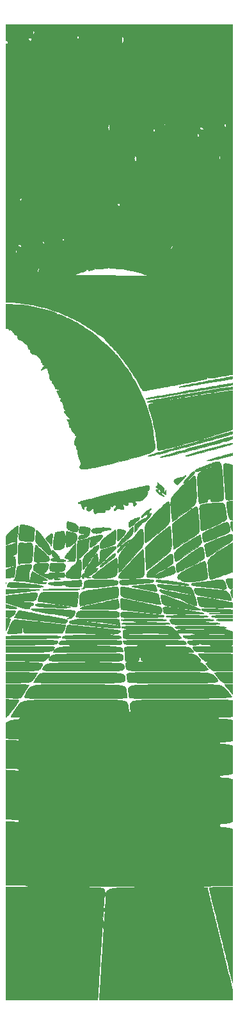
<source format=gbr>
%TF.GenerationSoftware,KiCad,Pcbnew,8.0.8*%
%TF.CreationDate,2025-01-17T16:13:05-03:00*%
%TF.ProjectId,DQ-Panel,44512d50-616e-4656-9c2e-6b696361645f,rev?*%
%TF.SameCoordinates,Original*%
%TF.FileFunction,Copper,L1,Top*%
%TF.FilePolarity,Positive*%
%FSLAX46Y46*%
G04 Gerber Fmt 4.6, Leading zero omitted, Abs format (unit mm)*
G04 Created by KiCad (PCBNEW 8.0.8) date 2025-01-17 16:13:05*
%MOMM*%
%LPD*%
G01*
G04 APERTURE LIST*
%TA.AperFunction,NonConductor*%
%ADD10C,0.000000*%
%TD*%
%TA.AperFunction,Conductor*%
%ADD11C,0.010000*%
%TD*%
G04 APERTURE END LIST*
D10*
%TA.AperFunction,NonConductor*%
G36*
X66786480Y-75914240D02*
G01*
X66795940Y-75949730D01*
X66799740Y-76017610D01*
X66800000Y-76052160D01*
X66798710Y-76125200D01*
X66795330Y-76178120D01*
X66790570Y-76200210D01*
X66790180Y-76200330D01*
X66768450Y-76203750D01*
X66707560Y-76213740D01*
X66610090Y-76229850D01*
X66478630Y-76251660D01*
X66315770Y-76278740D01*
X66124100Y-76310660D01*
X65906200Y-76346980D01*
X65664660Y-76387270D01*
X65402070Y-76431110D01*
X65121020Y-76478050D01*
X64824090Y-76527680D01*
X64513870Y-76579550D01*
X64318970Y-76612150D01*
X63780180Y-76702130D01*
X63281850Y-76785000D01*
X62822780Y-76860940D01*
X62401720Y-76930150D01*
X62017460Y-76992840D01*
X61668770Y-77049190D01*
X61354430Y-77099400D01*
X61073210Y-77143660D01*
X60823880Y-77182180D01*
X60605220Y-77215130D01*
X60416000Y-77242730D01*
X60255010Y-77265160D01*
X60121000Y-77282620D01*
X60058540Y-77290150D01*
X59934660Y-77304470D01*
X59846690Y-77314080D01*
X59788470Y-77319150D01*
X59753870Y-77319890D01*
X59736740Y-77316500D01*
X59730940Y-77309150D01*
X59730330Y-77300470D01*
X59736780Y-77286470D01*
X59757470Y-77271090D01*
X59794390Y-77253900D01*
X59849540Y-77234430D01*
X59924920Y-77212240D01*
X60022520Y-77186880D01*
X60144340Y-77157910D01*
X60292380Y-77124870D01*
X60468640Y-77087310D01*
X60675100Y-77044790D01*
X60913780Y-76996860D01*
X61186660Y-76943060D01*
X61495740Y-76882950D01*
X61843030Y-76816080D01*
X62122160Y-76762680D01*
X62429970Y-76704040D01*
X62746270Y-76644020D01*
X63068320Y-76583140D01*
X63393370Y-76521900D01*
X63718680Y-76460800D01*
X64041520Y-76400350D01*
X64359140Y-76341070D01*
X64668800Y-76283440D01*
X64967760Y-76227990D01*
X65253280Y-76175210D01*
X65522610Y-76125620D01*
X65773020Y-76079720D01*
X66001760Y-76038020D01*
X66206090Y-76001010D01*
X66383280Y-75969220D01*
X66530570Y-75943150D01*
X66645230Y-75923290D01*
X66724520Y-75910170D01*
X66765690Y-75904280D01*
X66769910Y-75904000D01*
X66786480Y-75914240D01*
G37*
%TD.AperFunction*%
%TA.AperFunction,NonConductor*%
G36*
X66800000Y-75606860D02*
G01*
X66752370Y-75617810D01*
X66707040Y-75627210D01*
X66624710Y-75643230D01*
X66510030Y-75665010D01*
X66367680Y-75691690D01*
X66202300Y-75722440D01*
X66018580Y-75756380D01*
X65821160Y-75792680D01*
X65614730Y-75830480D01*
X65403920Y-75868930D01*
X65193420Y-75907170D01*
X64987890Y-75944360D01*
X64791980Y-75979630D01*
X64610360Y-76012150D01*
X64447700Y-76041040D01*
X64308660Y-76065480D01*
X64207080Y-76083020D01*
X63996990Y-76109290D01*
X63815910Y-76110460D01*
X63658370Y-76085950D01*
X63518900Y-76035200D01*
X63464980Y-76006280D01*
X63407470Y-75979200D01*
X63376180Y-75979320D01*
X63374350Y-76005550D01*
X63387670Y-76031670D01*
X63412340Y-76098560D01*
X63395940Y-76155640D01*
X63345360Y-76199950D01*
X63315760Y-76215320D01*
X63274870Y-76231730D01*
X63220560Y-76249630D01*
X63150690Y-76269440D01*
X63063150Y-76291600D01*
X62955810Y-76316570D01*
X62826540Y-76344780D01*
X62673200Y-76376670D01*
X62493680Y-76412670D01*
X62285850Y-76453240D01*
X62047570Y-76498800D01*
X61776720Y-76549800D01*
X61471180Y-76606680D01*
X61128810Y-76669870D01*
X60747480Y-76739830D01*
X60629910Y-76761330D01*
X60171290Y-76845210D01*
X59750830Y-76922220D01*
X59364990Y-76993010D01*
X59010290Y-77058240D01*
X58683210Y-77118560D01*
X58380230Y-77174630D01*
X58097850Y-77227100D01*
X57832560Y-77276630D01*
X57580850Y-77323870D01*
X57339200Y-77369480D01*
X57104110Y-77414110D01*
X56872070Y-77458420D01*
X56639560Y-77503050D01*
X56403080Y-77548670D01*
X56259000Y-77576560D01*
X55967250Y-77632890D01*
X55712340Y-77681660D01*
X55494970Y-77722740D01*
X55315840Y-77756000D01*
X55175660Y-77781320D01*
X55075150Y-77798550D01*
X55015000Y-77807580D01*
X54998860Y-77809000D01*
X54971720Y-77793110D01*
X54929930Y-77751620D01*
X54885930Y-77697870D01*
X54829320Y-77619080D01*
X54764340Y-77522250D01*
X54689080Y-77404260D01*
X54601620Y-77261970D01*
X54500030Y-77092260D01*
X54382410Y-76892000D01*
X54246820Y-76658070D01*
X54226650Y-76623060D01*
X53976420Y-76194660D01*
X53736640Y-75797370D01*
X53501980Y-75423020D01*
X53267090Y-75063450D01*
X53026610Y-74710500D01*
X52775210Y-74356000D01*
X52507530Y-73991790D01*
X52473340Y-73946080D01*
X52270190Y-73677560D01*
X52080410Y-73432700D01*
X51898450Y-73205040D01*
X51718730Y-72988120D01*
X51535700Y-72775480D01*
X51343780Y-72560670D01*
X51137410Y-72337230D01*
X50911030Y-72098700D01*
X50659070Y-71838610D01*
X50644880Y-71824080D01*
X50440880Y-71613560D01*
X50266920Y-71430090D01*
X50121730Y-71272170D01*
X50004090Y-71138320D01*
X49912740Y-71027070D01*
X49846430Y-70936920D01*
X49803920Y-70866390D01*
X49783960Y-70814000D01*
X49782000Y-70796580D01*
X49762960Y-70753290D01*
X49713050Y-70711160D01*
X49643050Y-70678870D01*
X49630900Y-70675240D01*
X49580770Y-70657290D01*
X49514420Y-70626110D01*
X49429520Y-70580260D01*
X49323750Y-70518340D01*
X49194770Y-70438900D01*
X49040280Y-70340510D01*
X48857930Y-70221760D01*
X48645420Y-70081210D01*
X48431770Y-69938470D01*
X48147230Y-69748070D01*
X47893870Y-69579460D01*
X47668070Y-69430300D01*
X47466230Y-69298290D01*
X47284710Y-69181080D01*
X47119910Y-69076370D01*
X46968210Y-68981830D01*
X46825980Y-68895130D01*
X46689620Y-68813950D01*
X46592750Y-68757460D01*
X46431110Y-68666310D01*
X46240310Y-68562620D01*
X46028560Y-68450550D01*
X45804000Y-68334230D01*
X45574830Y-68217820D01*
X45349200Y-68105470D01*
X45135310Y-68001330D01*
X44941310Y-67909540D01*
X44775390Y-67834260D01*
X44765500Y-67829910D01*
X43897350Y-67472410D01*
X43019730Y-67156160D01*
X42132750Y-66881180D01*
X41236540Y-66647510D01*
X40331200Y-66455180D01*
X39416850Y-66304200D01*
X38493600Y-66194600D01*
X37561570Y-66126420D01*
X37224870Y-66112040D01*
X36806830Y-66097540D01*
X36806830Y-62566990D01*
X45559250Y-62566990D01*
X49030580Y-62573350D01*
X49441350Y-62574120D01*
X49859250Y-62574930D01*
X50280500Y-62575770D01*
X50701340Y-62576640D01*
X51117980Y-62577530D01*
X51526670Y-62578430D01*
X51923610Y-62579330D01*
X52305040Y-62580210D01*
X52667200Y-62581080D01*
X53006290Y-62581930D01*
X53318560Y-62582740D01*
X53600230Y-62583500D01*
X53847520Y-62584220D01*
X54056660Y-62584870D01*
X54077070Y-62584940D01*
X54330840Y-62585660D01*
X54571720Y-62586120D01*
X54796450Y-62586330D01*
X55001760Y-62586290D01*
X55184390Y-62586010D01*
X55341090Y-62585500D01*
X55468590Y-62584760D01*
X55563640Y-62583810D01*
X55622960Y-62582640D01*
X55643320Y-62581280D01*
X55643290Y-62581240D01*
X55623280Y-62571760D01*
X55570900Y-62551550D01*
X55484770Y-62520130D01*
X55363520Y-62477010D01*
X55205780Y-62421700D01*
X55010180Y-62353710D01*
X54862000Y-62302450D01*
X54572820Y-62209450D01*
X54248320Y-62117610D01*
X53895490Y-62028760D01*
X53521340Y-61944740D01*
X53380330Y-61915530D01*
X52979080Y-61838160D01*
X52607320Y-61775100D01*
X52255180Y-61725150D01*
X51912760Y-61687070D01*
X51570190Y-61659630D01*
X51217580Y-61641630D01*
X51147250Y-61639120D01*
X50950760Y-61631680D01*
X50793370Y-61623510D01*
X50671870Y-61614230D01*
X50583030Y-61603460D01*
X50523610Y-61590800D01*
X50490400Y-61575870D01*
X50480170Y-61558810D01*
X50469730Y-61528440D01*
X50460010Y-61511040D01*
X50442190Y-61495210D01*
X50416580Y-61505190D01*
X50380110Y-61537200D01*
X50316550Y-61580270D01*
X50226560Y-61610760D01*
X50105610Y-61629610D01*
X49949160Y-61637780D01*
X49900820Y-61638280D01*
X49808930Y-61640560D01*
X49688450Y-61646390D01*
X49552880Y-61654970D01*
X49415750Y-61665510D01*
X49369250Y-61669580D01*
X49162760Y-61686570D01*
X48995460Y-61696430D01*
X48864790Y-61699170D01*
X48768220Y-61694770D01*
X48703180Y-61683230D01*
X48671990Y-61668740D01*
X48612230Y-61639800D01*
X48559940Y-61642760D01*
X48525610Y-61676160D01*
X48520870Y-61689850D01*
X48489020Y-61733850D01*
X48418570Y-61774650D01*
X48313210Y-61810730D01*
X48176640Y-61840570D01*
X48140070Y-61846570D01*
X48048560Y-61863380D01*
X47959350Y-61884120D01*
X47899280Y-61901850D01*
X47832250Y-61924240D01*
X47789350Y-61929640D01*
X47754630Y-61914790D01*
X47712170Y-61876390D01*
X47695670Y-61859910D01*
X47619590Y-61803430D01*
X47547740Y-61788260D01*
X47482920Y-61814070D01*
X47427940Y-61880540D01*
X47421770Y-61891930D01*
X47400330Y-61926310D01*
X47371250Y-61955480D01*
X47328650Y-61982120D01*
X47266650Y-62008890D01*
X47179370Y-62038440D01*
X47060940Y-62073430D01*
X46956400Y-62102580D01*
X46777890Y-62153640D01*
X46578970Y-62213840D01*
X46371000Y-62279500D01*
X46165370Y-62346940D01*
X45973430Y-62412470D01*
X45806550Y-62472390D01*
X45749750Y-62493820D01*
X45559250Y-62566990D01*
X36806830Y-62566990D01*
X36806830Y-61926030D01*
X40978340Y-61926030D01*
X40979920Y-62001500D01*
X40997520Y-62050040D01*
X41043180Y-62079000D01*
X41091910Y-62073250D01*
X41124180Y-62041050D01*
X41143430Y-61985790D01*
X41160810Y-61902930D01*
X41174420Y-61807200D01*
X41182380Y-61713310D01*
X41182790Y-61636020D01*
X41179680Y-61608750D01*
X41164180Y-61556150D01*
X41142690Y-61540490D01*
X41112840Y-61562670D01*
X41072260Y-61623590D01*
X41053900Y-61656410D01*
X41017000Y-61741770D01*
X40991260Y-61835550D01*
X40978340Y-61926030D01*
X36806830Y-61926030D01*
X36806830Y-59342940D01*
X38056360Y-59342940D01*
X38066460Y-59424370D01*
X38095010Y-59498320D01*
X38119320Y-59531740D01*
X38169170Y-59574440D01*
X38209060Y-59580970D01*
X38241930Y-59559100D01*
X38262780Y-59512250D01*
X38265960Y-59441740D01*
X38253810Y-59361210D01*
X38228690Y-59284300D01*
X38192930Y-59224650D01*
X38182540Y-59213970D01*
X38149870Y-59188730D01*
X38124840Y-59192080D01*
X38095810Y-59216060D01*
X38065780Y-59268630D01*
X38056360Y-59342940D01*
X36806830Y-59342940D01*
X36806830Y-58942770D01*
X58608500Y-58942770D01*
X58617410Y-59023580D01*
X58641200Y-59077420D01*
X58675400Y-59099800D01*
X58715570Y-59086240D01*
X58733240Y-59068640D01*
X58752880Y-59032390D01*
X58776450Y-58971870D01*
X58789270Y-58932060D01*
X58819380Y-58854690D01*
X58858710Y-58783080D01*
X58876560Y-58758720D01*
X58910950Y-58705770D01*
X58913560Y-58671420D01*
X58890640Y-58655700D01*
X58848450Y-58658630D01*
X58793240Y-58680250D01*
X58731280Y-58720570D01*
X58689300Y-58757880D01*
X58640730Y-58811300D01*
X58616710Y-58857010D01*
X58608920Y-58914000D01*
X58608500Y-58942770D01*
X36806830Y-58942770D01*
X36806830Y-58614170D01*
X38423920Y-58614170D01*
X38426340Y-58653990D01*
X38453060Y-58695890D01*
X38507140Y-58729090D01*
X38594440Y-58756500D01*
X38658910Y-58770210D01*
X38750340Y-58784290D01*
X38807030Y-58784130D01*
X38834270Y-58769190D01*
X38838710Y-58751440D01*
X38825310Y-58666290D01*
X38790530Y-58582550D01*
X38741270Y-58510390D01*
X38684450Y-58459990D01*
X38628140Y-58441500D01*
X38560060Y-58457340D01*
X38496940Y-58498130D01*
X38448360Y-58553780D01*
X38423920Y-58614170D01*
X36806830Y-58614170D01*
X36806830Y-58144320D01*
X41674370Y-58144320D01*
X41677460Y-58207110D01*
X41686650Y-58268580D01*
X41697800Y-58307790D01*
X41737050Y-58379360D01*
X41786430Y-58425780D01*
X41838040Y-58443540D01*
X41883980Y-58429160D01*
X41907250Y-58400550D01*
X41930690Y-58315170D01*
X41918340Y-58226320D01*
X41872540Y-58148980D01*
X41867290Y-58143540D01*
X41818770Y-58104160D01*
X41774750Y-58082880D01*
X41765690Y-58081660D01*
X41718350Y-58068820D01*
X41700560Y-58056260D01*
X41686040Y-58058080D01*
X41677270Y-58091040D01*
X41674370Y-58144320D01*
X36806830Y-58144320D01*
X36806830Y-57812960D01*
X44262330Y-57812960D01*
X44292260Y-57877750D01*
X44328790Y-57921410D01*
X44397290Y-57976750D01*
X44462260Y-57997160D01*
X44517380Y-57981050D01*
X44528430Y-57971600D01*
X44551800Y-57922460D01*
X44540880Y-57854300D01*
X44495290Y-57764840D01*
X44492400Y-57760250D01*
X44445010Y-57690300D01*
X44409220Y-57654580D01*
X44376880Y-57649870D01*
X44339860Y-57672930D01*
X44319280Y-57691730D01*
X44271420Y-57753120D01*
X44262330Y-57812960D01*
X36806830Y-57812960D01*
X36806830Y-53231930D01*
X51572120Y-53231930D01*
X51593810Y-53306080D01*
X51647100Y-53371650D01*
X51718450Y-53415380D01*
X51789370Y-53429290D01*
X51843990Y-53404180D01*
X51878510Y-53348250D01*
X51897730Y-53251520D01*
X51880510Y-53165490D01*
X51851040Y-53120060D01*
X51782860Y-53065460D01*
X51713990Y-53052940D01*
X51645310Y-53082610D01*
X51632790Y-53092660D01*
X51584340Y-53157880D01*
X51572120Y-53231930D01*
X36806830Y-53231930D01*
X36806830Y-52504650D01*
X38608590Y-52504650D01*
X38617720Y-52579680D01*
X38635470Y-52629070D01*
X38671860Y-52687030D01*
X38715610Y-52703500D01*
X38767260Y-52678510D01*
X38805980Y-52639270D01*
X38864510Y-52554550D01*
X38903820Y-52466690D01*
X38921680Y-52384930D01*
X38915830Y-52318530D01*
X38892670Y-52282770D01*
X38852720Y-52267990D01*
X38824490Y-52289580D01*
X38817660Y-52322990D01*
X38803710Y-52368080D01*
X38758070Y-52401580D01*
X38690660Y-52424190D01*
X38632710Y-52453560D01*
X38608590Y-52504650D01*
X36806830Y-52504650D01*
X36806830Y-47152980D01*
X53764130Y-47152980D01*
X53816990Y-47325650D01*
X53842400Y-47403730D01*
X53864680Y-47463430D01*
X53880240Y-47495400D01*
X53883680Y-47498330D01*
X53910180Y-47491370D01*
X53961150Y-47473790D01*
X53988160Y-47463700D01*
X54078830Y-47429080D01*
X54078830Y-47265500D01*
X64979660Y-47265500D01*
X65053340Y-47265500D01*
X65106460Y-47259600D01*
X65131780Y-47236860D01*
X65137990Y-47217870D01*
X65169530Y-47079770D01*
X65191830Y-46976460D01*
X65205370Y-46901490D01*
X65210630Y-46848450D01*
X65208070Y-46810900D01*
X65198170Y-46782430D01*
X65181410Y-46756600D01*
X65172850Y-46745520D01*
X65133200Y-46695120D01*
X65057210Y-46752770D01*
X64981210Y-46810410D01*
X64980430Y-47037960D01*
X64979660Y-47265500D01*
X54078830Y-47265500D01*
X54078830Y-46886480D01*
X53980310Y-46842900D01*
X53923500Y-46819150D01*
X53885520Y-46805890D01*
X53876770Y-46804860D01*
X53868590Y-46826180D01*
X53851110Y-46878230D01*
X53827550Y-46951300D01*
X53817950Y-46981690D01*
X53764130Y-47152980D01*
X36806830Y-47152980D01*
X36806830Y-44049810D01*
X62092990Y-44049810D01*
X62149680Y-44165410D01*
X62182720Y-44229390D01*
X62209080Y-44263960D01*
X62239810Y-44278150D01*
X62285980Y-44280990D01*
X62291270Y-44281000D01*
X62376160Y-44281000D01*
X62376160Y-44114180D01*
X62375430Y-44030300D01*
X62370710Y-43977100D01*
X62358170Y-43942920D01*
X62334010Y-43916100D01*
X62303490Y-43891930D01*
X62254640Y-43857760D01*
X62218880Y-43838250D01*
X62211860Y-43836500D01*
X62193220Y-43854100D01*
X62165070Y-43899480D01*
X62142940Y-43943160D01*
X62092990Y-44049810D01*
X36806830Y-44049810D01*
X36806830Y-43561330D01*
X56259000Y-43561330D01*
X56513000Y-43561330D01*
X56513000Y-43222660D01*
X56259000Y-43222660D01*
X56259000Y-43561330D01*
X36806830Y-43561330D01*
X36806830Y-42971330D01*
X50284180Y-42971330D01*
X50344350Y-43264670D01*
X50404520Y-43558010D01*
X50565160Y-43430770D01*
X50565160Y-43222660D01*
X50565160Y-43058920D01*
X62463040Y-43058920D01*
X62588440Y-43307330D01*
X62947660Y-43307330D01*
X62947240Y-43217370D01*
X62943820Y-43168140D01*
X62929880Y-43126800D01*
X62899060Y-43081980D01*
X62845000Y-43022290D01*
X62829000Y-43005670D01*
X62760730Y-42940420D01*
X62711310Y-42904620D01*
X62685130Y-42899840D01*
X62654400Y-42920560D01*
X62602780Y-42957130D01*
X62561060Y-42987330D01*
X62463040Y-43058920D01*
X50565160Y-43058920D01*
X50565160Y-42608830D01*
X50397200Y-42608830D01*
X50340690Y-42790080D01*
X50284180Y-42971330D01*
X36806830Y-42971330D01*
X36806830Y-42566500D01*
X57722640Y-42566500D01*
X57758110Y-42650950D01*
X57780000Y-42702260D01*
X57793500Y-42732350D01*
X57795330Y-42735610D01*
X57808290Y-42720840D01*
X57836750Y-42686210D01*
X65657000Y-42686210D01*
X65670170Y-42795540D01*
X65707620Y-42878500D01*
X65766250Y-42930620D01*
X65837990Y-42947500D01*
X65911000Y-42947500D01*
X65911000Y-42566500D01*
X65657000Y-42566500D01*
X65657000Y-42686210D01*
X57836750Y-42686210D01*
X57839610Y-42682730D01*
X57865120Y-42651160D01*
X57933160Y-42566500D01*
X57722640Y-42566500D01*
X36806830Y-42566500D01*
X36806830Y-31962000D01*
X37060830Y-31962000D01*
X44763500Y-31962000D01*
X44870330Y-31962000D01*
X44931050Y-31960570D01*
X44969750Y-31956920D01*
X44977160Y-31954000D01*
X44969670Y-31929270D01*
X44957250Y-31898500D01*
X52131500Y-31898500D01*
X52312270Y-31898500D01*
X52419020Y-31548260D01*
X52370870Y-31305330D01*
X52350690Y-31204370D01*
X52332500Y-31114830D01*
X52318430Y-31047150D01*
X52311140Y-31013870D01*
X52299560Y-30965330D01*
X52132400Y-31083580D01*
X52131500Y-31898500D01*
X44957250Y-31898500D01*
X44951840Y-31885110D01*
X44930610Y-31837330D01*
X44912940Y-31801790D01*
X44906340Y-31792660D01*
X44890460Y-31807660D01*
X44857150Y-31846060D01*
X44831540Y-31877330D01*
X44763500Y-31962000D01*
X37060830Y-31962000D01*
X37060830Y-31843330D01*
X37056750Y-31765530D01*
X37040030Y-31708990D01*
X37003960Y-31653030D01*
X36995550Y-31642250D01*
X36943600Y-31586930D01*
X36896110Y-31562720D01*
X36868550Y-31559830D01*
X36806830Y-31559830D01*
X36806830Y-31286210D01*
X39749000Y-31286210D01*
X39752690Y-31333710D01*
X39767640Y-31376640D01*
X39799690Y-31425790D01*
X39854670Y-31491960D01*
X39868900Y-31508160D01*
X39932130Y-31574970D01*
X39980500Y-31616410D01*
X40009250Y-31628490D01*
X40011780Y-31627380D01*
X40039930Y-31605960D01*
X40089200Y-31567450D01*
X40135000Y-31531260D01*
X40235250Y-31451640D01*
X40171730Y-31325820D01*
X40161640Y-31305830D01*
X46183660Y-31305830D01*
X46458830Y-31305830D01*
X46458830Y-30967160D01*
X46183660Y-30967160D01*
X46183660Y-31305830D01*
X40161640Y-31305830D01*
X40108220Y-31200000D01*
X39749000Y-31200000D01*
X39749000Y-31286210D01*
X36806830Y-31286210D01*
X36806830Y-31200000D01*
X36806830Y-30967160D01*
X36806830Y-30411540D01*
X40341470Y-30411540D01*
X40342270Y-30495030D01*
X40347400Y-30548230D01*
X40360600Y-30583170D01*
X40385600Y-30611900D01*
X40410260Y-30633220D01*
X40455290Y-30668910D01*
X40485720Y-30689490D01*
X40490710Y-30691430D01*
X40505370Y-30674350D01*
X40531620Y-30629500D01*
X40556650Y-30580870D01*
X40611120Y-30469750D01*
X40556680Y-30358620D01*
X40524010Y-30295980D01*
X40497300Y-30262760D01*
X40465340Y-30249690D01*
X40421950Y-30247500D01*
X40341660Y-30247500D01*
X40341470Y-30411540D01*
X36806830Y-30411540D01*
X36806830Y-29400830D01*
X66800000Y-29400830D01*
X66800000Y-75606860D01*
G37*
%TD.AperFunction*%
%TA.AperFunction,NonConductor*%
G36*
X66777730Y-76796120D02*
G01*
X66793280Y-76812410D01*
X66799150Y-76852190D01*
X66800000Y-76909410D01*
X66799130Y-76973200D01*
X66796880Y-77015510D01*
X66794710Y-77025890D01*
X66773090Y-77029700D01*
X66718700Y-77039950D01*
X66640310Y-77054980D01*
X66567160Y-77069140D01*
X66492860Y-77082720D01*
X66383410Y-77101540D01*
X66245520Y-77124510D01*
X66085910Y-77150520D01*
X65911280Y-77178500D01*
X65728340Y-77207330D01*
X65593500Y-77228270D01*
X65434680Y-77253060D01*
X65240470Y-77283850D01*
X65017240Y-77319610D01*
X64771340Y-77359310D01*
X64509120Y-77401910D01*
X64236950Y-77446380D01*
X63961190Y-77491680D01*
X63688180Y-77536790D01*
X63445080Y-77577210D01*
X63200470Y-77618030D01*
X62972190Y-77656170D01*
X62756460Y-77692290D01*
X62549510Y-77727010D01*
X62347560Y-77761000D01*
X62146820Y-77794880D01*
X61943520Y-77829310D01*
X61733880Y-77864920D01*
X61514120Y-77902370D01*
X61280470Y-77942280D01*
X61029130Y-77985320D01*
X60756340Y-78032110D01*
X60458310Y-78083300D01*
X60131270Y-78139550D01*
X59771430Y-78201480D01*
X59375020Y-78269740D01*
X59222330Y-78296040D01*
X58737860Y-78379320D01*
X58293440Y-78455330D01*
X57887480Y-78524310D01*
X57518380Y-78586480D01*
X57184530Y-78642080D01*
X56884330Y-78691340D01*
X56616180Y-78734500D01*
X56378480Y-78771800D01*
X56169620Y-78803470D01*
X55988000Y-78829730D01*
X55832020Y-78850830D01*
X55700070Y-78867010D01*
X55590560Y-78878490D01*
X55501880Y-78885500D01*
X55432430Y-78888290D01*
X55380610Y-78887090D01*
X55344810Y-78882140D01*
X55323430Y-78873650D01*
X55316950Y-78867130D01*
X55317450Y-78833170D01*
X55336020Y-78813430D01*
X55366500Y-78801390D01*
X55433330Y-78783400D01*
X55536910Y-78759410D01*
X55677610Y-78729320D01*
X55855830Y-78693070D01*
X56071960Y-78650590D01*
X56326390Y-78601800D01*
X56619510Y-78546620D01*
X56951710Y-78485000D01*
X57323380Y-78416840D01*
X57734910Y-78342080D01*
X58186690Y-78260640D01*
X58679110Y-78172450D01*
X59212550Y-78077440D01*
X59709160Y-77989380D01*
X60061290Y-77927200D01*
X60425310Y-77863210D01*
X60798910Y-77797780D01*
X61179760Y-77731330D01*
X61565540Y-77664240D01*
X61953940Y-77596900D01*
X62342630Y-77529720D01*
X62729290Y-77463080D01*
X63111600Y-77397390D01*
X63487240Y-77333030D01*
X63853890Y-77270390D01*
X64209230Y-77209890D01*
X64550930Y-77151900D01*
X64876690Y-77096820D01*
X65184170Y-77045050D01*
X65471050Y-76996980D01*
X65735030Y-76953010D01*
X65973770Y-76913530D01*
X66184950Y-76878930D01*
X66366260Y-76849610D01*
X66515370Y-76825970D01*
X66629960Y-76808400D01*
X66707710Y-76797280D01*
X66746310Y-76793030D01*
X66747860Y-76793000D01*
X66777730Y-76796120D01*
G37*
%TD.AperFunction*%
%TA.AperFunction,NonConductor*%
G36*
X66800000Y-77409900D02*
G01*
X66798780Y-77486860D01*
X66793090Y-77531540D01*
X66779850Y-77553960D01*
X66755970Y-77564140D01*
X66752370Y-77564990D01*
X66709090Y-77573650D01*
X66636390Y-77586600D01*
X66533000Y-77604050D01*
X66397650Y-77626200D01*
X66229050Y-77653260D01*
X66025930Y-77685420D01*
X65787010Y-77722890D01*
X65511030Y-77765870D01*
X65196710Y-77814560D01*
X64842760Y-77869160D01*
X64545750Y-77914860D01*
X64040160Y-77992680D01*
X63571930Y-78065010D01*
X63136530Y-78132580D01*
X62729420Y-78196100D01*
X62346090Y-78256300D01*
X61982000Y-78313880D01*
X61632640Y-78369580D01*
X61293470Y-78424100D01*
X60959970Y-78478180D01*
X60627620Y-78532510D01*
X60291880Y-78587840D01*
X59948240Y-78644860D01*
X59931410Y-78647670D01*
X59575250Y-78707420D01*
X59236150Y-78765170D01*
X58916180Y-78820540D01*
X58617380Y-78873140D01*
X58341820Y-78922580D01*
X58091540Y-78968470D01*
X57868600Y-79010440D01*
X57675050Y-79048090D01*
X57512950Y-79081030D01*
X57384340Y-79108880D01*
X57291280Y-79131260D01*
X57235820Y-79147770D01*
X57220020Y-79158030D01*
X57220290Y-79158350D01*
X57247230Y-79161270D01*
X57314220Y-79157510D01*
X57419560Y-79147300D01*
X57561540Y-79130900D01*
X57738460Y-79108540D01*
X57948600Y-79080460D01*
X58190260Y-79046900D01*
X58461740Y-79008100D01*
X58761310Y-78964300D01*
X59087280Y-78915750D01*
X59437940Y-78862670D01*
X59811590Y-78805330D01*
X60206500Y-78743940D01*
X60566410Y-78687380D01*
X61063900Y-78608950D01*
X61524680Y-78536580D01*
X61953820Y-78469500D01*
X62356370Y-78406940D01*
X62737400Y-78348130D01*
X63101980Y-78292300D01*
X63455180Y-78238680D01*
X63802060Y-78186490D01*
X64147680Y-78134950D01*
X64497110Y-78083310D01*
X64855420Y-78030790D01*
X65227670Y-77976610D01*
X65286580Y-77968070D01*
X65526230Y-77933280D01*
X65754620Y-77900030D01*
X65968110Y-77868860D01*
X66163090Y-77840310D01*
X66335920Y-77814890D01*
X66482970Y-77793150D01*
X66600620Y-77775630D01*
X66685240Y-77762850D01*
X66733190Y-77755350D01*
X66741790Y-77753850D01*
X66800000Y-77742130D01*
X66800000Y-82890500D01*
X66702710Y-82932200D01*
X66653550Y-82952640D01*
X66598080Y-82974300D01*
X66533490Y-82998090D01*
X66456950Y-83024900D01*
X66365660Y-83055630D01*
X66256780Y-83091190D01*
X66127500Y-83132460D01*
X65975010Y-83180350D01*
X65796480Y-83235750D01*
X65589100Y-83299570D01*
X65350050Y-83372690D01*
X65076510Y-83456030D01*
X64765660Y-83550480D01*
X64715080Y-83565830D01*
X64359140Y-83673790D01*
X64040020Y-83770450D01*
X63754060Y-83856890D01*
X63497600Y-83934200D01*
X63266970Y-84003470D01*
X63058520Y-84065780D01*
X62868580Y-84122200D01*
X62693490Y-84173840D01*
X62529600Y-84221780D01*
X62373240Y-84267090D01*
X62220740Y-84310860D01*
X62068450Y-84354190D01*
X61912710Y-84398150D01*
X61794080Y-84431440D01*
X61413380Y-84537590D01*
X61033610Y-84642510D01*
X60657260Y-84745570D01*
X60286810Y-84846120D01*
X59924750Y-84943530D01*
X59573560Y-85037150D01*
X59235730Y-85126340D01*
X58913730Y-85210460D01*
X58610060Y-85288870D01*
X58327200Y-85360920D01*
X58067640Y-85425980D01*
X57833850Y-85483400D01*
X57628320Y-85532550D01*
X57453540Y-85572780D01*
X57311990Y-85603440D01*
X57206150Y-85623910D01*
X57138510Y-85633530D01*
X57137410Y-85633620D01*
X57055520Y-85638380D01*
X57002130Y-85635180D01*
X56963830Y-85621810D01*
X56931770Y-85599740D01*
X56899370Y-85568240D01*
X56873960Y-85527540D01*
X56854240Y-85471770D01*
X56838910Y-85395050D01*
X56826670Y-85291520D01*
X56816220Y-85155290D01*
X56809860Y-85048000D01*
X56793810Y-84835780D01*
X56767730Y-84590830D01*
X56732670Y-84318570D01*
X56689690Y-84024440D01*
X56639850Y-83713890D01*
X56584220Y-83392370D01*
X56523830Y-83065300D01*
X56459770Y-82738140D01*
X56393070Y-82416310D01*
X56324810Y-82105280D01*
X56256030Y-81810460D01*
X56187800Y-81537320D01*
X56121170Y-81291280D01*
X56057210Y-81077790D01*
X56011400Y-80941690D01*
X55929550Y-80712120D01*
X55861450Y-80518270D01*
X55806060Y-80356210D01*
X55762290Y-80222030D01*
X55729090Y-80111800D01*
X55705380Y-80021590D01*
X55690100Y-79947460D01*
X55682180Y-79885510D01*
X55680550Y-79831790D01*
X55684160Y-79782390D01*
X55688450Y-79752860D01*
X55704020Y-79686520D01*
X55729430Y-79631320D01*
X55769210Y-79584870D01*
X55827860Y-79544780D01*
X55909900Y-79508650D01*
X56019840Y-79474110D01*
X56162190Y-79438750D01*
X56341480Y-79400200D01*
X56363150Y-79395760D01*
X56490300Y-79369260D01*
X56606110Y-79344080D01*
X56703000Y-79321940D01*
X56773380Y-79304570D01*
X56809330Y-79293860D01*
X56824660Y-79281610D01*
X56801880Y-79274090D01*
X56744930Y-79271220D01*
X56657770Y-79272970D01*
X56544350Y-79279260D01*
X56408620Y-79290040D01*
X56290750Y-79301430D01*
X56144990Y-79314570D01*
X56000480Y-79324050D01*
X55864180Y-79329770D01*
X55743050Y-79331610D01*
X55644060Y-79329440D01*
X55574180Y-79323150D01*
X55542540Y-79314260D01*
X55521900Y-79280680D01*
X55521500Y-79257240D01*
X55537510Y-79234670D01*
X55578930Y-79210330D01*
X55648560Y-79183350D01*
X55749170Y-79152890D01*
X55883550Y-79118090D01*
X56054480Y-79078090D01*
X56237090Y-79037990D01*
X56521450Y-78978340D01*
X56844240Y-78913230D01*
X57202000Y-78843240D01*
X57591260Y-78768960D01*
X58008550Y-78690970D01*
X58450410Y-78609870D01*
X58913370Y-78526230D01*
X59393970Y-78440650D01*
X59888730Y-78353710D01*
X60394200Y-78266000D01*
X60906900Y-78178100D01*
X61423370Y-78090610D01*
X61940150Y-78004100D01*
X62453760Y-77919170D01*
X62960740Y-77836400D01*
X63457630Y-77756370D01*
X63940950Y-77679690D01*
X64407250Y-77606920D01*
X64853050Y-77538660D01*
X65274890Y-77475490D01*
X65669300Y-77418010D01*
X66032820Y-77366790D01*
X66361980Y-77322430D01*
X66416660Y-77315300D01*
X66800000Y-77265610D01*
X66800000Y-77409900D01*
G37*
%TD.AperFunction*%
%TA.AperFunction,NonConductor*%
G36*
X66773650Y-84710320D02*
G01*
X66799620Y-84731180D01*
X66792160Y-84760790D01*
X66747660Y-84797320D01*
X66718470Y-84813560D01*
X66634270Y-84851050D01*
X66512540Y-84896690D01*
X66352900Y-84950590D01*
X66155010Y-85012850D01*
X65918510Y-85083570D01*
X65643040Y-85162860D01*
X65328240Y-85250820D01*
X64973760Y-85347540D01*
X64579240Y-85453140D01*
X64144310Y-85567700D01*
X63668640Y-85691350D01*
X63381580Y-85765290D01*
X62939060Y-85878560D01*
X62534280Y-85981370D01*
X62167560Y-86073650D01*
X61839200Y-86155330D01*
X61549510Y-86226320D01*
X61298800Y-86286560D01*
X61087380Y-86335970D01*
X60915550Y-86374470D01*
X60783640Y-86402000D01*
X60691930Y-86418480D01*
X60641410Y-86423830D01*
X60601340Y-86414490D01*
X60588150Y-86403590D01*
X60587710Y-86384540D01*
X60611110Y-86362720D01*
X60661750Y-86336650D01*
X60743040Y-86304830D01*
X60858380Y-86265800D01*
X61011180Y-86218070D01*
X61021500Y-86214930D01*
X61227320Y-86153200D01*
X61461460Y-86084380D01*
X61720390Y-86009420D01*
X62000560Y-85929300D01*
X62298420Y-85844970D01*
X62610430Y-85757400D01*
X62933040Y-85667550D01*
X63262710Y-85576370D01*
X63595900Y-85484840D01*
X63929060Y-85393920D01*
X64258650Y-85304570D01*
X64581120Y-85217750D01*
X64892930Y-85134420D01*
X65190530Y-85055550D01*
X65470380Y-84982100D01*
X65728930Y-84915030D01*
X65962650Y-84855310D01*
X66167980Y-84803890D01*
X66341380Y-84761750D01*
X66479310Y-84729830D01*
X66531300Y-84718550D01*
X66635870Y-84702170D01*
X66717860Y-84700040D01*
X66773650Y-84710320D01*
G37*
%TD.AperFunction*%
%TA.AperFunction,NonConductor*%
G36*
X66793850Y-83183590D02*
G01*
X66798040Y-83234950D01*
X66799950Y-83307830D01*
X66800000Y-83321190D01*
X66800000Y-83478210D01*
X66667710Y-83521220D01*
X66504740Y-83572780D01*
X66303470Y-83634050D01*
X66066610Y-83704290D01*
X65796890Y-83782780D01*
X65497030Y-83868790D01*
X65169740Y-83961590D01*
X64817740Y-84060450D01*
X64443760Y-84164640D01*
X64050520Y-84273430D01*
X63640740Y-84386100D01*
X63217140Y-84501920D01*
X62782430Y-84620150D01*
X62339350Y-84740070D01*
X61890600Y-84860940D01*
X61438920Y-84982050D01*
X60987020Y-85102650D01*
X60537610Y-85222030D01*
X60093440Y-85339450D01*
X59657200Y-85454180D01*
X59231630Y-85565500D01*
X58819440Y-85672670D01*
X58423360Y-85774970D01*
X58046100Y-85871670D01*
X57690390Y-85962040D01*
X57358940Y-86045340D01*
X57054480Y-86120860D01*
X56779730Y-86187850D01*
X56537410Y-86245600D01*
X56330230Y-86293380D01*
X56280160Y-86304580D01*
X56090560Y-86346120D01*
X55938680Y-86377960D01*
X55821180Y-86400600D01*
X55734680Y-86414520D01*
X55675830Y-86420230D01*
X55641270Y-86418220D01*
X55627650Y-86408980D01*
X55628020Y-86400470D01*
X55636690Y-86385800D01*
X55654700Y-86369630D01*
X55683790Y-86351450D01*
X55725700Y-86330710D01*
X55782180Y-86306890D01*
X55854970Y-86279460D01*
X55945810Y-86247900D01*
X56056460Y-86211670D01*
X56188640Y-86170250D01*
X56344120Y-86123120D01*
X56524620Y-86069730D01*
X56731900Y-86009560D01*
X56967700Y-85942100D01*
X57233760Y-85866790D01*
X57531830Y-85783130D01*
X57863650Y-85690580D01*
X58230970Y-85588610D01*
X58635520Y-85476700D01*
X59079060Y-85354310D01*
X59116500Y-85343990D01*
X59811680Y-85151650D01*
X60477860Y-84965790D01*
X61124790Y-84783610D01*
X61762200Y-84602330D01*
X62399820Y-84419180D01*
X63047390Y-84231350D01*
X63714650Y-84036080D01*
X64411330Y-83830580D01*
X64487050Y-83808150D01*
X64809260Y-83713060D01*
X65115670Y-83623320D01*
X65403930Y-83539600D01*
X65671680Y-83462560D01*
X65916570Y-83392860D01*
X66136230Y-83331150D01*
X66328320Y-83278100D01*
X66490480Y-83234360D01*
X66620350Y-83200600D01*
X66715580Y-83177470D01*
X66773810Y-83165640D01*
X66788180Y-83164160D01*
X66793850Y-83183590D01*
G37*
%TD.AperFunction*%
%TA.AperFunction,NonConductor*%
G36*
X66792500Y-83842110D02*
G01*
X66798060Y-83881060D01*
X66799900Y-83951690D01*
X66800000Y-83987060D01*
X66800000Y-84156640D01*
X66551290Y-84234330D01*
X66376470Y-84287620D01*
X66163390Y-84350320D01*
X65914890Y-84421680D01*
X65633800Y-84500950D01*
X65322970Y-84587360D01*
X64985220Y-84680180D01*
X64623390Y-84778640D01*
X64240320Y-84881980D01*
X63838850Y-84989470D01*
X63421810Y-85100340D01*
X62992040Y-85213840D01*
X62552370Y-85329220D01*
X62105640Y-85445720D01*
X61654690Y-85562600D01*
X61202360Y-85679080D01*
X60751470Y-85794440D01*
X60304870Y-85907900D01*
X59865390Y-86018720D01*
X59435870Y-86126140D01*
X59338810Y-86150280D01*
X58966530Y-86242050D01*
X58634000Y-86322470D01*
X58340250Y-86391750D01*
X58084300Y-86450080D01*
X57865200Y-86497670D01*
X57681950Y-86534710D01*
X57533590Y-86561420D01*
X57419150Y-86577990D01*
X57337660Y-86584640D01*
X57288130Y-86581550D01*
X57280290Y-86579140D01*
X57260280Y-86568310D01*
X57252210Y-86555840D01*
X57257990Y-86541110D01*
X57279520Y-86523480D01*
X57318710Y-86502330D01*
X57377460Y-86477030D01*
X57457700Y-86446950D01*
X57561310Y-86411460D01*
X57690210Y-86369930D01*
X57846310Y-86321730D01*
X58031510Y-86266240D01*
X58247730Y-86202830D01*
X58496860Y-86130860D01*
X58780810Y-86049700D01*
X59101500Y-85958740D01*
X59460830Y-85857340D01*
X59518660Y-85841050D01*
X59749910Y-85775900D01*
X60015690Y-85700950D01*
X60309850Y-85617940D01*
X60626180Y-85528610D01*
X60958510Y-85434730D01*
X61300650Y-85338020D01*
X61646430Y-85240240D01*
X61989670Y-85143140D01*
X62324170Y-85048460D01*
X62643760Y-84957950D01*
X62736000Y-84931820D01*
X63160590Y-84811600D01*
X63547380Y-84702270D01*
X63899250Y-84603060D01*
X64219070Y-84513150D01*
X64509740Y-84431750D01*
X64774120Y-84358060D01*
X65015100Y-84291300D01*
X65235570Y-84230660D01*
X65438400Y-84175350D01*
X65626470Y-84124560D01*
X65802670Y-84077520D01*
X65969880Y-84033410D01*
X66130970Y-83991450D01*
X66260250Y-83958150D01*
X66396220Y-83923260D01*
X66519850Y-83891430D01*
X66624740Y-83864330D01*
X66704510Y-83843610D01*
X66752770Y-83830920D01*
X66762960Y-83828140D01*
X66781400Y-83827070D01*
X66792500Y-83842110D01*
G37*
%TD.AperFunction*%
%TA.AperFunction,NonConductor*%
G36*
X66788060Y-86030770D02*
G01*
X66796040Y-86063250D01*
X66796990Y-86126850D01*
X66795670Y-86163350D01*
X66789410Y-86305040D01*
X66662410Y-86343260D01*
X66613410Y-86356940D01*
X66528690Y-86379400D01*
X66413610Y-86409260D01*
X66273550Y-86445150D01*
X66113870Y-86485680D01*
X65939960Y-86529500D01*
X65757180Y-86575210D01*
X65731080Y-86581720D01*
X65379320Y-86668080D01*
X65051450Y-86746150D01*
X64749070Y-86815620D01*
X64473780Y-86876190D01*
X64227200Y-86927560D01*
X64010910Y-86969420D01*
X63826530Y-87001480D01*
X63675640Y-87023420D01*
X63559860Y-87034950D01*
X63480790Y-87035770D01*
X63440020Y-87025560D01*
X63434500Y-87015740D01*
X63440260Y-87002810D01*
X63459190Y-86987570D01*
X63493800Y-86969220D01*
X63546560Y-86946930D01*
X63619980Y-86919890D01*
X63716530Y-86887300D01*
X63838720Y-86848340D01*
X63989030Y-86802200D01*
X64169960Y-86748050D01*
X64384000Y-86685100D01*
X64633630Y-86612530D01*
X64921340Y-86529530D01*
X64947910Y-86521880D01*
X65170840Y-86458050D01*
X65393830Y-86394710D01*
X65613000Y-86332930D01*
X65824460Y-86273780D01*
X66024320Y-86218330D01*
X66208680Y-86167640D01*
X66373670Y-86122780D01*
X66515390Y-86084820D01*
X66629940Y-86054820D01*
X66713450Y-86033850D01*
X66762010Y-86022980D01*
X66771760Y-86021660D01*
X66788060Y-86030770D01*
G37*
%TD.AperFunction*%
%TA.AperFunction,NonConductor*%
G36*
X37288370Y-66365810D02*
G01*
X38076240Y-66403040D01*
X38835910Y-66466470D01*
X39572930Y-66556770D01*
X40292860Y-66674600D01*
X40881410Y-66793780D01*
X40999480Y-66821110D01*
X41156740Y-66859670D01*
X41351710Y-66909070D01*
X41582880Y-66968910D01*
X41848740Y-67038800D01*
X42147800Y-67118350D01*
X42478560Y-67207170D01*
X42839510Y-67304850D01*
X43085390Y-67371770D01*
X43237960Y-67417950D01*
X43352830Y-67464000D01*
X43434580Y-67512660D01*
X43487750Y-67566650D01*
X43516890Y-67628690D01*
X43517390Y-67630520D01*
X43534380Y-67684280D01*
X43553100Y-67705920D01*
X43584060Y-67704730D01*
X43597450Y-67701270D01*
X43641440Y-67691100D01*
X43686440Y-67685870D01*
X43735660Y-67686780D01*
X43792310Y-67695000D01*
X43859570Y-67711720D01*
X43940660Y-67738130D01*
X44038780Y-67775390D01*
X44157130Y-67824710D01*
X44298910Y-67887250D01*
X44467330Y-67964210D01*
X44665580Y-68056760D01*
X44896880Y-68166090D01*
X45040660Y-68234440D01*
X45328590Y-68372350D01*
X45583640Y-68496690D01*
X45811770Y-68610750D01*
X46018900Y-68717840D01*
X46211000Y-68821280D01*
X46394000Y-68924380D01*
X46573840Y-69030450D01*
X46756480Y-69142790D01*
X46947850Y-69264720D01*
X47153890Y-69399550D01*
X47263160Y-69472090D01*
X48047070Y-70019200D01*
X48811840Y-70602600D01*
X49553590Y-71219080D01*
X50268450Y-71865450D01*
X50862230Y-72446280D01*
X51108290Y-72699360D01*
X51327170Y-72932210D01*
X51524410Y-73151410D01*
X51705540Y-73363600D01*
X51876100Y-73575390D01*
X52041630Y-73793380D01*
X52207660Y-74024190D01*
X52322090Y-74189500D01*
X52417090Y-74327860D01*
X52495780Y-74440140D01*
X52565180Y-74535550D01*
X52632330Y-74623310D01*
X52704280Y-74712630D01*
X52788040Y-74812750D01*
X52879410Y-74919750D01*
X52989830Y-75056570D01*
X53105200Y-75213750D01*
X53217060Y-75378780D01*
X53316960Y-75539140D01*
X53396440Y-75682330D01*
X53400490Y-75690340D01*
X53447950Y-75791620D01*
X53488410Y-75890900D01*
X53519030Y-75979720D01*
X53536960Y-76049620D01*
X53539360Y-76092170D01*
X53537350Y-76097300D01*
X53532750Y-76139770D01*
X53560030Y-76183740D01*
X53611030Y-76217020D01*
X53619590Y-76220130D01*
X53661450Y-76243850D01*
X53710150Y-76290740D01*
X53766890Y-76362790D01*
X53832870Y-76462010D01*
X53909280Y-76590400D01*
X53997330Y-76749970D01*
X54098200Y-76942730D01*
X54213100Y-77170670D01*
X54333400Y-77415600D01*
X54504150Y-77772160D01*
X54673580Y-78136510D01*
X54839430Y-78503310D01*
X54999430Y-78867240D01*
X55151320Y-79222960D01*
X55292850Y-79565140D01*
X55421750Y-79888460D01*
X55535750Y-80187570D01*
X55632600Y-80457150D01*
X55667740Y-80560660D01*
X55731780Y-80761800D01*
X55800430Y-80992540D01*
X55870410Y-81240910D01*
X55938490Y-81494920D01*
X56001410Y-81742570D01*
X56055910Y-81971880D01*
X56078720Y-82074650D01*
X56127030Y-82309460D01*
X56171000Y-82546960D01*
X56211900Y-82795330D01*
X56251010Y-83062780D01*
X56289630Y-83357490D01*
X56322360Y-83629830D01*
X56352040Y-83878880D01*
X56379940Y-84097700D01*
X56407780Y-84298250D01*
X56437310Y-84492510D01*
X56470240Y-84692420D01*
X56504610Y-84889250D01*
X56526970Y-85065440D01*
X56530400Y-85230060D01*
X56515370Y-85374780D01*
X56482290Y-85491250D01*
X56471920Y-85513660D01*
X56436590Y-85575540D01*
X56393850Y-85634550D01*
X56341720Y-85691450D01*
X56278240Y-85746990D01*
X56201430Y-85801900D01*
X56109330Y-85856950D01*
X55999950Y-85912860D01*
X55871330Y-85970400D01*
X55721500Y-86030300D01*
X55548480Y-86093310D01*
X55350310Y-86160190D01*
X55125010Y-86231670D01*
X54870600Y-86308510D01*
X54585130Y-86391450D01*
X54266610Y-86481230D01*
X53913070Y-86578610D01*
X53522550Y-86684330D01*
X53093070Y-86799140D01*
X53041660Y-86812810D01*
X52430280Y-86974360D01*
X51857850Y-87123700D01*
X51322920Y-87261160D01*
X50824000Y-87387090D01*
X50359640Y-87501830D01*
X49928360Y-87605720D01*
X49528700Y-87699120D01*
X49159180Y-87782360D01*
X48818350Y-87855780D01*
X48504720Y-87919740D01*
X48216840Y-87974570D01*
X47953240Y-88020620D01*
X47739410Y-88054270D01*
X47568500Y-88076420D01*
X47394560Y-88093190D01*
X47225180Y-88104330D01*
X47067920Y-88109580D01*
X46930360Y-88108660D01*
X46820100Y-88101310D01*
X46749860Y-88088810D01*
X46654810Y-88053200D01*
X46596300Y-88008160D01*
X46568710Y-87948040D01*
X46564660Y-87903010D01*
X46575490Y-87820570D01*
X46603650Y-87721540D01*
X46642680Y-87624330D01*
X46686120Y-87547340D01*
X46692530Y-87538790D01*
X46720330Y-87491530D01*
X46732790Y-87435600D01*
X46728900Y-87365740D01*
X46707660Y-87276700D01*
X46668080Y-87163190D01*
X46609150Y-87019970D01*
X46582360Y-86958660D01*
X46469080Y-86657510D01*
X46385620Y-86338500D01*
X46335990Y-86017320D01*
X46333110Y-85986430D01*
X46322590Y-85880250D01*
X46310780Y-85782870D01*
X46299200Y-85705920D01*
X46290480Y-85664520D01*
X46259390Y-85583830D01*
X46221360Y-85524050D01*
X46182630Y-85494240D01*
X46172070Y-85492500D01*
X46137240Y-85473730D01*
X46115350Y-85424580D01*
X46109190Y-85355730D01*
X46118860Y-85287820D01*
X46139670Y-85179450D01*
X46137750Y-85103070D01*
X46111690Y-85054090D01*
X46060090Y-85027920D01*
X46037620Y-85023570D01*
X45990390Y-85001990D01*
X45944830Y-84959590D01*
X45942370Y-84956360D01*
X45923740Y-84927330D01*
X45911270Y-84894010D01*
X45903860Y-84847810D01*
X45900390Y-84780180D01*
X45899780Y-84682550D01*
X45900120Y-84628280D01*
X45902420Y-84505230D01*
X45908140Y-84411470D01*
X45919000Y-84333970D01*
X45936730Y-84259720D01*
X45958050Y-84190750D01*
X46000880Y-84071590D01*
X46042010Y-83984400D01*
X46087050Y-83919460D01*
X46141610Y-83867040D01*
X46147080Y-83862680D01*
X46192040Y-83821810D01*
X46198590Y-83795670D01*
X46165260Y-83778750D01*
X46122090Y-83770180D01*
X46044530Y-83740810D01*
X45979520Y-83686010D01*
X45938160Y-83617290D01*
X45929200Y-83570000D01*
X45914670Y-83492470D01*
X45878390Y-83407260D01*
X45829690Y-83333220D01*
X45795860Y-83300080D01*
X45742370Y-83262850D01*
X45676270Y-83220240D01*
X45657950Y-83209010D01*
X45567870Y-83130560D01*
X45504440Y-83022800D01*
X45471950Y-82896520D01*
X45450010Y-82795140D01*
X45410780Y-82725440D01*
X45348450Y-82678340D01*
X45325240Y-82667620D01*
X45271460Y-82634270D01*
X45230840Y-82581320D01*
X45200880Y-82502780D01*
X45179090Y-82392630D01*
X45166510Y-82284690D01*
X45138890Y-82101460D01*
X45091500Y-81946480D01*
X45020460Y-81808750D01*
X44976980Y-81745750D01*
X44934070Y-81685990D01*
X44903650Y-81639340D01*
X44892500Y-81616420D01*
X44905570Y-81592840D01*
X44947880Y-81575420D01*
X45024080Y-81562900D01*
X45113080Y-81555500D01*
X45205690Y-81546480D01*
X45266260Y-81533670D01*
X45289240Y-81519150D01*
X45278260Y-81495980D01*
X45242540Y-81447720D01*
X45186590Y-81379870D01*
X45114930Y-81297960D01*
X45046370Y-81222820D01*
X44893130Y-81056420D01*
X44768090Y-80917110D01*
X44669320Y-80802240D01*
X44594890Y-80709170D01*
X44542870Y-80635240D01*
X44511340Y-80577820D01*
X44498360Y-80534250D01*
X44502000Y-80501890D01*
X44510650Y-80487600D01*
X44549710Y-80464720D01*
X44606370Y-80454840D01*
X44608090Y-80454830D01*
X44659270Y-80449860D01*
X44688730Y-80437770D01*
X44689590Y-80436620D01*
X44683080Y-80412220D01*
X44655420Y-80364940D01*
X44612410Y-80304570D01*
X44607710Y-80298470D01*
X44523840Y-80166010D01*
X44462370Y-80011010D01*
X44420880Y-79826710D01*
X44408680Y-79737560D01*
X44379810Y-79576700D01*
X44331100Y-79446190D01*
X44257520Y-79336690D01*
X44154070Y-79238900D01*
X44129820Y-79220280D01*
X44063300Y-79168600D01*
X44009860Y-79123260D01*
X43979050Y-79092480D01*
X43976140Y-79088270D01*
X43969980Y-79049460D01*
X43994130Y-79003070D01*
X44051450Y-78945180D01*
X44118880Y-78891130D01*
X44177360Y-78844650D01*
X44219430Y-78806750D01*
X44236300Y-78785390D01*
X44236330Y-78784990D01*
X44217130Y-78773830D01*
X44167170Y-78762280D01*
X44107860Y-78754100D01*
X43995570Y-78733450D01*
X43915440Y-78694560D01*
X43861210Y-78631120D01*
X43826610Y-78536810D01*
X43811620Y-78455520D01*
X43766550Y-78257940D01*
X43691340Y-78089750D01*
X43622900Y-77991900D01*
X43578240Y-77933410D01*
X43547430Y-77884480D01*
X43537830Y-77859080D01*
X43557610Y-77827380D01*
X43612070Y-77803530D01*
X43693920Y-77789990D01*
X43749140Y-77787830D01*
X43840730Y-77783320D01*
X43895420Y-77768810D01*
X43917750Y-77742830D01*
X43918830Y-77733190D01*
X43898340Y-77699880D01*
X43839390Y-77665350D01*
X43745720Y-77631360D01*
X43651560Y-77606520D01*
X43569170Y-77584960D01*
X43495360Y-77561420D01*
X43450730Y-77543160D01*
X43371100Y-77480650D01*
X43303130Y-77380770D01*
X43245800Y-77241860D01*
X43226770Y-77179110D01*
X43192760Y-77065510D01*
X43162060Y-76985610D01*
X43129950Y-76931540D01*
X43091740Y-76895430D01*
X43042730Y-76869410D01*
X43041400Y-76868860D01*
X42968990Y-76817120D01*
X42920350Y-76738210D01*
X42902830Y-76645200D01*
X42886380Y-76539230D01*
X42839510Y-76455770D01*
X42765930Y-76401150D01*
X42757250Y-76397520D01*
X42695060Y-76360970D01*
X42650100Y-76303500D01*
X42619280Y-76218730D01*
X42599540Y-76100300D01*
X42595810Y-76062750D01*
X42571400Y-75884630D01*
X42527740Y-75688890D01*
X42463180Y-75468980D01*
X42407250Y-75304380D01*
X42367930Y-75189110D01*
X42331340Y-75073600D01*
X42301460Y-74970930D01*
X42282280Y-74894230D01*
X42281740Y-74891630D01*
X42252700Y-74750410D01*
X42183210Y-74756190D01*
X42105950Y-74772160D01*
X42004460Y-74806710D01*
X41889870Y-74855080D01*
X41773260Y-74912530D01*
X41665750Y-74974320D01*
X41651770Y-74983230D01*
X41583010Y-75026990D01*
X41528780Y-75060150D01*
X41498030Y-75077290D01*
X41494590Y-75078500D01*
X41481940Y-75063700D01*
X41499360Y-75019440D01*
X41546740Y-74945940D01*
X41623940Y-74843400D01*
X41659970Y-74798220D01*
X41764510Y-74667540D01*
X41842620Y-74565590D01*
X41895260Y-74488850D01*
X41923380Y-74433760D01*
X41927940Y-74396790D01*
X41909890Y-74374380D01*
X41870190Y-74363000D01*
X41809790Y-74359090D01*
X41778300Y-74358830D01*
X41700060Y-74346380D01*
X41643740Y-74308170D01*
X41611200Y-74269350D01*
X41604180Y-74232440D01*
X41616250Y-74182010D01*
X41625460Y-74109370D01*
X41602540Y-74061650D01*
X41549080Y-74041740D01*
X41537580Y-74041330D01*
X41481990Y-74026950D01*
X41453450Y-73982500D01*
X41450890Y-73906020D01*
X41453370Y-73886890D01*
X41456910Y-73806120D01*
X41435990Y-73734480D01*
X41424470Y-73710940D01*
X41356040Y-73603340D01*
X41257790Y-73482300D01*
X41136520Y-73355630D01*
X41029070Y-73256870D01*
X40892570Y-73144630D01*
X40773910Y-73062140D01*
X40665700Y-73005140D01*
X40560540Y-72969400D01*
X40509250Y-72958600D01*
X40346950Y-72915130D01*
X40211310Y-72846820D01*
X40112520Y-72761720D01*
X40052990Y-72678800D01*
X40027270Y-72598650D01*
X40027800Y-72525850D01*
X40034660Y-72492990D01*
X40051670Y-72467300D01*
X40086870Y-72442490D01*
X40148300Y-72412260D01*
X40204080Y-72387600D01*
X40267580Y-72359970D01*
X40193500Y-72353720D01*
X40085640Y-72341620D01*
X39980440Y-72324600D01*
X39888950Y-72304910D01*
X39822200Y-72284770D01*
X39799160Y-72273760D01*
X39772390Y-72247690D01*
X39756160Y-72205060D01*
X39746670Y-72134450D01*
X39744900Y-72111050D01*
X39724640Y-71994700D01*
X39682880Y-71876710D01*
X39624930Y-71765500D01*
X39556090Y-71669520D01*
X39481650Y-71597210D01*
X39406920Y-71556990D01*
X39395000Y-71554040D01*
X39261740Y-71508070D01*
X39153920Y-71428450D01*
X39075910Y-71325020D01*
X38995270Y-71215270D01*
X38893940Y-71133350D01*
X38764770Y-71074400D01*
X38664460Y-71046540D01*
X38537030Y-71013270D01*
X38446070Y-70976610D01*
X38385770Y-70930580D01*
X38350360Y-70869190D01*
X38334040Y-70786470D01*
X38330830Y-70701910D01*
X38329120Y-70618100D01*
X38321870Y-70563940D01*
X38305910Y-70526840D01*
X38278880Y-70494950D01*
X38225860Y-70458160D01*
X38171130Y-70443000D01*
X38170950Y-70443000D01*
X38077820Y-70423210D01*
X37980810Y-70367170D01*
X37885630Y-70279860D01*
X37797970Y-70166260D01*
X37740650Y-70066930D01*
X37663960Y-69932990D01*
X37588140Y-69839070D01*
X37510400Y-69783010D01*
X37427910Y-69762660D01*
X37354680Y-69771120D01*
X37268740Y-69776880D01*
X37204100Y-69746600D01*
X37163280Y-69681820D01*
X37154400Y-69647740D01*
X37126240Y-69577750D01*
X37074100Y-69542300D01*
X36997350Y-69541090D01*
X36957900Y-69550630D01*
X36929860Y-69560370D01*
X36905490Y-69569860D01*
X36884540Y-69576420D01*
X36866750Y-69577350D01*
X36851870Y-69569980D01*
X36839630Y-69551620D01*
X36829790Y-69519590D01*
X36822080Y-69471200D01*
X36816260Y-69403780D01*
X36812070Y-69314620D01*
X36809240Y-69201070D01*
X36807540Y-69060420D01*
X36806690Y-68889990D01*
X36806450Y-68687100D01*
X36806560Y-68449070D01*
X36806770Y-68173220D01*
X36806830Y-67963200D01*
X36806830Y-66351230D01*
X37288370Y-66365810D01*
G37*
%TD.AperFunction*%
%TA.AperFunction,NonConductor*%
G36*
X60602620Y-88981350D02*
G01*
X60613430Y-88998740D01*
X60603570Y-89027030D01*
X60567210Y-89080600D01*
X60508300Y-89155300D01*
X60430780Y-89246970D01*
X60338590Y-89351480D01*
X60235660Y-89464660D01*
X60125950Y-89582380D01*
X60013390Y-89700470D01*
X59901920Y-89814800D01*
X59795470Y-89921210D01*
X59698000Y-90015550D01*
X59613450Y-90093680D01*
X59545740Y-90151440D01*
X59498830Y-90184680D01*
X59481080Y-90191180D01*
X59459030Y-90178360D01*
X59412830Y-90144290D01*
X59350610Y-90095110D01*
X59317070Y-90067630D01*
X59196360Y-89961480D01*
X59110850Y-89870810D01*
X59058240Y-89791420D01*
X59036240Y-89719150D01*
X59042550Y-89649800D01*
X59061680Y-89602500D01*
X59097650Y-89545700D01*
X59145370Y-89496570D01*
X59209890Y-89452690D01*
X59296250Y-89411650D01*
X59409490Y-89371050D01*
X59554660Y-89328460D01*
X59728420Y-89283560D01*
X59900800Y-89239480D01*
X60039060Y-89200570D01*
X60150650Y-89164120D01*
X60243060Y-89127440D01*
X60323740Y-89087810D01*
X60400160Y-89042540D01*
X60407670Y-89037730D01*
X60495090Y-88989460D01*
X60561090Y-88970470D01*
X60602620Y-88981350D01*
G37*
%TD.AperFunction*%
%TA.AperFunction,NonConductor*%
G36*
X56866630Y-89914810D02*
G01*
X56908050Y-89946530D01*
X56963480Y-89995560D01*
X56979260Y-90010420D01*
X57048710Y-90070790D01*
X57140750Y-90142700D01*
X57241760Y-90215820D01*
X57311860Y-90263060D01*
X57453560Y-90361680D01*
X57560810Y-90454930D01*
X57638920Y-90551710D01*
X57693220Y-90660930D01*
X57729000Y-90791500D01*
X57751590Y-90952300D01*
X57756670Y-91008770D01*
X57775460Y-91239250D01*
X57862840Y-91055940D01*
X57902550Y-90975540D01*
X57937350Y-90910300D01*
X57962260Y-90869340D01*
X57970030Y-90860390D01*
X57988810Y-90862100D01*
X58000130Y-90896760D01*
X58004170Y-90966760D01*
X58001130Y-91074510D01*
X57995080Y-91171020D01*
X57984330Y-91308280D01*
X57971730Y-91405490D01*
X57952650Y-91464860D01*
X57922480Y-91488580D01*
X57876600Y-91478850D01*
X57810390Y-91437860D01*
X57719240Y-91367820D01*
X57668000Y-91326730D01*
X57599000Y-91280290D01*
X57524270Y-91243950D01*
X57456750Y-91222870D01*
X57409390Y-91222260D01*
X57408290Y-91222660D01*
X57384600Y-91251990D01*
X57385590Y-91305680D01*
X57410490Y-91372590D01*
X57438750Y-91411020D01*
X57490620Y-91467850D01*
X57557510Y-91533990D01*
X57601200Y-91574300D01*
X57684670Y-91653370D01*
X57733400Y-91709770D01*
X57747900Y-91744260D01*
X57728680Y-91757600D01*
X57722950Y-91757830D01*
X57698330Y-91748760D01*
X57646000Y-91724590D01*
X57575740Y-91689910D01*
X57549580Y-91676580D01*
X57347290Y-91566310D01*
X57166820Y-91455260D01*
X57010360Y-91345550D01*
X56880090Y-91239330D01*
X56778180Y-91138730D01*
X56706820Y-91045890D01*
X56668200Y-90962950D01*
X56664480Y-90892030D01*
X56694430Y-90838590D01*
X56738500Y-90814990D01*
X56796570Y-90805330D01*
X56869410Y-90821480D01*
X56924110Y-90871510D01*
X56962540Y-90957780D01*
X56980620Y-91040230D01*
X57007270Y-91146650D01*
X57045760Y-91220670D01*
X57092810Y-91260010D01*
X57145100Y-91262410D01*
X57199340Y-91225610D01*
X57218190Y-91203020D01*
X57252830Y-91128860D01*
X57261300Y-91044650D01*
X57246340Y-90961680D01*
X57210670Y-90891250D01*
X57156990Y-90844660D01*
X57129520Y-90834860D01*
X57058040Y-90817560D01*
X57018870Y-90802370D01*
X57002630Y-90784100D01*
X56999830Y-90763370D01*
X57016630Y-90729400D01*
X57061590Y-90682510D01*
X57110220Y-90643240D01*
X57169410Y-90595110D01*
X57190660Y-90565390D01*
X57173880Y-90554010D01*
X57119010Y-90560900D01*
X57039820Y-90581820D01*
X56920250Y-90607860D01*
X56817150Y-90611970D01*
X56735960Y-90595330D01*
X56682180Y-90559110D01*
X56661260Y-90504500D01*
X56661160Y-90500070D01*
X56679900Y-90433970D01*
X56727700Y-90374750D01*
X56791970Y-90336780D01*
X56808120Y-90332500D01*
X56856470Y-90311390D01*
X56882970Y-90268560D01*
X56888730Y-90198970D01*
X56874860Y-90097590D01*
X56867720Y-90063320D01*
X56853450Y-89989920D01*
X56845990Y-89934030D01*
X56846860Y-89907120D01*
X56847210Y-89906670D01*
X56866630Y-89914810D01*
G37*
%TD.AperFunction*%
%TA.AperFunction,NonConductor*%
G36*
X66005090Y-87386400D02*
G01*
X66170570Y-87418740D01*
X66339040Y-87460120D01*
X66455230Y-87490340D01*
X66561480Y-87518180D01*
X66648950Y-87541320D01*
X66708800Y-87557410D01*
X66725910Y-87562180D01*
X66789410Y-87580460D01*
X66794800Y-89869800D01*
X66800190Y-92159140D01*
X66752470Y-92169680D01*
X66621600Y-92193260D01*
X66481520Y-92209530D01*
X66342510Y-92218110D01*
X66214870Y-92218630D01*
X66108890Y-92210710D01*
X66039980Y-92195840D01*
X66000830Y-92181000D01*
X65968890Y-92163770D01*
X65943020Y-92139720D01*
X65922070Y-92104430D01*
X65904900Y-92053500D01*
X65890360Y-91982500D01*
X65877300Y-91887010D01*
X65864580Y-91762620D01*
X65851060Y-91604910D01*
X65835590Y-91409450D01*
X65835360Y-91406500D01*
X65823120Y-91251600D01*
X65807860Y-91061910D01*
X65790190Y-90844830D01*
X65770720Y-90607760D01*
X65750060Y-90358090D01*
X65728820Y-90103210D01*
X65707610Y-89850520D01*
X65687210Y-89609410D01*
X65668000Y-89378720D01*
X65649590Y-89148680D01*
X65632400Y-88925040D01*
X65616830Y-88713540D01*
X65603290Y-88519910D01*
X65592190Y-88349890D01*
X65583950Y-88209240D01*
X65578970Y-88103680D01*
X65578320Y-88084840D01*
X65575080Y-87879320D01*
X65581440Y-87712970D01*
X65600690Y-87583090D01*
X65636110Y-87486980D01*
X65690980Y-87421950D01*
X65768580Y-87385310D01*
X65872190Y-87374350D01*
X66005090Y-87386400D01*
G37*
%TD.AperFunction*%
%TA.AperFunction,NonConductor*%
G36*
X64969970Y-87156700D02*
G01*
X65055440Y-87192210D01*
X65129110Y-87252190D01*
X65192320Y-87338910D01*
X65246420Y-87454640D01*
X65292750Y-87601630D01*
X65332680Y-87782160D01*
X65367550Y-87998490D01*
X65398700Y-88252890D01*
X65424000Y-88508750D01*
X65439350Y-88685480D01*
X65455680Y-88887450D01*
X65472670Y-89109750D01*
X65490020Y-89347460D01*
X65507410Y-89595660D01*
X65524540Y-89849430D01*
X65541100Y-90103860D01*
X65556770Y-90354030D01*
X65571250Y-90595020D01*
X65584230Y-90821910D01*
X65595390Y-91029790D01*
X65604440Y-91213740D01*
X65611050Y-91368850D01*
X65614910Y-91490180D01*
X65615830Y-91553630D01*
X65613600Y-91741730D01*
X65605060Y-91892970D01*
X65588490Y-92012590D01*
X65562200Y-92105800D01*
X65524460Y-92177850D01*
X65473590Y-92233950D01*
X65407860Y-92279340D01*
X65372770Y-92297760D01*
X65274660Y-92333380D01*
X65136150Y-92363900D01*
X64956850Y-92389380D01*
X64736350Y-92409860D01*
X64474260Y-92425420D01*
X64428560Y-92427450D01*
X64299780Y-92432360D01*
X64205410Y-92434170D01*
X64137610Y-92432410D01*
X64088510Y-92426640D01*
X64050290Y-92416400D01*
X64020870Y-92404030D01*
X63954900Y-92358220D01*
X63929960Y-92310930D01*
X63902160Y-92215290D01*
X63864670Y-92152120D01*
X63811520Y-92111750D01*
X63805050Y-92108570D01*
X63733940Y-92081280D01*
X63676530Y-92079040D01*
X63615710Y-92099760D01*
X63546440Y-92153040D01*
X63501210Y-92239640D01*
X63486580Y-92299780D01*
X63453200Y-92407310D01*
X63397370Y-92480470D01*
X63368020Y-92500260D01*
X63329210Y-92512590D01*
X63258920Y-92527340D01*
X63167790Y-92542490D01*
X63084170Y-92553910D01*
X62971010Y-92570260D01*
X62857470Y-92590710D01*
X62759550Y-92612190D01*
X62711440Y-92625390D01*
X62606810Y-92654260D01*
X62529020Y-92664800D01*
X62466910Y-92657420D01*
X62415680Y-92636020D01*
X62392550Y-92621730D01*
X62374550Y-92603340D01*
X62360200Y-92574890D01*
X62348040Y-92530450D01*
X62336600Y-92464060D01*
X62324410Y-92369770D01*
X62310010Y-92241630D01*
X62303470Y-92181160D01*
X62276480Y-91914850D01*
X62251580Y-91638580D01*
X62228960Y-91356370D01*
X62208750Y-91072240D01*
X62191140Y-90790200D01*
X62176280Y-90514270D01*
X62164320Y-90248470D01*
X62155450Y-89996800D01*
X62149810Y-89763290D01*
X62147570Y-89551940D01*
X62148890Y-89366780D01*
X62153930Y-89211810D01*
X62162860Y-89091060D01*
X62175390Y-89010410D01*
X62202630Y-88910510D01*
X62236350Y-88822890D01*
X62280290Y-88744600D01*
X62338150Y-88672680D01*
X62413670Y-88604160D01*
X62510560Y-88536080D01*
X62632540Y-88465480D01*
X62783350Y-88389400D01*
X62966690Y-88304870D01*
X63178250Y-88212390D01*
X63386020Y-88121900D01*
X63571340Y-88038820D01*
X63732790Y-87964030D01*
X63868970Y-87898380D01*
X63978460Y-87842720D01*
X64059850Y-87797920D01*
X64111720Y-87764820D01*
X64132660Y-87744290D01*
X64121250Y-87737190D01*
X64076090Y-87744370D01*
X63995760Y-87766680D01*
X63878840Y-87804990D01*
X63811210Y-87828630D01*
X63707180Y-87866990D01*
X63575830Y-87917550D01*
X63428720Y-87975740D01*
X63277390Y-88037000D01*
X63138320Y-88094690D01*
X62926330Y-88181790D01*
X62725260Y-88260330D01*
X62539920Y-88328660D01*
X62375080Y-88385120D01*
X62235550Y-88428050D01*
X62126120Y-88455770D01*
X62069250Y-88465330D01*
X61973300Y-88466540D01*
X61891890Y-88450610D01*
X61834060Y-88420530D01*
X61808940Y-88379960D01*
X61822020Y-88329920D01*
X61870930Y-88270730D01*
X61951290Y-88206440D01*
X62058720Y-88141120D01*
X62077430Y-88131200D01*
X62133340Y-88105150D01*
X62222610Y-88067270D01*
X62338770Y-88020150D01*
X62475380Y-87966360D01*
X62625970Y-87908450D01*
X62784080Y-87849020D01*
X62820660Y-87835460D01*
X63008810Y-87765740D01*
X63217460Y-87688090D01*
X63433890Y-87607270D01*
X63645370Y-87528040D01*
X63839150Y-87455160D01*
X63962450Y-87408580D01*
X64112110Y-87352570D01*
X64255630Y-87300120D01*
X64386210Y-87253610D01*
X64497070Y-87215440D01*
X64581400Y-87187980D01*
X64629200Y-87174360D01*
X64758200Y-87150040D01*
X64871340Y-87143400D01*
X64969970Y-87156700D01*
G37*
%TD.AperFunction*%
%TA.AperFunction,NonConductor*%
G36*
X55662480Y-90299630D02*
G01*
X55685890Y-90310330D01*
X55705210Y-90330190D01*
X55709940Y-90335990D01*
X55744410Y-90405210D01*
X55764520Y-90501910D01*
X55770070Y-90613640D01*
X55760850Y-90727990D01*
X55736650Y-90832520D01*
X55718990Y-90876970D01*
X55668930Y-90944410D01*
X55611770Y-90975200D01*
X55554260Y-90998710D01*
X55528650Y-91027360D01*
X55530580Y-91072480D01*
X55551010Y-91133340D01*
X55571180Y-91218730D01*
X55566100Y-91310860D01*
X55534310Y-91417310D01*
X55474320Y-91545710D01*
X55468930Y-91555900D01*
X55414190Y-91641100D01*
X55334430Y-91742790D01*
X55238260Y-91851750D01*
X55134310Y-91958790D01*
X55031180Y-92054690D01*
X54937510Y-92130250D01*
X54919090Y-92143180D01*
X54807030Y-92216300D01*
X54713980Y-92267330D01*
X54627420Y-92299920D01*
X54534850Y-92317710D01*
X54423770Y-92324360D01*
X54299560Y-92323860D01*
X54182070Y-92322490D01*
X54097600Y-92324150D01*
X54036900Y-92329800D01*
X53990710Y-92340400D01*
X53949760Y-92356910D01*
X53941250Y-92361080D01*
X53873500Y-92404830D01*
X53847890Y-92447950D01*
X53864450Y-92491430D01*
X53923210Y-92536300D01*
X53947850Y-92549560D01*
X54032410Y-92606900D01*
X54075840Y-92673300D01*
X54078510Y-92750370D01*
X54040840Y-92839700D01*
X54025310Y-92863940D01*
X53950830Y-92947980D01*
X53872140Y-92994420D01*
X53795530Y-93004900D01*
X53727310Y-92981080D01*
X53673780Y-92924620D01*
X53641240Y-92837180D01*
X53634330Y-92761190D01*
X53625570Y-92688630D01*
X53604480Y-92616360D01*
X53604190Y-92615660D01*
X53574600Y-92564220D01*
X53531420Y-92538510D01*
X53493060Y-92529900D01*
X53431300Y-92519270D01*
X53345930Y-92504260D01*
X53255000Y-92488040D01*
X53251450Y-92487400D01*
X53131940Y-92471490D01*
X53048780Y-92474250D01*
X52999800Y-92496770D01*
X52982850Y-92540120D01*
X52995750Y-92605390D01*
X52998790Y-92613660D01*
X53018950Y-92716070D01*
X53002520Y-92807380D01*
X52954940Y-92881490D01*
X52881640Y-92932300D01*
X52788070Y-92953720D01*
X52702500Y-92945650D01*
X52618570Y-92919810D01*
X52539730Y-92878680D01*
X52451010Y-92814220D01*
X52436230Y-92802290D01*
X52379860Y-92758720D01*
X52339670Y-92735770D01*
X52314720Y-92736730D01*
X52304090Y-92764840D01*
X52306850Y-92823400D01*
X52322080Y-92915660D01*
X52348850Y-93044900D01*
X52356950Y-93082050D01*
X52383950Y-93216640D01*
X52397410Y-93316050D01*
X52397110Y-93385300D01*
X52382840Y-93429380D01*
X52354390Y-93453310D01*
X52341310Y-93457780D01*
X52305040Y-93458290D01*
X52236090Y-93451690D01*
X52143310Y-93439080D01*
X52035530Y-93421570D01*
X51997120Y-93414710D01*
X51843820Y-93388430D01*
X51724300Y-93373420D01*
X51631260Y-93370770D01*
X51557380Y-93381580D01*
X51495360Y-93406940D01*
X51437890Y-93447940D01*
X51377660Y-93505660D01*
X51375870Y-93507520D01*
X51297260Y-93579440D01*
X51232770Y-93614230D01*
X51177730Y-93612690D01*
X51127520Y-93575660D01*
X51110060Y-93554250D01*
X51081820Y-93495720D01*
X51090570Y-93441250D01*
X51138080Y-93386130D01*
X51185540Y-93351040D01*
X51261430Y-93283900D01*
X51319320Y-93200220D01*
X51356250Y-93109370D01*
X51369260Y-93020760D01*
X51355410Y-92943770D01*
X51327160Y-92900830D01*
X51288940Y-92869730D01*
X51262820Y-92858500D01*
X51215520Y-92871880D01*
X51147490Y-92907840D01*
X51068960Y-92960060D01*
X50990150Y-93022240D01*
X50973700Y-93036710D01*
X50914530Y-93085770D01*
X50863710Y-93120650D01*
X50832670Y-93133660D01*
X50793890Y-93114220D01*
X50766240Y-93061740D01*
X50754260Y-92984990D01*
X50754180Y-92981600D01*
X50747980Y-92918650D01*
X50735700Y-92869080D01*
X50723850Y-92849730D01*
X50712330Y-92861230D01*
X50697260Y-92908450D01*
X50693650Y-92922000D01*
X50648280Y-93093670D01*
X50610420Y-93228810D01*
X50576350Y-93331710D01*
X50542350Y-93406650D01*
X50504730Y-93457930D01*
X50459760Y-93489840D01*
X50403740Y-93506660D01*
X50332960Y-93512680D01*
X50243700Y-93512200D01*
X50184380Y-93510690D01*
X50065280Y-93509330D01*
X49982980Y-93514510D01*
X49932100Y-93529540D01*
X49907230Y-93557690D01*
X49902970Y-93602250D01*
X49913940Y-93666510D01*
X49915680Y-93674230D01*
X49927070Y-93737460D01*
X49923230Y-93776020D01*
X49902580Y-93805320D01*
X49902070Y-93805830D01*
X49887750Y-93818060D01*
X49868920Y-93827290D01*
X49840360Y-93833750D01*
X49796830Y-93837670D01*
X49733120Y-93839290D01*
X49643990Y-93838830D01*
X49524210Y-93836540D01*
X49368550Y-93832650D01*
X49326910Y-93831550D01*
X49147860Y-93833150D01*
X49001430Y-93849600D01*
X48880010Y-93882570D01*
X48776000Y-93933730D01*
X48735370Y-93961260D01*
X48662650Y-94006880D01*
X48607710Y-94021200D01*
X48562580Y-94006460D01*
X48534790Y-93976470D01*
X48506180Y-93920640D01*
X48475230Y-93834810D01*
X48440410Y-93714820D01*
X48406930Y-93584150D01*
X48371580Y-93449050D01*
X48341080Y-93353050D01*
X48313860Y-93293380D01*
X48288410Y-93267280D01*
X48263170Y-93271990D01*
X48244340Y-93292820D01*
X48166580Y-93400980D01*
X48104780Y-93479170D01*
X48053380Y-93533860D01*
X48006840Y-93571560D01*
X48005200Y-93572680D01*
X47892410Y-93629700D01*
X47777990Y-93653390D01*
X47670270Y-93643480D01*
X47577590Y-93599660D01*
X47563000Y-93588030D01*
X47531950Y-93551230D01*
X47513700Y-93500940D01*
X47507590Y-93430150D01*
X47512960Y-93331830D01*
X47527650Y-93209870D01*
X47535790Y-93137660D01*
X47533920Y-93094730D01*
X47520290Y-93068820D01*
X47505820Y-93056410D01*
X47435810Y-93029140D01*
X47353130Y-93031720D01*
X47273270Y-93062420D01*
X47241160Y-93086040D01*
X47198230Y-93134160D01*
X47173260Y-93192410D01*
X47160350Y-93261200D01*
X47145850Y-93347680D01*
X47128530Y-93399510D01*
X47104510Y-93424360D01*
X47075100Y-93430000D01*
X47021800Y-93409370D01*
X46966730Y-93349390D01*
X46911530Y-93252900D01*
X46857850Y-93122730D01*
X46811420Y-92976320D01*
X46770360Y-92850430D01*
X46726550Y-92761760D01*
X46675550Y-92705210D01*
X46612940Y-92675670D01*
X46542820Y-92668000D01*
X46465860Y-92660600D01*
X46416200Y-92635760D01*
X46405910Y-92625660D01*
X46380230Y-92592340D01*
X46384130Y-92567190D01*
X46405530Y-92541420D01*
X46452680Y-92507430D01*
X46538140Y-92465850D01*
X46658820Y-92417890D01*
X46811620Y-92364770D01*
X46993460Y-92307710D01*
X47024600Y-92298420D01*
X47069320Y-92286320D01*
X47152560Y-92265000D01*
X47271710Y-92235090D01*
X47424100Y-92197240D01*
X47607120Y-92152090D01*
X47818110Y-92100260D01*
X48054450Y-92042410D01*
X48313500Y-91979160D01*
X48592610Y-91911160D01*
X48889150Y-91839040D01*
X49200490Y-91763440D01*
X49523980Y-91685000D01*
X49856980Y-91604360D01*
X50196870Y-91522160D01*
X50541000Y-91439030D01*
X50886730Y-91355610D01*
X51231420Y-91272550D01*
X51572450Y-91190470D01*
X51907160Y-91110010D01*
X52232930Y-91031820D01*
X52547110Y-90956540D01*
X52847070Y-90884790D01*
X53130180Y-90817220D01*
X53393780Y-90754470D01*
X53635250Y-90697180D01*
X53851940Y-90645970D01*
X53983580Y-90615010D01*
X54259950Y-90551350D01*
X54524780Y-90492690D01*
X54773000Y-90440060D01*
X54999510Y-90394470D01*
X55199260Y-90356970D01*
X55367160Y-90328580D01*
X55472980Y-90313380D01*
X55565490Y-90302060D01*
X55625500Y-90297170D01*
X55662480Y-90299630D01*
G37*
%TD.AperFunction*%
%TA.AperFunction,NonConductor*%
G36*
X66800000Y-93588500D02*
G01*
X66799830Y-93863600D01*
X66799290Y-94098990D01*
X66798320Y-94297300D01*
X66796880Y-94461150D01*
X66794900Y-94593160D01*
X66792330Y-94695960D01*
X66789110Y-94772170D01*
X66785200Y-94824410D01*
X66780540Y-94855320D01*
X66775070Y-94867510D01*
X66773540Y-94867940D01*
X66739530Y-94861950D01*
X66679930Y-94848020D01*
X66630940Y-94835340D01*
X66529010Y-94802390D01*
X66458580Y-94763360D01*
X66408870Y-94710190D01*
X66372230Y-94641980D01*
X66336750Y-94548320D01*
X66299280Y-94425370D01*
X66260670Y-94278230D01*
X66221770Y-94111990D01*
X66183410Y-93931730D01*
X66146450Y-93742550D01*
X66111730Y-93549550D01*
X66080100Y-93357810D01*
X66052400Y-93172420D01*
X66029480Y-92998470D01*
X66012190Y-92841070D01*
X66001360Y-92705290D01*
X65997850Y-92596230D01*
X66002510Y-92518990D01*
X66013420Y-92482290D01*
X66038820Y-92469590D01*
X66098260Y-92451080D01*
X66184120Y-92428520D01*
X66288780Y-92403680D01*
X66404630Y-92378300D01*
X66524040Y-92354150D01*
X66639400Y-92332990D01*
X66710040Y-92321450D01*
X66800000Y-92307660D01*
X66800000Y-93588500D01*
G37*
%TD.AperFunction*%
%TA.AperFunction,NonConductor*%
G36*
X61712330Y-88453890D02*
G01*
X61729290Y-88463620D01*
X61771040Y-88507000D01*
X61783480Y-88564110D01*
X61765680Y-88636620D01*
X61716710Y-88726190D01*
X61635650Y-88834450D01*
X61521570Y-88963060D01*
X61373550Y-89113680D01*
X61354180Y-89132600D01*
X61218380Y-89267330D01*
X61105120Y-89384820D01*
X61016460Y-89482770D01*
X60954430Y-89558870D01*
X60921070Y-89610820D01*
X60915660Y-89629100D01*
X60929770Y-89644480D01*
X60970990Y-89629990D01*
X61037670Y-89586840D01*
X61128160Y-89516200D01*
X61240800Y-89419290D01*
X61373180Y-89298030D01*
X61492510Y-89189360D01*
X61587740Y-89110640D01*
X61662260Y-89059630D01*
X61719460Y-89034090D01*
X61762730Y-89031760D01*
X61771300Y-89034370D01*
X61801320Y-89052320D01*
X61828190Y-89083490D01*
X61852200Y-89130320D01*
X61873630Y-89195240D01*
X61892760Y-89280690D01*
X61909880Y-89389120D01*
X61925270Y-89522950D01*
X61939220Y-89684640D01*
X61952000Y-89876610D01*
X61963890Y-90101300D01*
X61975190Y-90361160D01*
X61986170Y-90658620D01*
X61996460Y-90974660D01*
X62004040Y-91258490D01*
X62007840Y-91504120D01*
X62007700Y-91715540D01*
X62003480Y-91896730D01*
X61995030Y-92051670D01*
X61982180Y-92184350D01*
X61964800Y-92298750D01*
X61942720Y-92398850D01*
X61942040Y-92401460D01*
X61884430Y-92567090D01*
X61798080Y-92729460D01*
X61680400Y-92891840D01*
X61528840Y-93057490D01*
X61340830Y-93229660D01*
X61201410Y-93343820D01*
X61113050Y-93412190D01*
X60993130Y-93502860D01*
X60844630Y-93613640D01*
X60670540Y-93742330D01*
X60473830Y-93886760D01*
X60257480Y-94044740D01*
X60024480Y-94214090D01*
X59777810Y-94392610D01*
X59520450Y-94578130D01*
X59391660Y-94670690D01*
X59239590Y-94779960D01*
X59118460Y-94866960D01*
X59024690Y-94933950D01*
X58954720Y-94983160D01*
X58904970Y-95016870D01*
X58871890Y-95037310D01*
X58851880Y-95046730D01*
X58841390Y-95047400D01*
X58836850Y-95041560D01*
X58834680Y-95031460D01*
X58832680Y-95023140D01*
X58826260Y-94989620D01*
X58815880Y-94919720D01*
X58802230Y-94819150D01*
X58785980Y-94693580D01*
X58767840Y-94548730D01*
X58748470Y-94390290D01*
X58728570Y-94223960D01*
X58708820Y-94055440D01*
X58689920Y-93890410D01*
X58672540Y-93734590D01*
X58657370Y-93593660D01*
X58645100Y-93473340D01*
X58641070Y-93431320D01*
X58624910Y-93223530D01*
X58614740Y-93014820D01*
X58610600Y-92813350D01*
X58612480Y-92627290D01*
X58620420Y-92464810D01*
X58634420Y-92334080D01*
X58638720Y-92308160D01*
X58687090Y-92106400D01*
X58758810Y-91917120D01*
X58858560Y-91730200D01*
X58991020Y-91535560D01*
X59006900Y-91514410D01*
X59042500Y-91471960D01*
X59104270Y-91403440D01*
X59188490Y-91312750D01*
X59291450Y-91203820D01*
X59409430Y-91080560D01*
X59538730Y-90946890D01*
X59675640Y-90806720D01*
X59739490Y-90741800D01*
X59878300Y-90600830D01*
X60011190Y-90465560D01*
X60134490Y-90339780D01*
X60244500Y-90227240D01*
X60337540Y-90131720D01*
X60409930Y-90056990D01*
X60457990Y-90006830D01*
X60471160Y-89992760D01*
X60566410Y-89889330D01*
X60482120Y-89945170D01*
X60409350Y-89984680D01*
X60350560Y-90000090D01*
X60312610Y-89990690D01*
X60301830Y-89963640D01*
X60316570Y-89906350D01*
X60359510Y-89822000D01*
X60428730Y-89713270D01*
X60522310Y-89582850D01*
X60638340Y-89433430D01*
X60774910Y-89267700D01*
X60909940Y-89111170D01*
X61082590Y-88920640D01*
X61237330Y-88761820D01*
X61373000Y-88635770D01*
X61488450Y-88543560D01*
X61576080Y-88489420D01*
X61640960Y-88459270D01*
X61682080Y-88448150D01*
X61712330Y-88453890D01*
G37*
%TD.AperFunction*%
%TA.AperFunction,NonConductor*%
G36*
X54473750Y-94498130D02*
G01*
X54512080Y-94527800D01*
X54517260Y-94577740D01*
X54489000Y-94648350D01*
X54427010Y-94740040D01*
X54330990Y-94853200D01*
X54200650Y-94988240D01*
X54035700Y-95145560D01*
X53835850Y-95325560D01*
X53717450Y-95428760D01*
X53561140Y-95560160D01*
X53430770Y-95661540D01*
X53323830Y-95734210D01*
X53237810Y-95779510D01*
X53170210Y-95798770D01*
X53118530Y-95793300D01*
X53081300Y-95765720D01*
X53064330Y-95721450D01*
X53052180Y-95635450D01*
X53044960Y-95509410D01*
X53044720Y-95367480D01*
X53056630Y-95257510D01*
X53083800Y-95170100D01*
X53129310Y-95095850D01*
X53196250Y-95025380D01*
X53207310Y-95015460D01*
X53277490Y-94963330D01*
X53377410Y-94902650D01*
X53499890Y-94836590D01*
X53637750Y-94768310D01*
X53783820Y-94700960D01*
X53930930Y-94637730D01*
X54071900Y-94581760D01*
X54199550Y-94536230D01*
X54306700Y-94504300D01*
X54386190Y-94489140D01*
X54402570Y-94488330D01*
X54473750Y-94498130D01*
G37*
%TD.AperFunction*%
%TA.AperFunction,NonConductor*%
G36*
X65451510Y-92564720D02*
G01*
X65527090Y-92577100D01*
X65540580Y-92581650D01*
X65640470Y-92643880D01*
X65715640Y-92737570D01*
X65753250Y-92827080D01*
X65765780Y-92880590D01*
X65783010Y-92969220D01*
X65804020Y-93086860D01*
X65827850Y-93227430D01*
X65853590Y-93384820D01*
X65880280Y-93552950D01*
X65907010Y-93725710D01*
X65932830Y-93897020D01*
X65956800Y-94060770D01*
X65978000Y-94210880D01*
X65995480Y-94341240D01*
X66008310Y-94445770D01*
X66015550Y-94518370D01*
X66016830Y-94544320D01*
X66012500Y-94619800D01*
X65997110Y-94686760D01*
X65967080Y-94748400D01*
X65918800Y-94807940D01*
X65848680Y-94868600D01*
X65753130Y-94933590D01*
X65628550Y-95006140D01*
X65471360Y-95089440D01*
X65324880Y-95163420D01*
X65220580Y-95214490D01*
X65084590Y-95279710D01*
X64923380Y-95356100D01*
X64743400Y-95440650D01*
X64551080Y-95530400D01*
X64352890Y-95622350D01*
X64155280Y-95713520D01*
X63964690Y-95800920D01*
X63787570Y-95881570D01*
X63630380Y-95952480D01*
X63499570Y-96010670D01*
X63415150Y-96047370D01*
X63227060Y-96124780D01*
X63071640Y-96182000D01*
X62945010Y-96220250D01*
X62843310Y-96240730D01*
X62781430Y-96245160D01*
X62712150Y-96241280D01*
X62668410Y-96225610D01*
X62633830Y-96192080D01*
X62632260Y-96190100D01*
X62613740Y-96164350D01*
X62599160Y-96136100D01*
X62587860Y-96099870D01*
X62579180Y-96050200D01*
X62572460Y-95981590D01*
X62567040Y-95888580D01*
X62562260Y-95765700D01*
X62557470Y-95607470D01*
X62556060Y-95557250D01*
X62544000Y-95201340D01*
X62527440Y-94854140D01*
X62505540Y-94501390D01*
X62477480Y-94128830D01*
X62459710Y-93917170D01*
X62441840Y-93702120D01*
X62429220Y-93524510D01*
X62422260Y-93379750D01*
X62421320Y-93263230D01*
X62426800Y-93170350D01*
X62439080Y-93096490D01*
X62458540Y-93037060D01*
X62485570Y-92987450D01*
X62520550Y-92943050D01*
X62542990Y-92919530D01*
X62584460Y-92882970D01*
X62633520Y-92850460D01*
X62693440Y-92821380D01*
X62767510Y-92795120D01*
X62859020Y-92771060D01*
X62971260Y-92748600D01*
X63107500Y-92727110D01*
X63271050Y-92705980D01*
X63465180Y-92684600D01*
X63693170Y-92662360D01*
X63958330Y-92638650D01*
X64122410Y-92624650D01*
X64447910Y-92598680D01*
X64731880Y-92579110D01*
X64974280Y-92565920D01*
X65175050Y-92559130D01*
X65334150Y-92558730D01*
X65451510Y-92564720D01*
G37*
%TD.AperFunction*%
%TA.AperFunction,NonConductor*%
G36*
X66800000Y-95660720D02*
G01*
X66799620Y-95818720D01*
X66798560Y-95962100D01*
X66796920Y-96085660D01*
X66794780Y-96184190D01*
X66792250Y-96252480D01*
X66789410Y-96285320D01*
X66788450Y-96287500D01*
X66767150Y-96274030D01*
X66730660Y-96241210D01*
X66726520Y-96237110D01*
X66697750Y-96201300D01*
X66671990Y-96151910D01*
X66647770Y-96083710D01*
X66623580Y-95991440D01*
X66597950Y-95869850D01*
X66569390Y-95713700D01*
X66556060Y-95635950D01*
X66531430Y-95479870D01*
X66517170Y-95359140D01*
X66513620Y-95268000D01*
X66521140Y-95200670D01*
X66540070Y-95151360D01*
X66570770Y-95114320D01*
X66588640Y-95100030D01*
X66646320Y-95070180D01*
X66715440Y-95048970D01*
X66720620Y-95047990D01*
X66800000Y-95033950D01*
X66800000Y-95660720D01*
G37*
%TD.AperFunction*%
%TA.AperFunction,NonConductor*%
G36*
X45108630Y-95074890D02*
G01*
X45221670Y-95102100D01*
X45364960Y-95149930D01*
X45541960Y-95216870D01*
X45639890Y-95255360D01*
X45840970Y-95338040D01*
X46004350Y-95413160D01*
X46133380Y-95483440D01*
X46231430Y-95551640D01*
X46301850Y-95620480D01*
X46348000Y-95692710D01*
X46373250Y-95771080D01*
X46380930Y-95858310D01*
X46380930Y-95859950D01*
X46371310Y-95963110D01*
X46345860Y-96079180D01*
X46309060Y-96193890D01*
X46265400Y-96292980D01*
X46225240Y-96355480D01*
X46187910Y-96394090D01*
X46148020Y-96415360D01*
X46089980Y-96425620D01*
X46044460Y-96428860D01*
X45921630Y-96423970D01*
X45773720Y-96395980D01*
X45727630Y-96384100D01*
X45566360Y-96337460D01*
X45413470Y-96287570D01*
X45276090Y-96237160D01*
X45161360Y-96188940D01*
X45076400Y-96145640D01*
X45041980Y-96122580D01*
X44985030Y-96071640D01*
X44942910Y-96017550D01*
X44913260Y-95952780D01*
X44893720Y-95869810D01*
X44881940Y-95761080D01*
X44875560Y-95619070D01*
X44874760Y-95587590D01*
X44872600Y-95428530D01*
X44876540Y-95300560D01*
X44890050Y-95202210D01*
X44916560Y-95131960D01*
X44959530Y-95088320D01*
X45022400Y-95069800D01*
X45108630Y-95074890D01*
G37*
%TD.AperFunction*%
%TA.AperFunction,NonConductor*%
G36*
X56039880Y-93355000D02*
G01*
X56041680Y-93359730D01*
X56031750Y-93385160D01*
X55998360Y-93433000D01*
X55947450Y-93495200D01*
X55912840Y-93534040D01*
X55842200Y-93614710D01*
X55796330Y-93678120D01*
X55768390Y-93735150D01*
X55753150Y-93789010D01*
X55742400Y-93894260D01*
X55762010Y-93973010D01*
X55799860Y-94019300D01*
X55829750Y-94033860D01*
X55870760Y-94028110D01*
X55910480Y-94013140D01*
X55975020Y-93988410D01*
X56010110Y-93983000D01*
X56024150Y-93997210D01*
X56025960Y-94017370D01*
X56011510Y-94083970D01*
X55971530Y-94171090D01*
X55910120Y-94274100D01*
X55831360Y-94388350D01*
X55739370Y-94509200D01*
X55638250Y-94632010D01*
X55532090Y-94752140D01*
X55425000Y-94864940D01*
X55321080Y-94965770D01*
X55224430Y-95049990D01*
X55139140Y-95112950D01*
X55069330Y-95150020D01*
X55019550Y-95156670D01*
X54988760Y-95162030D01*
X54943030Y-95191020D01*
X54880950Y-95245140D01*
X54801140Y-95325870D01*
X54702210Y-95434700D01*
X54582750Y-95573100D01*
X54441390Y-95742560D01*
X54276720Y-95944580D01*
X54251710Y-95975560D01*
X54152450Y-96097930D01*
X54061310Y-96208830D01*
X53981770Y-96304160D01*
X53917290Y-96379820D01*
X53871360Y-96431690D01*
X53847430Y-96455670D01*
X53845210Y-96456830D01*
X53829640Y-96438300D01*
X53814030Y-96392290D01*
X53810710Y-96377460D01*
X53805030Y-96328000D01*
X53800330Y-96246190D01*
X53797010Y-96141970D01*
X53795450Y-96025310D01*
X53795400Y-95980580D01*
X53799210Y-95804210D01*
X53812490Y-95662460D01*
X53839360Y-95547960D01*
X53883910Y-95453350D01*
X53950270Y-95371250D01*
X54042540Y-95294290D01*
X54164840Y-95215100D01*
X54249650Y-95166090D01*
X54575450Y-94967780D01*
X54883620Y-94751150D01*
X54900140Y-94738600D01*
X54998060Y-94669190D01*
X55071850Y-94630050D01*
X55125520Y-94619810D01*
X55163080Y-94637110D01*
X55171170Y-94646580D01*
X55189870Y-94666870D01*
X55212250Y-94669670D01*
X55250140Y-94653180D01*
X55294310Y-94627970D01*
X55386500Y-94554380D01*
X55455790Y-94459970D01*
X55498630Y-94354230D01*
X55511450Y-94246630D01*
X55490680Y-94146630D01*
X55482280Y-94128560D01*
X55448640Y-94079030D01*
X55413590Y-94049830D01*
X55406650Y-94047560D01*
X55373720Y-94059700D01*
X55315280Y-94102310D01*
X55233440Y-94173720D01*
X55163240Y-94240070D01*
X55052760Y-94343970D01*
X54964450Y-94419240D01*
X54893030Y-94469450D01*
X54833220Y-94498220D01*
X54779750Y-94509130D01*
X54767800Y-94509500D01*
X54724590Y-94496970D01*
X54715100Y-94459710D01*
X54739050Y-94398170D01*
X54796150Y-94312850D01*
X54886120Y-94204210D01*
X55008670Y-94072710D01*
X55067190Y-94013390D01*
X55225880Y-93859800D01*
X55378470Y-93721940D01*
X55522130Y-93601670D01*
X55654070Y-93500890D01*
X55771490Y-93421470D01*
X55871580Y-93365290D01*
X55951550Y-93334230D01*
X56008580Y-93330180D01*
X56039880Y-93355000D01*
G37*
%TD.AperFunction*%
%TA.AperFunction,NonConductor*%
G36*
X49858450Y-95852890D02*
G01*
X50030760Y-95858640D01*
X50183020Y-95867940D01*
X50307050Y-95880810D01*
X50372870Y-95891970D01*
X50504680Y-95925260D01*
X50606900Y-95961300D01*
X50675890Y-95998360D01*
X50707970Y-96034730D01*
X50709380Y-96050480D01*
X50696170Y-96080730D01*
X50666030Y-96106950D01*
X50615140Y-96130080D01*
X50539690Y-96151030D01*
X50435880Y-96170730D01*
X50299890Y-96190110D01*
X50127920Y-96210090D01*
X49994700Y-96223860D01*
X49815490Y-96250740D01*
X49674830Y-96291610D01*
X49573270Y-96346270D01*
X49511700Y-96413880D01*
X49454640Y-96477000D01*
X49363110Y-96531550D01*
X49244730Y-96573280D01*
X49210500Y-96581510D01*
X49095480Y-96599630D01*
X48956800Y-96611010D01*
X48812670Y-96614940D01*
X48681320Y-96610710D01*
X48619770Y-96604460D01*
X48453240Y-96573440D01*
X48320900Y-96530100D01*
X48215710Y-96471700D01*
X48158800Y-96424570D01*
X48093870Y-96350780D01*
X48067990Y-96291390D01*
X48067500Y-96283400D01*
X48088350Y-96207630D01*
X48149940Y-96136240D01*
X48250840Y-96069920D01*
X48389630Y-96009360D01*
X48564860Y-95955290D01*
X48775110Y-95908390D01*
X48862480Y-95892840D01*
X48983010Y-95877340D01*
X49132640Y-95865380D01*
X49303200Y-95856940D01*
X49486480Y-95852050D01*
X49674290Y-95850700D01*
X49858450Y-95852890D01*
G37*
%TD.AperFunction*%
%TA.AperFunction,NonConductor*%
G36*
X46945760Y-95713400D02*
G01*
X46953700Y-95714370D01*
X47082380Y-95731980D01*
X47222480Y-95754250D01*
X47365290Y-95779490D01*
X47502100Y-95806000D01*
X47624210Y-95832080D01*
X47722900Y-95856030D01*
X47789470Y-95876160D01*
X47795200Y-95878370D01*
X47871010Y-95918110D01*
X47923020Y-95970150D01*
X47952110Y-96039290D01*
X47959150Y-96130360D01*
X47945000Y-96248170D01*
X47910530Y-96397550D01*
X47897410Y-96445480D01*
X47845080Y-96619120D01*
X47791520Y-96762900D01*
X47731780Y-96881190D01*
X47660930Y-96978390D01*
X47574000Y-97058880D01*
X47466070Y-97127020D01*
X47332190Y-97187220D01*
X47167410Y-97243840D01*
X46966800Y-97301280D01*
X46916860Y-97314590D01*
X46740160Y-97357020D01*
X46601310Y-97380970D01*
X46500090Y-97386470D01*
X46436270Y-97373530D01*
X46420730Y-97362760D01*
X46401140Y-97317720D01*
X46396760Y-97246810D01*
X46405710Y-97162910D01*
X46426140Y-97078890D01*
X46456150Y-97007610D01*
X46476810Y-96977630D01*
X46552140Y-96920590D01*
X46665870Y-96877340D01*
X46816210Y-96848480D01*
X46899140Y-96840050D01*
X47031560Y-96825450D01*
X47125930Y-96805480D01*
X47180920Y-96780530D01*
X47195220Y-96751030D01*
X47194360Y-96747840D01*
X47159320Y-96707630D01*
X47083800Y-96672970D01*
X46969330Y-96644250D01*
X46817460Y-96621850D01*
X46635080Y-96606500D01*
X46603970Y-96592810D01*
X46558050Y-96560770D01*
X46546280Y-96551180D01*
X46500390Y-96497920D01*
X46473340Y-96427670D01*
X46464330Y-96334380D01*
X46472560Y-96212060D01*
X46487950Y-96107210D01*
X46516130Y-95960390D01*
X46547750Y-95851320D01*
X46588180Y-95775470D01*
X46642830Y-95728290D01*
X46717050Y-95705240D01*
X46816230Y-95701790D01*
X46945760Y-95713400D01*
G37*
%TD.AperFunction*%
%TA.AperFunction,NonConductor*%
G36*
X51774990Y-96043320D02*
G01*
X51865840Y-96055570D01*
X51962500Y-96072490D01*
X52150450Y-96109620D01*
X52300400Y-96146770D01*
X52416690Y-96185400D01*
X52503620Y-96226950D01*
X52565520Y-96272880D01*
X52569710Y-96276970D01*
X52619190Y-96340270D01*
X52637570Y-96406030D01*
X52625360Y-96483720D01*
X52586380Y-96576280D01*
X52537410Y-96658040D01*
X52461130Y-96763660D01*
X52361450Y-96888460D01*
X52242300Y-97027720D01*
X52107580Y-97176740D01*
X51961210Y-97330810D01*
X51944540Y-97347890D01*
X51846760Y-97446300D01*
X51772680Y-97516930D01*
X51717760Y-97563530D01*
X51677460Y-97589870D01*
X51647270Y-97599710D01*
X51641010Y-97600040D01*
X51600160Y-97591970D01*
X51573030Y-97560730D01*
X51556350Y-97520460D01*
X51547310Y-97482290D01*
X51540250Y-97422130D01*
X51535000Y-97336060D01*
X51531410Y-97220190D01*
X51529310Y-97070640D01*
X51528550Y-96883500D01*
X51528550Y-96837830D01*
X51529040Y-96627020D01*
X51531610Y-96455030D01*
X51538250Y-96318350D01*
X51550950Y-96213470D01*
X51571700Y-96136900D01*
X51602490Y-96085100D01*
X51645310Y-96054580D01*
X51702140Y-96041820D01*
X51774990Y-96043320D01*
G37*
%TD.AperFunction*%
%TA.AperFunction,NonConductor*%
G36*
X38904410Y-95442530D02*
G01*
X38961570Y-95445910D01*
X39056660Y-95457760D01*
X39189070Y-95483300D01*
X39356270Y-95521970D01*
X39555710Y-95573230D01*
X39600830Y-95585370D01*
X39819320Y-95645250D01*
X40000540Y-95696770D01*
X40148360Y-95741550D01*
X40266640Y-95781210D01*
X40359240Y-95817370D01*
X40430040Y-95851660D01*
X40482910Y-95885690D01*
X40521690Y-95921090D01*
X40550280Y-95959480D01*
X40567150Y-95990810D01*
X40581290Y-96025130D01*
X40589670Y-96062240D01*
X40592530Y-96110760D01*
X40590080Y-96179360D01*
X40582550Y-96276670D01*
X40576400Y-96344830D01*
X40566740Y-96457290D01*
X40555670Y-96599440D01*
X40544080Y-96758720D01*
X40532910Y-96922580D01*
X40523500Y-97071200D01*
X40512820Y-97236390D01*
X40502040Y-97364590D01*
X40489390Y-97461100D01*
X40473100Y-97531230D01*
X40451410Y-97580290D01*
X40422550Y-97613580D01*
X40384760Y-97636410D01*
X40336270Y-97654090D01*
X40328830Y-97656360D01*
X40271160Y-97666720D01*
X40183440Y-97674280D01*
X40077890Y-97678720D01*
X39966740Y-97679730D01*
X39862190Y-97676990D01*
X39780750Y-97670690D01*
X39738510Y-97666230D01*
X39662830Y-97658740D01*
X39562420Y-97649060D01*
X39446010Y-97638040D01*
X39368000Y-97630740D01*
X39178020Y-97612580D01*
X39025450Y-97596670D01*
X38905500Y-97582160D01*
X38813360Y-97568200D01*
X38744230Y-97553960D01*
X38693300Y-97538580D01*
X38655770Y-97521230D01*
X38626840Y-97501050D01*
X38626030Y-97500380D01*
X38595820Y-97471250D01*
X38571230Y-97437050D01*
X38552130Y-97394120D01*
X38538380Y-97338780D01*
X38529880Y-97267370D01*
X38526490Y-97176240D01*
X38528090Y-97061700D01*
X38534560Y-96920100D01*
X38545780Y-96747780D01*
X38561610Y-96541060D01*
X38581930Y-96296290D01*
X38584330Y-96268080D01*
X38601320Y-96076100D01*
X38616690Y-95921490D01*
X38631400Y-95799380D01*
X38646420Y-95704880D01*
X38662720Y-95633110D01*
X38681260Y-95579200D01*
X38703010Y-95538260D01*
X38728920Y-95505420D01*
X38736710Y-95497360D01*
X38770140Y-95466240D01*
X38801040Y-95448600D01*
X38841690Y-95441640D01*
X38904410Y-95442530D01*
G37*
%TD.AperFunction*%
%TA.AperFunction,NonConductor*%
G36*
X66117890Y-95156310D02*
G01*
X66159730Y-95176340D01*
X66194220Y-95207250D01*
X66224430Y-95248230D01*
X66228710Y-95255090D01*
X66257520Y-95313590D01*
X66293220Y-95403270D01*
X66332670Y-95514190D01*
X66372710Y-95636420D01*
X66410190Y-95760010D01*
X66441970Y-95875030D01*
X66464890Y-95971530D01*
X66475170Y-96032740D01*
X66477300Y-96140890D01*
X66457800Y-96238220D01*
X66413740Y-96327670D01*
X66342190Y-96412200D01*
X66240250Y-96494770D01*
X66104980Y-96578340D01*
X65933460Y-96665850D01*
X65780610Y-96735280D01*
X65569970Y-96826480D01*
X65345300Y-96922140D01*
X65111720Y-97020220D01*
X64874320Y-97118640D01*
X64638180Y-97215360D01*
X64408420Y-97308310D01*
X64190140Y-97395440D01*
X63988420Y-97474690D01*
X63808370Y-97544000D01*
X63655080Y-97601320D01*
X63533660Y-97644580D01*
X63498190Y-97656490D01*
X63345810Y-97701450D01*
X63212650Y-97730660D01*
X63103720Y-97743450D01*
X63024040Y-97739190D01*
X62985230Y-97723450D01*
X62961060Y-97687480D01*
X62932310Y-97618000D01*
X62901160Y-97523270D01*
X62869760Y-97411580D01*
X62840270Y-97291210D01*
X62814850Y-97170430D01*
X62795650Y-97057520D01*
X62784840Y-96960750D01*
X62784370Y-96953320D01*
X62780050Y-96856070D01*
X62781850Y-96788250D01*
X62791250Y-96737230D01*
X62809720Y-96690340D01*
X62816610Y-96676430D01*
X62838330Y-96637590D01*
X62863940Y-96601790D01*
X62896960Y-96567000D01*
X62940910Y-96531170D01*
X62999310Y-96492280D01*
X63075660Y-96448280D01*
X63173500Y-96397130D01*
X63296330Y-96336790D01*
X63447680Y-96265230D01*
X63631060Y-96180400D01*
X63826080Y-96091160D01*
X63980990Y-96020340D01*
X64162890Y-95936920D01*
X64360390Y-95846150D01*
X64562090Y-95753270D01*
X64756590Y-95663520D01*
X64905580Y-95594610D01*
X65151320Y-95481490D01*
X65362160Y-95386310D01*
X65541150Y-95308280D01*
X65691360Y-95246620D01*
X65815850Y-95200540D01*
X65917690Y-95169250D01*
X65999940Y-95151970D01*
X66065650Y-95147920D01*
X66117890Y-95156310D01*
G37*
%TD.AperFunction*%
%TA.AperFunction,NonConductor*%
G36*
X58309770Y-92464100D02*
G01*
X58354880Y-92489850D01*
X58391450Y-92537250D01*
X58420730Y-92609970D01*
X58443930Y-92711670D01*
X58462280Y-92846040D01*
X58477010Y-93016740D01*
X58484970Y-93144250D01*
X58491790Y-93300390D01*
X58496260Y-93477110D01*
X58498500Y-93668110D01*
X58498630Y-93867100D01*
X58496770Y-94067780D01*
X58493040Y-94263850D01*
X58487550Y-94449020D01*
X58480430Y-94616990D01*
X58471800Y-94761450D01*
X58461770Y-94876120D01*
X58450610Y-94954000D01*
X58399540Y-95134660D01*
X58319200Y-95308710D01*
X58206760Y-95480420D01*
X58059360Y-95654070D01*
X57874180Y-95833940D01*
X57853940Y-95852020D01*
X57760920Y-95932770D01*
X57645540Y-96030030D01*
X57510900Y-96141370D01*
X57360130Y-96264360D01*
X57196350Y-96396560D01*
X57022680Y-96535550D01*
X56842240Y-96678890D01*
X56658140Y-96824140D01*
X56473520Y-96968880D01*
X56291490Y-97110680D01*
X56115160Y-97247090D01*
X55947670Y-97375690D01*
X55792120Y-97494050D01*
X55651650Y-97599730D01*
X55529370Y-97690300D01*
X55428390Y-97763320D01*
X55351850Y-97816370D01*
X55302860Y-97847010D01*
X55286350Y-97853830D01*
X55267140Y-97836850D01*
X55247890Y-97803190D01*
X55227650Y-97747300D01*
X55210860Y-97673980D01*
X55197250Y-97579740D01*
X55186610Y-97461110D01*
X55178700Y-97314580D01*
X55173270Y-97136680D01*
X55170090Y-96923920D01*
X55168930Y-96672800D01*
X55168910Y-96636750D01*
X55169170Y-96418730D01*
X55170360Y-96237840D01*
X55173140Y-96088870D01*
X55178140Y-95966620D01*
X55186010Y-95865880D01*
X55197380Y-95781450D01*
X55212900Y-95708120D01*
X55233210Y-95640700D01*
X55258950Y-95573970D01*
X55290770Y-95502720D01*
X55315070Y-95451410D01*
X55351270Y-95379330D01*
X55391240Y-95307700D01*
X55437110Y-95234050D01*
X55491020Y-95155880D01*
X55555090Y-95070710D01*
X55631450Y-94976060D01*
X55722230Y-94869440D01*
X55829550Y-94748370D01*
X55955540Y-94610360D01*
X56102330Y-94452920D01*
X56272060Y-94273580D01*
X56466840Y-94069850D01*
X56688810Y-93839230D01*
X56750800Y-93775010D01*
X56981220Y-93537190D01*
X57184980Y-93328680D01*
X57364130Y-93147690D01*
X57520710Y-92992430D01*
X57656790Y-92861100D01*
X57774390Y-92751900D01*
X57875590Y-92663030D01*
X57962410Y-92592710D01*
X58036920Y-92539130D01*
X58101160Y-92500500D01*
X58157170Y-92475020D01*
X58207020Y-92460900D01*
X58252730Y-92456340D01*
X58254910Y-92456330D01*
X58309770Y-92464100D01*
G37*
%TD.AperFunction*%
%TA.AperFunction,NonConductor*%
G36*
X42932120Y-96665940D02*
G01*
X42951830Y-96706770D01*
X42961280Y-96777280D01*
X42962020Y-96882130D01*
X42958860Y-96964830D01*
X42951450Y-97080720D01*
X42939420Y-97225810D01*
X42923900Y-97389560D01*
X42906020Y-97561470D01*
X42886920Y-97731010D01*
X42867720Y-97887670D01*
X42849550Y-98020920D01*
X42836680Y-98102640D01*
X42821840Y-98171120D01*
X42805180Y-98223450D01*
X42789870Y-98253110D01*
X42779080Y-98253600D01*
X42775830Y-98227270D01*
X42762150Y-98185280D01*
X42724460Y-98119290D01*
X42667810Y-98036090D01*
X42597260Y-97942490D01*
X42517860Y-97845280D01*
X42434640Y-97751240D01*
X42378620Y-97692750D01*
X42262780Y-97574480D01*
X42176320Y-97479990D01*
X42117480Y-97404380D01*
X42084490Y-97342760D01*
X42075590Y-97290210D01*
X42089030Y-97241840D01*
X42123040Y-97192750D01*
X42175860Y-97138040D01*
X42178440Y-97135560D01*
X42237090Y-97084000D01*
X42316820Y-97020070D01*
X42410480Y-96948870D01*
X42510890Y-96875500D01*
X42610870Y-96805050D01*
X42703240Y-96742620D01*
X42780840Y-96693310D01*
X42836470Y-96662210D01*
X42855650Y-96654580D01*
X42900570Y-96650100D01*
X42932120Y-96665940D01*
G37*
%TD.AperFunction*%
%TA.AperFunction,NonConductor*%
G36*
X44888930Y-96340170D02*
G01*
X44953940Y-96351680D01*
X45035340Y-96372010D01*
X45065920Y-96380920D01*
X45155610Y-96406220D01*
X45272070Y-96436470D01*
X45400650Y-96467980D01*
X45526680Y-96497060D01*
X45534160Y-96498720D01*
X45650370Y-96526510D01*
X45761000Y-96556720D01*
X45854770Y-96586030D01*
X45920410Y-96611120D01*
X45928670Y-96615070D01*
X46052760Y-96697950D01*
X46142800Y-96800890D01*
X46200010Y-96920540D01*
X46225580Y-97053520D01*
X46220720Y-97196460D01*
X46186640Y-97346000D01*
X46124540Y-97498760D01*
X46035620Y-97651370D01*
X45921090Y-97800470D01*
X45782160Y-97942680D01*
X45620030Y-98074640D01*
X45435900Y-98192970D01*
X45347580Y-98240170D01*
X45186090Y-98315820D01*
X45047790Y-98369020D01*
X44936500Y-98398430D01*
X44879140Y-98404160D01*
X44825690Y-98396340D01*
X44789560Y-98365140D01*
X44771330Y-98335370D01*
X44761190Y-98313270D01*
X44752930Y-98284840D01*
X44746300Y-98245590D01*
X44741060Y-98191020D01*
X44736950Y-98116670D01*
X44733740Y-98018020D01*
X44731180Y-97890610D01*
X44729010Y-97729940D01*
X44727000Y-97531520D01*
X44726960Y-97526730D01*
X44725540Y-97266320D01*
X44726640Y-97045220D01*
X44730570Y-96860490D01*
X44737640Y-96709160D01*
X44748170Y-96588270D01*
X44762470Y-96494870D01*
X44780850Y-96426000D01*
X44803620Y-96378700D01*
X44831090Y-96350020D01*
X44852180Y-96339770D01*
X44888930Y-96340170D01*
G37*
%TD.AperFunction*%
%TA.AperFunction,NonConductor*%
G36*
X53584810Y-95740830D02*
G01*
X53612210Y-95760470D01*
X53632170Y-95809610D01*
X53645330Y-95891700D01*
X53652350Y-96010150D01*
X53653910Y-96107580D01*
X53642050Y-96322720D01*
X53605060Y-96511780D01*
X53543830Y-96670610D01*
X53523530Y-96707320D01*
X53458440Y-96800380D01*
X53359890Y-96917130D01*
X53227730Y-97057700D01*
X53061820Y-97222230D01*
X52862020Y-97410860D01*
X52628170Y-97623740D01*
X52360130Y-97861020D01*
X52163250Y-98032070D01*
X52044380Y-98131510D01*
X51928780Y-98222410D01*
X51821880Y-98300980D01*
X51729090Y-98363430D01*
X51655850Y-98405950D01*
X51607580Y-98424750D01*
X51601300Y-98425330D01*
X51561130Y-98408260D01*
X51537160Y-98379880D01*
X51524450Y-98331550D01*
X51533520Y-98269450D01*
X51566150Y-98188860D01*
X51624120Y-98085090D01*
X51684400Y-97990570D01*
X51715350Y-97944260D01*
X51746060Y-97899770D01*
X51779160Y-97853880D01*
X51817260Y-97803350D01*
X51863000Y-97744960D01*
X51918980Y-97675450D01*
X51987840Y-97591610D01*
X52072190Y-97490190D01*
X52174660Y-97367970D01*
X52297860Y-97221700D01*
X52444420Y-97048150D01*
X52534720Y-96941330D01*
X52651800Y-96801990D01*
X52782360Y-96645100D01*
X52916360Y-96482850D01*
X53043720Y-96327430D01*
X53154390Y-96191030D01*
X53161930Y-96181660D01*
X53270480Y-96047180D01*
X53356170Y-95942380D01*
X53422370Y-95863760D01*
X53472460Y-95807790D01*
X53509820Y-95770940D01*
X53537840Y-95749700D01*
X53559880Y-95740540D01*
X53579330Y-95739940D01*
X53584810Y-95740830D01*
G37*
%TD.AperFunction*%
%TA.AperFunction,NonConductor*%
G36*
X51304700Y-96172880D02*
G01*
X51323100Y-96211820D01*
X51337150Y-96280040D01*
X51347150Y-96380250D01*
X51353380Y-96515170D01*
X51356150Y-96687500D01*
X51356090Y-96848410D01*
X51352270Y-97110080D01*
X51343990Y-97340440D01*
X51331440Y-97537030D01*
X51314790Y-97697380D01*
X51294200Y-97819010D01*
X51284890Y-97856320D01*
X51231450Y-97977860D01*
X51145990Y-98073210D01*
X51051410Y-98133600D01*
X50978570Y-98165350D01*
X50872510Y-98204930D01*
X50740080Y-98250330D01*
X50588120Y-98299550D01*
X50423460Y-98350570D01*
X50252960Y-98401380D01*
X50083460Y-98449970D01*
X49921790Y-98494330D01*
X49774810Y-98532440D01*
X49649340Y-98562300D01*
X49552240Y-98581880D01*
X49504370Y-98588450D01*
X49425830Y-98593310D01*
X49376390Y-98589920D01*
X49343270Y-98576050D01*
X49320690Y-98556690D01*
X49284000Y-98495910D01*
X49262170Y-98400730D01*
X49254950Y-98269260D01*
X49260980Y-98114710D01*
X49271140Y-98006930D01*
X49287350Y-97909320D01*
X49312220Y-97818800D01*
X49348380Y-97732270D01*
X49398420Y-97646610D01*
X49464960Y-97558740D01*
X49550610Y-97465550D01*
X49658000Y-97363950D01*
X49789730Y-97250830D01*
X49948400Y-97123090D01*
X50136650Y-96977640D01*
X50357080Y-96811380D01*
X50364080Y-96806140D01*
X50571340Y-96651850D01*
X50755390Y-96516530D01*
X50914660Y-96401260D01*
X51047570Y-96307170D01*
X51152540Y-96235350D01*
X51228010Y-96186920D01*
X51272400Y-96162990D01*
X51281650Y-96160500D01*
X51304700Y-96172880D01*
G37*
%TD.AperFunction*%
%TA.AperFunction,NonConductor*%
G36*
X62010860Y-93123310D02*
G01*
X62033960Y-93134830D01*
X62094840Y-93190940D01*
X62144820Y-93283650D01*
X62181340Y-93408110D01*
X62184860Y-93425740D01*
X62193140Y-93480210D01*
X62204660Y-93571560D01*
X62218890Y-93694490D01*
X62235300Y-93843700D01*
X62253380Y-94013910D01*
X62272590Y-94199820D01*
X62292430Y-94396130D01*
X62312360Y-94597560D01*
X62331870Y-94798810D01*
X62350430Y-94994590D01*
X62367530Y-95179600D01*
X62382630Y-95348560D01*
X62395210Y-95496160D01*
X62404760Y-95617120D01*
X62410760Y-95706140D01*
X62411820Y-95726580D01*
X62413180Y-95958440D01*
X62393300Y-96158370D01*
X62350720Y-96331850D01*
X62284020Y-96484360D01*
X62191770Y-96621360D01*
X62171260Y-96646060D01*
X62129140Y-96692340D01*
X62079700Y-96740470D01*
X62020180Y-96792350D01*
X61947850Y-96849890D01*
X61859990Y-96914980D01*
X61753840Y-96989510D01*
X61626680Y-97075390D01*
X61475780Y-97174510D01*
X61298390Y-97288770D01*
X61091780Y-97420070D01*
X60853210Y-97570300D01*
X60704000Y-97663810D01*
X60387200Y-97861490D01*
X60102670Y-98037840D01*
X59850790Y-98192640D01*
X59631920Y-98325660D01*
X59446450Y-98436680D01*
X59294740Y-98525480D01*
X59177170Y-98591830D01*
X59094110Y-98635510D01*
X59045940Y-98656310D01*
X59036510Y-98658160D01*
X59012050Y-98640700D01*
X59000730Y-98617880D01*
X58986630Y-98563700D01*
X58974390Y-98493880D01*
X58963740Y-98404470D01*
X58954380Y-98291460D01*
X58946020Y-98150890D01*
X58938360Y-97978770D01*
X58931110Y-97771130D01*
X58926050Y-97599830D01*
X58918030Y-97331890D01*
X58909670Y-97099150D01*
X58900520Y-96894470D01*
X58890080Y-96710730D01*
X58877900Y-96540800D01*
X58863510Y-96377530D01*
X58846410Y-96213800D01*
X58826160Y-96042470D01*
X58819220Y-95987140D01*
X58800170Y-95818640D01*
X58792010Y-95683870D01*
X58796680Y-95575180D01*
X58816110Y-95484930D01*
X58852250Y-95405470D01*
X58907040Y-95329150D01*
X58982420Y-95248330D01*
X59014740Y-95216880D01*
X59058480Y-95175510D01*
X59102580Y-95135150D01*
X59149990Y-95093520D01*
X59203640Y-95048330D01*
X59266450Y-94997320D01*
X59341360Y-94938200D01*
X59431300Y-94868710D01*
X59539200Y-94786570D01*
X59668000Y-94689490D01*
X59820620Y-94575210D01*
X60000000Y-94441450D01*
X60209070Y-94285920D01*
X60323000Y-94201270D01*
X60577640Y-94012370D01*
X60800970Y-93847390D01*
X60995400Y-93704660D01*
X61163340Y-93582510D01*
X61307210Y-93479280D01*
X61429430Y-93393300D01*
X61532410Y-93322900D01*
X61618570Y-93266420D01*
X61690310Y-93222190D01*
X61750060Y-93188550D01*
X61800240Y-93163820D01*
X61843240Y-93146350D01*
X61860570Y-93140520D01*
X61930190Y-93120510D01*
X61975260Y-93114940D01*
X62010860Y-93123310D01*
G37*
%TD.AperFunction*%
%TA.AperFunction,NonConductor*%
G36*
X44427480Y-96325500D02*
G01*
X44467690Y-96346740D01*
X44499600Y-96381330D01*
X44520960Y-96414610D01*
X44532210Y-96435530D01*
X44541390Y-96459110D01*
X44548760Y-96489740D01*
X44554570Y-96531820D01*
X44559090Y-96589720D01*
X44562550Y-96667850D01*
X44565220Y-96770600D01*
X44567360Y-96902340D01*
X44569210Y-97067480D01*
X44571030Y-97270400D01*
X44571100Y-97278540D01*
X44572780Y-97534650D01*
X44572590Y-97752130D01*
X44569720Y-97934670D01*
X44563370Y-98085980D01*
X44552730Y-98209730D01*
X44536990Y-98309630D01*
X44515340Y-98389370D01*
X44486970Y-98452630D01*
X44451070Y-98503120D01*
X44406850Y-98544520D01*
X44353480Y-98580530D01*
X44290160Y-98614840D01*
X44277260Y-98621320D01*
X44127970Y-98685490D01*
X43966530Y-98737370D01*
X43801390Y-98775690D01*
X43641010Y-98799140D01*
X43493830Y-98806450D01*
X43368320Y-98796320D01*
X43283980Y-98772610D01*
X43213930Y-98735610D01*
X43160080Y-98689350D01*
X43120810Y-98628540D01*
X43094550Y-98547940D01*
X43079680Y-98442290D01*
X43074620Y-98306300D01*
X43077770Y-98134740D01*
X43079180Y-98097250D01*
X43092250Y-97873230D01*
X43113110Y-97645450D01*
X43140660Y-97420300D01*
X43173790Y-97204160D01*
X43211390Y-97003410D01*
X43252350Y-96824450D01*
X43295570Y-96673650D01*
X43339940Y-96557400D01*
X43349710Y-96537180D01*
X43370100Y-96500340D01*
X43392560Y-96475020D01*
X43425660Y-96457900D01*
X43477930Y-96445640D01*
X43557930Y-96434910D01*
X43633080Y-96426720D01*
X43692370Y-96418810D01*
X43782450Y-96404790D01*
X43892530Y-96386430D01*
X44011790Y-96365500D01*
X44051810Y-96358240D01*
X44191150Y-96333990D01*
X44295810Y-96319920D01*
X44372390Y-96316830D01*
X44427480Y-96325500D01*
G37*
%TD.AperFunction*%
%TA.AperFunction,NonConductor*%
G36*
X40896860Y-96219450D02*
G01*
X40957040Y-96266990D01*
X41036100Y-96341950D01*
X41131150Y-96440840D01*
X41239290Y-96560170D01*
X41357650Y-96696450D01*
X41483320Y-96846180D01*
X41613410Y-97005880D01*
X41745040Y-97172040D01*
X41875310Y-97341180D01*
X42001340Y-97509810D01*
X42120230Y-97674430D01*
X42229080Y-97831550D01*
X42316000Y-97963520D01*
X42466150Y-98210150D01*
X42590210Y-98438930D01*
X42687760Y-98648280D01*
X42758410Y-98836630D01*
X42801740Y-99002410D01*
X42817350Y-99144040D01*
X42804810Y-99259940D01*
X42763730Y-99348540D01*
X42693690Y-99408260D01*
X42691860Y-99409220D01*
X42615310Y-99432530D01*
X42521230Y-99439280D01*
X42429620Y-99429480D01*
X42370090Y-99408960D01*
X42322820Y-99365950D01*
X42289610Y-99305610D01*
X42258870Y-99250460D01*
X42196200Y-99171900D01*
X42103580Y-99071900D01*
X41982980Y-98952430D01*
X41836350Y-98815450D01*
X41665670Y-98662930D01*
X41516410Y-98533840D01*
X41324220Y-98367990D01*
X41163240Y-98224170D01*
X41031050Y-98098670D01*
X40925240Y-97987780D01*
X40843390Y-97887810D01*
X40783090Y-97795040D01*
X40741940Y-97705780D01*
X40717500Y-97616310D01*
X40707380Y-97522940D01*
X40709150Y-97421970D01*
X40720140Y-97311840D01*
X40728250Y-97235160D01*
X40737580Y-97126490D01*
X40747340Y-96996110D01*
X40756770Y-96854340D01*
X40764670Y-96719170D01*
X40773500Y-96558530D01*
X40781000Y-96435220D01*
X40788070Y-96344310D01*
X40795600Y-96280860D01*
X40804500Y-96239940D01*
X40815650Y-96216610D01*
X40829950Y-96205930D01*
X40848310Y-96202960D01*
X40858450Y-96202830D01*
X40896860Y-96219450D01*
G37*
%TD.AperFunction*%
%TA.AperFunction,NonConductor*%
G36*
X66621720Y-96718610D02*
G01*
X66663160Y-96742430D01*
X66712320Y-96784710D01*
X66800000Y-96863920D01*
X66800000Y-97536220D01*
X66625370Y-97675790D01*
X66553800Y-97730060D01*
X66449260Y-97805070D01*
X66314580Y-97898930D01*
X66152570Y-98009760D01*
X65966050Y-98135680D01*
X65757840Y-98274810D01*
X65530760Y-98425270D01*
X65287620Y-98585160D01*
X65031260Y-98752620D01*
X64764480Y-98925760D01*
X64490100Y-99102700D01*
X64439910Y-99134940D01*
X64232750Y-99267700D01*
X64057890Y-99379040D01*
X63912180Y-99470710D01*
X63792480Y-99544430D01*
X63695650Y-99601950D01*
X63618540Y-99645000D01*
X63558010Y-99675320D01*
X63510910Y-99694650D01*
X63474110Y-99704720D01*
X63444450Y-99707280D01*
X63418800Y-99704050D01*
X63412720Y-99702570D01*
X63379220Y-99683370D01*
X63351460Y-99641470D01*
X63326920Y-99570930D01*
X63303100Y-99465840D01*
X63295690Y-99426560D01*
X63280760Y-99346650D01*
X63259460Y-99235330D01*
X63233750Y-99102690D01*
X63205590Y-98958830D01*
X63176940Y-98813850D01*
X63175440Y-98806330D01*
X63148600Y-98668160D01*
X63124220Y-98536720D01*
X63103770Y-98420350D01*
X63088700Y-98327410D01*
X63080470Y-98266240D01*
X63079880Y-98259950D01*
X63076420Y-98193380D01*
X63084520Y-98149600D01*
X63111100Y-98110880D01*
X63155340Y-98066860D01*
X63231230Y-98008930D01*
X63337280Y-97952620D01*
X63448420Y-97906250D01*
X63649810Y-97828580D01*
X63816000Y-97763650D01*
X63951510Y-97709550D01*
X64060870Y-97664350D01*
X64148600Y-97626160D01*
X64219220Y-97593060D01*
X64277260Y-97563150D01*
X64323500Y-97536760D01*
X64392520Y-97500980D01*
X64492710Y-97456500D01*
X64614780Y-97407140D01*
X64749450Y-97356700D01*
X64838430Y-97325450D01*
X64962330Y-97281810D01*
X65115420Y-97225820D01*
X65287730Y-97161250D01*
X65469310Y-97091860D01*
X65650180Y-97021420D01*
X65799900Y-96961930D01*
X65995380Y-96884350D01*
X66155540Y-96822950D01*
X66283680Y-96776570D01*
X66383130Y-96744050D01*
X66457170Y-96724260D01*
X66504330Y-96716410D01*
X66574880Y-96711940D01*
X66621720Y-96718610D01*
G37*
%TD.AperFunction*%
%TA.AperFunction,NonConductor*%
G36*
X62505530Y-96813750D02*
G01*
X62514900Y-96825240D01*
X62530490Y-96862150D01*
X62551530Y-96935010D01*
X62576670Y-97038020D01*
X62604580Y-97165360D01*
X62633910Y-97311190D01*
X62662900Y-97467300D01*
X62678970Y-97564370D01*
X62689150Y-97651650D01*
X62691360Y-97731550D01*
X62683490Y-97806460D01*
X62663460Y-97878800D01*
X62629190Y-97950980D01*
X62578580Y-98025400D01*
X62509540Y-98104460D01*
X62419980Y-98190580D01*
X62307810Y-98286160D01*
X62170950Y-98393610D01*
X62007300Y-98515330D01*
X61814780Y-98653730D01*
X61591290Y-98811210D01*
X61349580Y-98979870D01*
X61040880Y-99194550D01*
X60764850Y-99386010D01*
X60519570Y-99555420D01*
X60303110Y-99703960D01*
X60113560Y-99832810D01*
X59949000Y-99943150D01*
X59807500Y-100036150D01*
X59687140Y-100112990D01*
X59586010Y-100174850D01*
X59502180Y-100222920D01*
X59433720Y-100258360D01*
X59378730Y-100282360D01*
X59335270Y-100296090D01*
X59301430Y-100300740D01*
X59275280Y-100297470D01*
X59254910Y-100287480D01*
X59240010Y-100273810D01*
X59220100Y-100239050D01*
X59191510Y-100173400D01*
X59158130Y-100086410D01*
X59125170Y-99991660D01*
X59089510Y-99880200D01*
X59066120Y-99793670D01*
X59052440Y-99717370D01*
X59045900Y-99636590D01*
X59043930Y-99536620D01*
X59043890Y-99526000D01*
X59044680Y-99421260D01*
X59049190Y-99346360D01*
X59059520Y-99288850D01*
X59077720Y-99236260D01*
X59100350Y-99187330D01*
X59151030Y-99096060D01*
X59214850Y-99003780D01*
X59294040Y-98908700D01*
X59390820Y-98809080D01*
X59507410Y-98703140D01*
X59646040Y-98589120D01*
X59808920Y-98465260D01*
X59998290Y-98329790D01*
X60216360Y-98180940D01*
X60465350Y-98016950D01*
X60747490Y-97836060D01*
X61010910Y-97670270D01*
X61190480Y-97558570D01*
X61373930Y-97445450D01*
X61556540Y-97333750D01*
X61733610Y-97226280D01*
X61900430Y-97125880D01*
X62052310Y-97035370D01*
X62184540Y-96957580D01*
X62292400Y-96895330D01*
X62371200Y-96851440D01*
X62395870Y-96838470D01*
X62452880Y-96811270D01*
X62485330Y-96803490D01*
X62505530Y-96813750D01*
G37*
%TD.AperFunction*%
%TA.AperFunction,NonConductor*%
G36*
X46022970Y-97972560D02*
G01*
X46040860Y-97994000D01*
X46054510Y-98032030D01*
X46064270Y-98090530D01*
X46070460Y-98173370D01*
X46073440Y-98284400D01*
X46073530Y-98427490D01*
X46071060Y-98606520D01*
X46068280Y-98742830D01*
X46061130Y-99030400D01*
X46052950Y-99278720D01*
X46043140Y-99490850D01*
X46031060Y-99669880D01*
X46016120Y-99818880D01*
X45997700Y-99940920D01*
X45975180Y-100039090D01*
X45947950Y-100116440D01*
X45915400Y-100176070D01*
X45876920Y-100221040D01*
X45831880Y-100254430D01*
X45779680Y-100279310D01*
X45760330Y-100286330D01*
X45715480Y-100295510D01*
X45641070Y-100304230D01*
X45545540Y-100312130D01*
X45437330Y-100318860D01*
X45324890Y-100324050D01*
X45216660Y-100327340D01*
X45121100Y-100328390D01*
X45046650Y-100326830D01*
X45001740Y-100322300D01*
X44993040Y-100318850D01*
X44980680Y-100300030D01*
X44986770Y-100281760D01*
X45017000Y-100259070D01*
X45077070Y-100226990D01*
X45125680Y-100203160D01*
X45194730Y-100166710D01*
X45244690Y-100134480D01*
X45266810Y-100112280D01*
X45267020Y-100109120D01*
X45242540Y-100089830D01*
X45178380Y-100061480D01*
X45074120Y-100023910D01*
X44929310Y-99976950D01*
X44829000Y-99946080D01*
X44707210Y-99900950D01*
X44626390Y-99851930D01*
X44586980Y-99799380D01*
X44586090Y-99753190D01*
X44594440Y-99730010D01*
X44608480Y-99702470D01*
X44631150Y-99666630D01*
X44665380Y-99618510D01*
X44714100Y-99554170D01*
X44780250Y-99469660D01*
X44866770Y-99361020D01*
X44976570Y-99224290D01*
X45000120Y-99195050D01*
X45099850Y-99070120D01*
X45216510Y-98922160D01*
X45341640Y-98762030D01*
X45466770Y-98600570D01*
X45583440Y-98448630D01*
X45622170Y-98397780D01*
X45728150Y-98259210D01*
X45812200Y-98151660D01*
X45877180Y-98071860D01*
X45925940Y-98016540D01*
X45961350Y-97982400D01*
X45986260Y-97966170D01*
X46000520Y-97963870D01*
X46022970Y-97972560D01*
G37*
%TD.AperFunction*%
%TA.AperFunction,NonConductor*%
G36*
X43012120Y-98863910D02*
G01*
X43044080Y-98880410D01*
X43083330Y-98907980D01*
X43146360Y-98960560D01*
X43227350Y-99032900D01*
X43320480Y-99119770D01*
X43419900Y-99215930D01*
X43444490Y-99240250D01*
X43558670Y-99354840D01*
X43646540Y-99446300D01*
X43712870Y-99520240D01*
X43762410Y-99582290D01*
X43799920Y-99638070D01*
X43830160Y-99693190D01*
X43833420Y-99699810D01*
X43871490Y-99784720D01*
X43889790Y-99846570D01*
X43891540Y-99897840D01*
X43889050Y-99914510D01*
X43883520Y-99964810D01*
X43898980Y-99991600D01*
X43944750Y-100012000D01*
X43993890Y-100023690D01*
X44073470Y-100036170D01*
X44171690Y-100047800D01*
X44257500Y-100055510D01*
X44421060Y-100071510D01*
X44545720Y-100092030D01*
X44634760Y-100118250D01*
X44691460Y-100151320D01*
X44719130Y-100192420D01*
X44723160Y-100220080D01*
X44709910Y-100260970D01*
X44664630Y-100293000D01*
X44648390Y-100300230D01*
X44600410Y-100312980D01*
X44520580Y-100326590D01*
X44419350Y-100339990D01*
X44307160Y-100352070D01*
X44194440Y-100361750D01*
X44091650Y-100367910D01*
X44009210Y-100369470D01*
X43992910Y-100369010D01*
X43948900Y-100366900D01*
X43872400Y-100362970D01*
X43773170Y-100357730D01*
X43661000Y-100351710D01*
X43629100Y-100349970D01*
X43391300Y-100333540D01*
X43193920Y-100312080D01*
X43035300Y-100285120D01*
X42913760Y-100252190D01*
X42827650Y-100212830D01*
X42775300Y-100166570D01*
X42755040Y-100112930D01*
X42754660Y-100103790D01*
X42775050Y-100038250D01*
X42834810Y-99982010D01*
X42931800Y-99935920D01*
X43063900Y-99900870D01*
X43228990Y-99877720D01*
X43321150Y-99871000D01*
X43415000Y-99865330D01*
X43490170Y-99859620D01*
X43538570Y-99854570D01*
X43552490Y-99851110D01*
X43529890Y-99844320D01*
X43475650Y-99832300D01*
X43399820Y-99817200D01*
X43367010Y-99811030D01*
X43245480Y-99787220D01*
X43157540Y-99765980D01*
X43094830Y-99744270D01*
X43048970Y-99719050D01*
X43011600Y-99687290D01*
X43003540Y-99678970D01*
X42964610Y-99627440D01*
X42936520Y-99563290D01*
X42917850Y-99479580D01*
X42907180Y-99369340D01*
X42903100Y-99225640D01*
X42902950Y-99186080D01*
X42904390Y-99061740D01*
X42909230Y-98973560D01*
X42918060Y-98915490D01*
X42931500Y-98881440D01*
X42933080Y-98879170D01*
X42953920Y-98854550D01*
X42975480Y-98849410D01*
X43012120Y-98863910D01*
G37*
%TD.AperFunction*%
%TA.AperFunction,NonConductor*%
G36*
X40820060Y-98182890D02*
G01*
X40869300Y-98211730D01*
X40932060Y-98271590D01*
X41011210Y-98364960D01*
X41050750Y-98415690D01*
X41136570Y-98519260D01*
X41212260Y-98590680D01*
X41276880Y-98632670D01*
X41342160Y-98673840D01*
X41430990Y-98740920D01*
X41537980Y-98828920D01*
X41657740Y-98932860D01*
X41784870Y-99047770D01*
X41913970Y-99168650D01*
X42039660Y-99290530D01*
X42156520Y-99408420D01*
X42259180Y-99517350D01*
X42342230Y-99612340D01*
X42355440Y-99628510D01*
X42444800Y-99745160D01*
X42506510Y-99840700D01*
X42544270Y-99922460D01*
X42561800Y-99997760D01*
X42564160Y-100039780D01*
X42553220Y-100111330D01*
X42518840Y-100173590D01*
X42458680Y-100227340D01*
X42370410Y-100273330D01*
X42251700Y-100312310D01*
X42100210Y-100345050D01*
X41913610Y-100372300D01*
X41689560Y-100394830D01*
X41425740Y-100413400D01*
X41413520Y-100414110D01*
X41260190Y-100422760D01*
X41141670Y-100428540D01*
X41050540Y-100431570D01*
X40979390Y-100431940D01*
X40920800Y-100429760D01*
X40867350Y-100425110D01*
X40839080Y-100421740D01*
X40719430Y-100390500D01*
X40626770Y-100332260D01*
X40570560Y-100259110D01*
X40550090Y-100201930D01*
X40536440Y-100121910D01*
X40529610Y-100015970D01*
X40529620Y-99881000D01*
X40536470Y-99713920D01*
X40550180Y-99511630D01*
X40570750Y-99271050D01*
X40573790Y-99238320D01*
X40598400Y-98987730D01*
X40621880Y-98776710D01*
X40644760Y-98602550D01*
X40667580Y-98462520D01*
X40690870Y-98353900D01*
X40715170Y-98273960D01*
X40741020Y-98219980D01*
X40768940Y-98189240D01*
X40781470Y-98182580D01*
X40820060Y-98182890D01*
G37*
%TD.AperFunction*%
%TA.AperFunction,NonConductor*%
G36*
X40073750Y-97864880D02*
G01*
X40175020Y-97929300D01*
X40255660Y-98029310D01*
X40317580Y-98165910D01*
X40344080Y-98256000D01*
X40354420Y-98321910D01*
X40362310Y-98423290D01*
X40367740Y-98553360D01*
X40370740Y-98705330D01*
X40371280Y-98872420D01*
X40369390Y-99047830D01*
X40365060Y-99224770D01*
X40358300Y-99396470D01*
X40349110Y-99556130D01*
X40343400Y-99631830D01*
X40323090Y-99843030D01*
X40299590Y-100016220D01*
X40271460Y-100155690D01*
X40237260Y-100265730D01*
X40195530Y-100350620D01*
X40144840Y-100414650D01*
X40083760Y-100462120D01*
X40059520Y-100475670D01*
X40026720Y-100491540D01*
X39993300Y-100504270D01*
X39954610Y-100514080D01*
X39905980Y-100521210D01*
X39842740Y-100525900D01*
X39760250Y-100528390D01*
X39653840Y-100528900D01*
X39518840Y-100527670D01*
X39350610Y-100524940D01*
X39156330Y-100521180D01*
X38985470Y-100519010D01*
X38853190Y-100520530D01*
X38755870Y-100526240D01*
X38689870Y-100536660D01*
X38651570Y-100552310D01*
X38637330Y-100573710D01*
X38640520Y-100594510D01*
X38639500Y-100637840D01*
X38609490Y-100671060D01*
X38563550Y-100688590D01*
X38514800Y-100684810D01*
X38482170Y-100662240D01*
X38465560Y-100628610D01*
X38443990Y-100566890D01*
X38422040Y-100490220D01*
X38421370Y-100487610D01*
X38411990Y-100447050D01*
X38404300Y-100402560D01*
X38398130Y-100349730D01*
X38393340Y-100284130D01*
X38389770Y-100201350D01*
X38387250Y-100096960D01*
X38385630Y-99966560D01*
X38384760Y-99805720D01*
X38384480Y-99610020D01*
X38384550Y-99451910D01*
X38385380Y-99190690D01*
X38387610Y-98967610D01*
X38391590Y-98778500D01*
X38397660Y-98619190D01*
X38406170Y-98485490D01*
X38417480Y-98373230D01*
X38431930Y-98278230D01*
X38449870Y-98196320D01*
X38471650Y-98123330D01*
X38497620Y-98055070D01*
X38502280Y-98044090D01*
X38547550Y-97954350D01*
X38598420Y-97891070D01*
X38661360Y-97852090D01*
X38742800Y-97835230D01*
X38849210Y-97838360D01*
X38987020Y-97859290D01*
X39029330Y-97867490D01*
X39177530Y-97894820D01*
X39296120Y-97910230D01*
X39396100Y-97913870D01*
X39488420Y-97905870D01*
X39584090Y-97886370D01*
X39627130Y-97875000D01*
X39801700Y-97838740D01*
X39949940Y-97835030D01*
X40073750Y-97864880D01*
G37*
%TD.AperFunction*%
%TA.AperFunction,NonConductor*%
G36*
X51304940Y-99267710D02*
G01*
X51324350Y-99315910D01*
X51327160Y-99362440D01*
X51318800Y-99430260D01*
X51292410Y-99503140D01*
X51246070Y-99583050D01*
X51177830Y-99671920D01*
X51085750Y-99771710D01*
X50967890Y-99884370D01*
X50822330Y-100011840D01*
X50647110Y-100156070D01*
X50440310Y-100319020D01*
X50199980Y-100502630D01*
X50173580Y-100522540D01*
X49966550Y-100676900D01*
X49790000Y-100804890D01*
X49642160Y-100907570D01*
X49521250Y-100985980D01*
X49425510Y-101041180D01*
X49353160Y-101074220D01*
X49302420Y-101086150D01*
X49271530Y-101078030D01*
X49261830Y-101064090D01*
X49264300Y-101014870D01*
X49298820Y-100941310D01*
X49364030Y-100845080D01*
X49458580Y-100727820D01*
X49581100Y-100591220D01*
X49730260Y-100436940D01*
X49904680Y-100266640D01*
X49932060Y-100240640D01*
X50095120Y-100089970D01*
X50262110Y-99942300D01*
X50428790Y-99800910D01*
X50590920Y-99669070D01*
X50744290Y-99550060D01*
X50884650Y-99447160D01*
X51007770Y-99363640D01*
X51109430Y-99302780D01*
X51185380Y-99267850D01*
X51191180Y-99265970D01*
X51262370Y-99252360D01*
X51304940Y-99267710D01*
G37*
%TD.AperFunction*%
%TA.AperFunction,NonConductor*%
G36*
X49078100Y-98167120D02*
G01*
X49115000Y-98208050D01*
X49124550Y-98279540D01*
X49106510Y-98381070D01*
X49060670Y-98512080D01*
X48986780Y-98672060D01*
X48888920Y-98852960D01*
X48816780Y-98976080D01*
X48740430Y-99100180D01*
X48657010Y-99229370D01*
X48563660Y-99367760D01*
X48457500Y-99519450D01*
X48335680Y-99688560D01*
X48195330Y-99879200D01*
X48033580Y-100095460D01*
X47888560Y-100287440D01*
X47815510Y-100385310D01*
X47726390Y-100507100D01*
X47629100Y-100641820D01*
X47531570Y-100778540D01*
X47452590Y-100890690D01*
X47345920Y-101042200D01*
X47259870Y-101161240D01*
X47191710Y-101250620D01*
X47138690Y-101313170D01*
X47098070Y-101351720D01*
X47067120Y-101369090D01*
X47043090Y-101368110D01*
X47023240Y-101351600D01*
X47015700Y-101341040D01*
X47009170Y-101310150D01*
X47003620Y-101243570D01*
X46999080Y-101147960D01*
X46995590Y-101029930D01*
X46993170Y-100896130D01*
X46991870Y-100753200D01*
X46991720Y-100607780D01*
X46992740Y-100466510D01*
X46994970Y-100336020D01*
X46998450Y-100222960D01*
X47003210Y-100133950D01*
X47009280Y-100075650D01*
X47009400Y-100074920D01*
X47032260Y-99968200D01*
X47065370Y-99868020D01*
X47111950Y-99769950D01*
X47175200Y-99669610D01*
X47258320Y-99562560D01*
X47364540Y-99444420D01*
X47497050Y-99310760D01*
X47659060Y-99157170D01*
X47713970Y-99106480D01*
X47934860Y-98906050D01*
X48129990Y-98734440D01*
X48302200Y-98589280D01*
X48454360Y-98468190D01*
X48589320Y-98368810D01*
X48661510Y-98319740D01*
X48805550Y-98233060D01*
X48923150Y-98179090D01*
X49014070Y-98157290D01*
X49078100Y-98167120D01*
G37*
%TD.AperFunction*%
%TA.AperFunction,NonConductor*%
G36*
X58543570Y-95684910D02*
G01*
X58561070Y-95713520D01*
X58564320Y-95721730D01*
X58573310Y-95763210D01*
X58584130Y-95843100D01*
X58596490Y-95957520D01*
X58610090Y-96102590D01*
X58624640Y-96274430D01*
X58639840Y-96469170D01*
X58655390Y-96682930D01*
X58671010Y-96911840D01*
X58686400Y-97152020D01*
X58701270Y-97399590D01*
X58715310Y-97650670D01*
X58725350Y-97843250D01*
X58729140Y-98127190D01*
X58709770Y-98378600D01*
X58666650Y-98600750D01*
X58599230Y-98796930D01*
X58534520Y-98925280D01*
X58483770Y-98997150D01*
X58404440Y-99089820D01*
X58301610Y-99198370D01*
X58180330Y-99317870D01*
X58045660Y-99443400D01*
X57902640Y-99570030D01*
X57756350Y-99692840D01*
X57698330Y-99739560D01*
X57510890Y-99887960D01*
X57316180Y-100040960D01*
X57117100Y-100196380D01*
X56916550Y-100352020D01*
X56717400Y-100505700D01*
X56522550Y-100655220D01*
X56334900Y-100798390D01*
X56157330Y-100933010D01*
X55992740Y-101056910D01*
X55844010Y-101167870D01*
X55714030Y-101263730D01*
X55605700Y-101342270D01*
X55521910Y-101401320D01*
X55465550Y-101438680D01*
X55439500Y-101452150D01*
X55439210Y-101452160D01*
X55411390Y-101434580D01*
X55392070Y-101401630D01*
X55377020Y-101351840D01*
X55363810Y-101284710D01*
X55352210Y-101196970D01*
X55342000Y-101085330D01*
X55332960Y-100946540D01*
X55324840Y-100777320D01*
X55317440Y-100574390D01*
X55310520Y-100334480D01*
X55306260Y-100161000D01*
X55298510Y-99855060D01*
X55290290Y-99587500D01*
X55281390Y-99354340D01*
X55271620Y-99151620D01*
X55260790Y-98975370D01*
X55248680Y-98821640D01*
X55235120Y-98686460D01*
X55230570Y-98647580D01*
X55225590Y-98593490D01*
X55229390Y-98552050D01*
X55246590Y-98511030D01*
X55281830Y-98458190D01*
X55323020Y-98403250D01*
X55412470Y-98294260D01*
X55530330Y-98164290D01*
X55673090Y-98016360D01*
X55837260Y-97853530D01*
X56019340Y-97678840D01*
X56215840Y-97495320D01*
X56423270Y-97306020D01*
X56638110Y-97113980D01*
X56856890Y-96922250D01*
X57076090Y-96733870D01*
X57292240Y-96551890D01*
X57501830Y-96379330D01*
X57701360Y-96219250D01*
X57887330Y-96074700D01*
X58056270Y-95948700D01*
X58204660Y-95844310D01*
X58329010Y-95764560D01*
X58400790Y-95724570D01*
X58472660Y-95690280D01*
X58517180Y-95677110D01*
X58543570Y-95684910D01*
G37*
%TD.AperFunction*%
%TA.AperFunction,NonConductor*%
G36*
X43891340Y-100525310D02*
G01*
X44085930Y-100533460D01*
X44246620Y-100547950D01*
X44376140Y-100569220D01*
X44477190Y-100597660D01*
X44552480Y-100633690D01*
X44604730Y-100677710D01*
X44629110Y-100713640D01*
X44648680Y-100782030D01*
X44656310Y-100882050D01*
X44652320Y-101004830D01*
X44637050Y-101141500D01*
X44610820Y-101283180D01*
X44607400Y-101298150D01*
X44567370Y-101423650D01*
X44511850Y-101513860D01*
X44436550Y-101574280D01*
X44372690Y-101600910D01*
X44327660Y-101608350D01*
X44246860Y-101615070D01*
X44136870Y-101620960D01*
X44004250Y-101625960D01*
X43855550Y-101629970D01*
X43697360Y-101632900D01*
X43536230Y-101634680D01*
X43378730Y-101635210D01*
X43231430Y-101634400D01*
X43100880Y-101632180D01*
X42993660Y-101628440D01*
X42916340Y-101623120D01*
X42894380Y-101620390D01*
X42802380Y-101602220D01*
X42731790Y-101576260D01*
X42680010Y-101537310D01*
X42644440Y-101480120D01*
X42622490Y-101399470D01*
X42611560Y-101290130D01*
X42609040Y-101146870D01*
X42610370Y-101048750D01*
X42613540Y-100916720D01*
X42619940Y-100809820D01*
X42633670Y-100725280D01*
X42658860Y-100660360D01*
X42699590Y-100612310D01*
X42759970Y-100578370D01*
X42844110Y-100555800D01*
X42956120Y-100541840D01*
X43100100Y-100533740D01*
X43280150Y-100528750D01*
X43389660Y-100526470D01*
X43660160Y-100523120D01*
X43891340Y-100525310D01*
G37*
%TD.AperFunction*%
%TA.AperFunction,NonConductor*%
G36*
X54828930Y-96035740D02*
G01*
X54873830Y-96080330D01*
X54910540Y-96154170D01*
X54935180Y-96233690D01*
X54951080Y-96317110D01*
X54965700Y-96435760D01*
X54978690Y-96582580D01*
X54989660Y-96750460D01*
X54998260Y-96932330D01*
X55004110Y-97121090D01*
X55006840Y-97309680D01*
X55006090Y-97490990D01*
X55004530Y-97568080D01*
X54999140Y-97722720D01*
X54990020Y-97858090D01*
X54974820Y-97978760D01*
X54951170Y-98089300D01*
X54916720Y-98194250D01*
X54869110Y-98298190D01*
X54805980Y-98405670D01*
X54724970Y-98521250D01*
X54623730Y-98649500D01*
X54499900Y-98794980D01*
X54351110Y-98962240D01*
X54194610Y-99134410D01*
X53959530Y-99392320D01*
X53720370Y-99656040D01*
X53481620Y-99920540D01*
X53247790Y-100180800D01*
X53023380Y-100431790D01*
X52812900Y-100668480D01*
X52620850Y-100885830D01*
X52451740Y-101078830D01*
X52403890Y-101133830D01*
X52257230Y-101301460D01*
X52134680Y-101438220D01*
X52033710Y-101546150D01*
X51951820Y-101627310D01*
X51886500Y-101683740D01*
X51835230Y-101717510D01*
X51795520Y-101730650D01*
X51764830Y-101725210D01*
X51740680Y-101703260D01*
X51729270Y-101684890D01*
X51711180Y-101627730D01*
X51696150Y-101531410D01*
X51684320Y-101399030D01*
X51675850Y-101233670D01*
X51670880Y-101038410D01*
X51669560Y-100816330D01*
X51672050Y-100570520D01*
X51672970Y-100520830D01*
X51677510Y-100308950D01*
X51683430Y-100127450D01*
X51692880Y-99971000D01*
X51708000Y-99834300D01*
X51730930Y-99712020D01*
X51763820Y-99598850D01*
X51808810Y-99489470D01*
X51868050Y-99378570D01*
X51943690Y-99260840D01*
X52037860Y-99130940D01*
X52152710Y-98983580D01*
X52290380Y-98813440D01*
X52430750Y-98642310D01*
X52613580Y-98417840D01*
X52769880Y-98221870D01*
X52899340Y-98054800D01*
X53001660Y-97917060D01*
X53076520Y-97809060D01*
X53123630Y-97731230D01*
X53142690Y-97683980D01*
X53140310Y-97670260D01*
X53119550Y-97678490D01*
X53073350Y-97715740D01*
X53004380Y-97779360D01*
X52915280Y-97866690D01*
X52808720Y-97975080D01*
X52687350Y-98101870D01*
X52553830Y-98244420D01*
X52416710Y-98393580D01*
X52244080Y-98581730D01*
X52096570Y-98739440D01*
X51972010Y-98868620D01*
X51868220Y-98971190D01*
X51783020Y-99049070D01*
X51714240Y-99104170D01*
X51659690Y-99138410D01*
X51617220Y-99153700D01*
X51584630Y-99151960D01*
X51566810Y-99141870D01*
X51540780Y-99093960D01*
X51543290Y-99021460D01*
X51572980Y-98929770D01*
X51628520Y-98824290D01*
X51657100Y-98780270D01*
X51747850Y-98660200D01*
X51866620Y-98522450D01*
X52006690Y-98373570D01*
X52161390Y-98220100D01*
X52324000Y-98068610D01*
X52487840Y-97925640D01*
X52646200Y-97797740D01*
X52713580Y-97747080D01*
X52809180Y-97681990D01*
X52912210Y-97619990D01*
X53013640Y-97565720D01*
X53104450Y-97523790D01*
X53175630Y-97498840D01*
X53206840Y-97493920D01*
X53262480Y-97482900D01*
X53326500Y-97455840D01*
X53338000Y-97449300D01*
X53396050Y-97406290D01*
X53475870Y-97335420D01*
X53572630Y-97241750D01*
X53681490Y-97130330D01*
X53797610Y-97006220D01*
X53916150Y-96874500D01*
X54032280Y-96740210D01*
X54137090Y-96613470D01*
X54288730Y-96429720D01*
X54419830Y-96281110D01*
X54532150Y-96166800D01*
X54627460Y-96085950D01*
X54707510Y-96037710D01*
X54774080Y-96021260D01*
X54828930Y-96035740D01*
G37*
%TD.AperFunction*%
%TA.AperFunction,NonConductor*%
G36*
X62793000Y-98429900D02*
G01*
X62850530Y-98480130D01*
X62896660Y-98558490D01*
X62900460Y-98567170D01*
X62921220Y-98630380D01*
X62945590Y-98729180D01*
X62972360Y-98857110D01*
X63000310Y-99007720D01*
X63028260Y-99174530D01*
X63054980Y-99351100D01*
X63076520Y-99509410D01*
X63086900Y-99610780D01*
X63088410Y-99700440D01*
X63078340Y-99781100D01*
X63053960Y-99855460D01*
X63012560Y-99926240D01*
X62951420Y-99996150D01*
X62867810Y-100067900D01*
X62759020Y-100144210D01*
X62622320Y-100227780D01*
X62455000Y-100321340D01*
X62254340Y-100427590D01*
X62050740Y-100532350D01*
X61904940Y-100606340D01*
X61740490Y-100689050D01*
X61561030Y-100778690D01*
X61370210Y-100873510D01*
X61171690Y-100971700D01*
X60969090Y-101071510D01*
X60766070Y-101171150D01*
X60566260Y-101268840D01*
X60373320Y-101362820D01*
X60190890Y-101451290D01*
X60022620Y-101532490D01*
X59872140Y-101604640D01*
X59743100Y-101665960D01*
X59639150Y-101714680D01*
X59563930Y-101749010D01*
X59521090Y-101767190D01*
X59512840Y-101769660D01*
X59476020Y-101755030D01*
X59449960Y-101732620D01*
X59424620Y-101694660D01*
X59403720Y-101640040D01*
X59386300Y-101563510D01*
X59371400Y-101459820D01*
X59358060Y-101323740D01*
X59346640Y-101170100D01*
X59338080Y-101033400D01*
X59333490Y-100932260D01*
X59332960Y-100860120D01*
X59336560Y-100810370D01*
X59344360Y-100776450D01*
X59351520Y-100760150D01*
X59385450Y-100715850D01*
X59450060Y-100649870D01*
X59541670Y-100565260D01*
X59656600Y-100465080D01*
X59791190Y-100352370D01*
X59941740Y-100230200D01*
X60104580Y-100101610D01*
X60276040Y-99969650D01*
X60452440Y-99837380D01*
X60545250Y-99769240D01*
X60672600Y-99677170D01*
X60818410Y-99573030D01*
X60977840Y-99460160D01*
X61146030Y-99341920D01*
X61318150Y-99221660D01*
X61489340Y-99102740D01*
X61654770Y-98988520D01*
X61809600Y-98882350D01*
X61948970Y-98787580D01*
X62068050Y-98707580D01*
X62161990Y-98645690D01*
X62222340Y-98607470D01*
X62384850Y-98514160D01*
X62519980Y-98449940D01*
X62630920Y-98414620D01*
X62720860Y-98408000D01*
X62793000Y-98429900D01*
G37*
%TD.AperFunction*%
%TA.AperFunction,NonConductor*%
G36*
X38360560Y-95617040D02*
G01*
X38391660Y-95650610D01*
X38414420Y-95721300D01*
X38428960Y-95824760D01*
X38435420Y-95956630D01*
X38433930Y-96112580D01*
X38424600Y-96288240D01*
X38407570Y-96479250D01*
X38382970Y-96681280D01*
X38350930Y-96889950D01*
X38317810Y-97069930D01*
X38294110Y-97194920D01*
X38274750Y-97312240D01*
X38259320Y-97428160D01*
X38247400Y-97548930D01*
X38238550Y-97680830D01*
X38232360Y-97830110D01*
X38228410Y-98003040D01*
X38226280Y-98205880D01*
X38225540Y-98440160D01*
X38224700Y-98631760D01*
X38222580Y-98806520D01*
X38219310Y-98959570D01*
X38215030Y-99086010D01*
X38209890Y-99180980D01*
X38204020Y-99239590D01*
X38202620Y-99247230D01*
X38168460Y-99344280D01*
X38112140Y-99407500D01*
X38028540Y-99441810D01*
X37994000Y-99447640D01*
X37901370Y-99471070D01*
X37833230Y-99511310D01*
X37793440Y-99562430D01*
X37785830Y-99618510D01*
X37814240Y-99673590D01*
X37835100Y-99692870D01*
X37889040Y-99724220D01*
X37940140Y-99737650D01*
X37941110Y-99737660D01*
X37969020Y-99744200D01*
X37991460Y-99766580D01*
X38009150Y-99808900D01*
X38022850Y-99875320D01*
X38033290Y-99969940D01*
X38041220Y-100096900D01*
X38047380Y-100260320D01*
X38049620Y-100341120D01*
X38052450Y-100562830D01*
X38050240Y-100795310D01*
X38043420Y-101032330D01*
X38032420Y-101267640D01*
X38017690Y-101494990D01*
X37999640Y-101708130D01*
X37978720Y-101900820D01*
X37955360Y-102066810D01*
X37930000Y-102199860D01*
X37916710Y-102252050D01*
X37890550Y-102325370D01*
X37860440Y-102367200D01*
X37830590Y-102384570D01*
X37759130Y-102404670D01*
X37654050Y-102424830D01*
X37524030Y-102443910D01*
X37377770Y-102460750D01*
X37223950Y-102474190D01*
X37097870Y-102481900D01*
X36806830Y-102495850D01*
X36806830Y-101437700D01*
X36896790Y-101410800D01*
X37041270Y-101354520D01*
X37209690Y-101264840D01*
X37317740Y-101197940D01*
X37443340Y-101125190D01*
X37544720Y-101084770D01*
X37621040Y-101076960D01*
X37655870Y-101088900D01*
X37707370Y-101102960D01*
X37737010Y-101092950D01*
X37787450Y-101053420D01*
X37832760Y-100997990D01*
X37861090Y-100942680D01*
X37865160Y-100920140D01*
X37856520Y-100893900D01*
X37827310Y-100882610D01*
X37772570Y-100886500D01*
X37687350Y-100905770D01*
X37596190Y-100931730D01*
X37477300Y-100963150D01*
X37340340Y-100992750D01*
X37198310Y-101018320D01*
X37064190Y-101037630D01*
X36950990Y-101048460D01*
X36904850Y-101050000D01*
X36806830Y-101050000D01*
X36806830Y-98256800D01*
X36854460Y-98246110D01*
X37147480Y-98177730D01*
X37400070Y-98113340D01*
X37611970Y-98053000D01*
X37782950Y-97996820D01*
X37912740Y-97944880D01*
X38001090Y-97897260D01*
X38047770Y-97854050D01*
X38055660Y-97829790D01*
X38036530Y-97781080D01*
X37984140Y-97747070D01*
X37906040Y-97731110D01*
X37838010Y-97732700D01*
X37765410Y-97743010D01*
X37691490Y-97759930D01*
X37609520Y-97785930D01*
X37512770Y-97823510D01*
X37394500Y-97875130D01*
X37247990Y-97943270D01*
X37187830Y-97971940D01*
X37078490Y-98023580D01*
X36981450Y-98068080D01*
X36903510Y-98102420D01*
X36851500Y-98123580D01*
X36833290Y-98129000D01*
X36824900Y-98119680D01*
X36818360Y-98089160D01*
X36813470Y-98033660D01*
X36810070Y-97949360D01*
X36807960Y-97832480D01*
X36806970Y-97679220D01*
X36806830Y-97575710D01*
X36806830Y-97022430D01*
X36927110Y-96871920D01*
X37018790Y-96763190D01*
X37127410Y-96644280D01*
X37249180Y-96518540D01*
X37380290Y-96389270D01*
X37516950Y-96259810D01*
X37655360Y-96133470D01*
X37791740Y-96013580D01*
X37922280Y-95903460D01*
X38043190Y-95806430D01*
X38150670Y-95725820D01*
X38240920Y-95664950D01*
X38310160Y-95627140D01*
X38354580Y-95615720D01*
X38360560Y-95617040D01*
G37*
%TD.AperFunction*%
%TA.AperFunction,NonConductor*%
G36*
X58727800Y-99363360D02*
G01*
X58793550Y-99386600D01*
X58845130Y-99434730D01*
X58883830Y-99510810D01*
X58910940Y-99617900D01*
X58927770Y-99759050D01*
X58935620Y-99937320D01*
X58936580Y-100044580D01*
X58936220Y-100180930D01*
X58933170Y-100297250D01*
X58924500Y-100396950D01*
X58907250Y-100483450D01*
X58878480Y-100560150D01*
X58835250Y-100630460D01*
X58774610Y-100697790D01*
X58693610Y-100765540D01*
X58589320Y-100837140D01*
X58458780Y-100915990D01*
X58299050Y-101005490D01*
X58107190Y-101109070D01*
X57940190Y-101198160D01*
X57616120Y-101371760D01*
X57329320Y-101527270D01*
X57079030Y-101665170D01*
X56864470Y-101785920D01*
X56684880Y-101890010D01*
X56539470Y-101977900D01*
X56427490Y-102050080D01*
X56348150Y-102107000D01*
X56300690Y-102149150D01*
X56284340Y-102176990D01*
X56298320Y-102191010D01*
X56318620Y-102193000D01*
X56373320Y-102182380D01*
X56461650Y-102151440D01*
X56580850Y-102101490D01*
X56728180Y-102033890D01*
X56900880Y-101949980D01*
X57096230Y-101851090D01*
X57311470Y-101738550D01*
X57543850Y-101613720D01*
X57790630Y-101477920D01*
X57830830Y-101455520D01*
X58065980Y-101324990D01*
X58267690Y-101215090D01*
X58438890Y-101124810D01*
X58582530Y-101053110D01*
X58701520Y-100998960D01*
X58798800Y-100961320D01*
X58877300Y-100939170D01*
X58939960Y-100931480D01*
X58989690Y-100937210D01*
X59029430Y-100955340D01*
X59062120Y-100984830D01*
X59084300Y-101014600D01*
X59104770Y-101062140D01*
X59127910Y-101141520D01*
X59151790Y-101242520D01*
X59174470Y-101354890D01*
X59194000Y-101468400D01*
X59208450Y-101572820D01*
X59215880Y-101657910D01*
X59215370Y-101706130D01*
X59206030Y-101756700D01*
X59187250Y-101802290D01*
X59155690Y-101844590D01*
X59108020Y-101885280D01*
X59040880Y-101926060D01*
X58950940Y-101968600D01*
X58834850Y-102014590D01*
X58689270Y-102065730D01*
X58510850Y-102123700D01*
X58296260Y-102190180D01*
X58195720Y-102220690D01*
X58013870Y-102275120D01*
X57829810Y-102329280D01*
X57649460Y-102381500D01*
X57478750Y-102430120D01*
X57323580Y-102473460D01*
X57189890Y-102509860D01*
X57083600Y-102537650D01*
X57010610Y-102555170D01*
X56999830Y-102557440D01*
X56958690Y-102555050D01*
X56884940Y-102540000D01*
X56785760Y-102514040D01*
X56668370Y-102478880D01*
X56650580Y-102473230D01*
X56530880Y-102435580D01*
X56439140Y-102409360D01*
X56363240Y-102392420D01*
X56291040Y-102382630D01*
X56210410Y-102377830D01*
X56109230Y-102375880D01*
X56100250Y-102375780D01*
X55984110Y-102376330D01*
X55867890Y-102379830D01*
X55766850Y-102385670D01*
X55708660Y-102391430D01*
X55631260Y-102399990D01*
X55581810Y-102399050D01*
X55546630Y-102386840D01*
X55518160Y-102366610D01*
X55493260Y-102343470D01*
X55477710Y-102316730D01*
X55469340Y-102276520D01*
X55465980Y-102212910D01*
X55465450Y-102125990D01*
X55467480Y-102044340D01*
X55474930Y-101969460D01*
X55490110Y-101898820D01*
X55515320Y-101829910D01*
X55552860Y-101760210D01*
X55605050Y-101687210D01*
X55674190Y-101608400D01*
X55762590Y-101521240D01*
X55872550Y-101423230D01*
X56006380Y-101311860D01*
X56166380Y-101184600D01*
X56354870Y-101038940D01*
X56574140Y-100872360D01*
X56704580Y-100774010D01*
X56882270Y-100639650D01*
X57066460Y-100499250D01*
X57250690Y-100357790D01*
X57428530Y-100220260D01*
X57593510Y-100091670D01*
X57739210Y-99976990D01*
X57859170Y-99881220D01*
X57886860Y-99858810D01*
X58050130Y-99727120D01*
X58185420Y-99620590D01*
X58296730Y-99536600D01*
X58388060Y-99472540D01*
X58463380Y-99425810D01*
X58526690Y-99393790D01*
X58581980Y-99373870D01*
X58633240Y-99363450D01*
X58646560Y-99361960D01*
X58727800Y-99363360D01*
G37*
%TD.AperFunction*%
%TA.AperFunction,NonConductor*%
G36*
X54950080Y-98695440D02*
G01*
X54960060Y-98725230D01*
X54971150Y-98793110D01*
X54983100Y-98894830D01*
X54995670Y-99026180D01*
X55008600Y-99182930D01*
X55021650Y-99360840D01*
X55034570Y-99555690D01*
X55047100Y-99763240D01*
X55059000Y-99979270D01*
X55070020Y-100199550D01*
X55079900Y-100419850D01*
X55088410Y-100635940D01*
X55095290Y-100843600D01*
X55100300Y-101038580D01*
X55103170Y-101216670D01*
X55103750Y-101304000D01*
X55103720Y-101508450D01*
X55101930Y-101675760D01*
X55097600Y-101811090D01*
X55089980Y-101919620D01*
X55078290Y-102006510D01*
X55061770Y-102076950D01*
X55039650Y-102136100D01*
X55011180Y-102189130D01*
X54975580Y-102241220D01*
X54962360Y-102258790D01*
X54893730Y-102331490D01*
X54806780Y-102391000D01*
X54696870Y-102438890D01*
X54559370Y-102476700D01*
X54389660Y-102506000D01*
X54183120Y-102528360D01*
X54156060Y-102530610D01*
X54062420Y-102536590D01*
X53937370Y-102542160D01*
X53786520Y-102547240D01*
X53615480Y-102551780D01*
X53429840Y-102555720D01*
X53235220Y-102559000D01*
X53037220Y-102561570D01*
X52841440Y-102563350D01*
X52653490Y-102564290D01*
X52478960Y-102564330D01*
X52323480Y-102563400D01*
X52192630Y-102561460D01*
X52092020Y-102558440D01*
X52027270Y-102554270D01*
X52020830Y-102553530D01*
X51884350Y-102530950D01*
X51785150Y-102502390D01*
X51718410Y-102466270D01*
X51698060Y-102447530D01*
X51675400Y-102413550D01*
X51674570Y-102374460D01*
X51686420Y-102332310D01*
X51725480Y-102243150D01*
X51791660Y-102130910D01*
X51885600Y-101994770D01*
X52007950Y-101833900D01*
X52159340Y-101647490D01*
X52340410Y-101434690D01*
X52551810Y-101194700D01*
X52681980Y-101050000D01*
X53007830Y-100690840D01*
X53306530Y-100363230D01*
X53578550Y-100066620D01*
X53824410Y-99800520D01*
X54044600Y-99564410D01*
X54239610Y-99357760D01*
X54409940Y-99180070D01*
X54556090Y-99030820D01*
X54678560Y-98909490D01*
X54777830Y-98815570D01*
X54854420Y-98748540D01*
X54908810Y-98707890D01*
X54941500Y-98693090D01*
X54950080Y-98695440D01*
G37*
%TD.AperFunction*%
%TA.AperFunction,NonConductor*%
G36*
X51264150Y-98350160D02*
G01*
X51339530Y-98378020D01*
X51377230Y-98424040D01*
X51376820Y-98487630D01*
X51337850Y-98568210D01*
X51331640Y-98577430D01*
X51269570Y-98659990D01*
X51180630Y-98767610D01*
X51068710Y-98896240D01*
X50937690Y-99041850D01*
X50791460Y-99200400D01*
X50633910Y-99367850D01*
X50468920Y-99540160D01*
X50300380Y-99713300D01*
X50132170Y-99883220D01*
X49968180Y-100045900D01*
X49812290Y-100197290D01*
X49668400Y-100333350D01*
X49540380Y-100450050D01*
X49471600Y-100510130D01*
X49391390Y-100575790D01*
X49312690Y-100635220D01*
X49247240Y-100679770D01*
X49221080Y-100694830D01*
X49143890Y-100741840D01*
X49050320Y-100810830D01*
X48948270Y-100894660D01*
X48845640Y-100986140D01*
X48750320Y-101078110D01*
X48670220Y-101163410D01*
X48613240Y-101234850D01*
X48596950Y-101261120D01*
X48586230Y-101287940D01*
X48601840Y-101292040D01*
X48633760Y-101283600D01*
X48699590Y-101261890D01*
X48751500Y-101242760D01*
X48813790Y-101226930D01*
X48886650Y-101219420D01*
X48894370Y-101219330D01*
X48948620Y-101222580D01*
X48972470Y-101236840D01*
X48977660Y-101267540D01*
X48959670Y-101332360D01*
X48908140Y-101414190D01*
X48826730Y-101509820D01*
X48719100Y-101616070D01*
X48588940Y-101729750D01*
X48439890Y-101847660D01*
X48275620Y-101966600D01*
X48099810Y-102083400D01*
X47916110Y-102194850D01*
X47906810Y-102200210D01*
X47826490Y-102248510D01*
X47756970Y-102294150D01*
X47709040Y-102329890D01*
X47697550Y-102340640D01*
X47677550Y-102366290D01*
X47677310Y-102383560D01*
X47702710Y-102395630D01*
X47759570Y-102405620D01*
X47834850Y-102414600D01*
X47926530Y-102428150D01*
X47979540Y-102445190D01*
X47997550Y-102467840D01*
X47984190Y-102498230D01*
X47982430Y-102500390D01*
X47957850Y-102519430D01*
X47917730Y-102528670D01*
X47851560Y-102529720D01*
X47803870Y-102527580D01*
X47718220Y-102519040D01*
X47638150Y-102500980D01*
X47548820Y-102469190D01*
X47456400Y-102429090D01*
X47346460Y-102381620D01*
X47267620Y-102354980D01*
X47214230Y-102349010D01*
X47180620Y-102363580D01*
X47161110Y-102398540D01*
X47155320Y-102421410D01*
X47125390Y-102497890D01*
X47076820Y-102550440D01*
X47018350Y-102574790D01*
X46958720Y-102566680D01*
X46918670Y-102536920D01*
X46869330Y-102455390D01*
X46844020Y-102344480D01*
X46839860Y-102260410D01*
X46852590Y-102142090D01*
X46888720Y-102046990D01*
X46945270Y-101981760D01*
X46972120Y-101965880D01*
X47037460Y-101935600D01*
X47087480Y-101912320D01*
X47145650Y-101869140D01*
X47192320Y-101796770D01*
X47230140Y-101690260D01*
X47249580Y-101608440D01*
X47279430Y-101493650D01*
X47322700Y-101378170D01*
X47382410Y-101256770D01*
X47461570Y-101124190D01*
X47563180Y-100975210D01*
X47690260Y-100804570D01*
X47771250Y-100700670D01*
X47957960Y-100459130D01*
X48120940Y-100237050D01*
X48267090Y-100024680D01*
X48403320Y-99812280D01*
X48419790Y-99785590D01*
X48516310Y-99630900D01*
X48595610Y-99510140D01*
X48660630Y-99420030D01*
X48714310Y-99357260D01*
X48759570Y-99318540D01*
X48799360Y-99300570D01*
X48836610Y-99300070D01*
X48849430Y-99303360D01*
X48881010Y-99326880D01*
X48907410Y-99377630D01*
X48929230Y-99458560D01*
X48947050Y-99572640D01*
X48961480Y-99722840D01*
X48973090Y-99912120D01*
X48973900Y-99928600D01*
X48982150Y-100081200D01*
X48990760Y-100197240D01*
X49000410Y-100282510D01*
X49011790Y-100342770D01*
X49025600Y-100383800D01*
X49028770Y-100390330D01*
X49063440Y-100439590D01*
X49096250Y-100446800D01*
X49129410Y-100411900D01*
X49142770Y-100387160D01*
X49170840Y-100314030D01*
X49194380Y-100217240D01*
X49213860Y-100092970D01*
X49229810Y-99937420D01*
X49242700Y-99746760D01*
X49251900Y-99547160D01*
X49259560Y-99366210D01*
X49267520Y-99222330D01*
X49276620Y-99110280D01*
X49287680Y-99024810D01*
X49301530Y-98960660D01*
X49318980Y-98912590D01*
X49340880Y-98875340D01*
X49361510Y-98850490D01*
X49394910Y-98819770D01*
X49437080Y-98793000D01*
X49494780Y-98767550D01*
X49574770Y-98740810D01*
X49683830Y-98710130D01*
X49800770Y-98679930D01*
X49914580Y-98650060D01*
X50054180Y-98611660D01*
X50204920Y-98568870D01*
X50352190Y-98525810D01*
X50412920Y-98507590D01*
X50599230Y-98452270D01*
X50751540Y-98409760D01*
X50875770Y-98378730D01*
X50977800Y-98357840D01*
X51063550Y-98345760D01*
X51138930Y-98341170D01*
X51151540Y-98341030D01*
X51264150Y-98350160D01*
G37*
%TD.AperFunction*%
%TA.AperFunction,NonConductor*%
G36*
X49444250Y-96844810D02*
G01*
X49503020Y-96853430D01*
X49511530Y-96856180D01*
X49566020Y-96895610D01*
X49585440Y-96956860D01*
X49570360Y-97038930D01*
X49521370Y-97140790D01*
X49439040Y-97261450D01*
X49323950Y-97399890D01*
X49176670Y-97555100D01*
X49032020Y-97694430D01*
X48818270Y-97890650D01*
X48631250Y-98056290D01*
X48469480Y-98192340D01*
X48331500Y-98299800D01*
X48215840Y-98379670D01*
X48121040Y-98432930D01*
X48045640Y-98460600D01*
X47988160Y-98463650D01*
X47947140Y-98443110D01*
X47940780Y-98436250D01*
X47921220Y-98389750D01*
X47912020Y-98308690D01*
X47913170Y-98191310D01*
X47924670Y-98035860D01*
X47938490Y-97906750D01*
X47952120Y-97756260D01*
X47955660Y-97628900D01*
X47949630Y-97528180D01*
X47934530Y-97457640D01*
X47910870Y-97420800D01*
X47879170Y-97421170D01*
X47869390Y-97428030D01*
X47841200Y-97472800D01*
X47815800Y-97555610D01*
X47793920Y-97672190D01*
X47776310Y-97818270D01*
X47763690Y-97989620D01*
X47760590Y-98054910D01*
X47744920Y-98295090D01*
X47719010Y-98496850D01*
X47682420Y-98662990D01*
X47641060Y-98781820D01*
X47568390Y-98915960D01*
X47460820Y-99063660D01*
X47321980Y-99220900D01*
X47155490Y-99383650D01*
X46964980Y-99547890D01*
X46913910Y-99588800D01*
X46780700Y-99695190D01*
X46676810Y-99781290D01*
X46597280Y-99851690D01*
X46537160Y-99910930D01*
X46491490Y-99963600D01*
X46459690Y-100007590D01*
X46419560Y-100077810D01*
X46411890Y-100121790D01*
X46438420Y-100142030D01*
X46500900Y-100141080D01*
X46546900Y-100133310D01*
X46612550Y-100122220D01*
X46651360Y-100123650D01*
X46677590Y-100139870D01*
X46692460Y-100156730D01*
X46721990Y-100207790D01*
X46745370Y-100282440D01*
X46763010Y-100384170D01*
X46775310Y-100516430D01*
X46782670Y-100682710D01*
X46785490Y-100886480D01*
X46785480Y-100965330D01*
X46784360Y-101132740D01*
X46781830Y-101264750D01*
X46777440Y-101368320D01*
X46770760Y-101450370D01*
X46761340Y-101517830D01*
X46748750Y-101577650D01*
X46745690Y-101589750D01*
X46724250Y-101702520D01*
X46707610Y-101856040D01*
X46695930Y-102048960D01*
X46694210Y-102091950D01*
X46688140Y-102236590D01*
X46680230Y-102344790D01*
X46667600Y-102422470D01*
X46647360Y-102475490D01*
X46616630Y-102509760D01*
X46572520Y-102531170D01*
X46512160Y-102545600D01*
X46468410Y-102553120D01*
X46384860Y-102561960D01*
X46267000Y-102567610D01*
X46122740Y-102570100D01*
X45959980Y-102569440D01*
X45786610Y-102565660D01*
X45610560Y-102558770D01*
X45464000Y-102550440D01*
X45260570Y-102534120D01*
X45095780Y-102513500D01*
X44965980Y-102486760D01*
X44867550Y-102452030D01*
X44796850Y-102407500D01*
X44750250Y-102351310D01*
X44724120Y-102281620D01*
X44714830Y-102196600D01*
X44714730Y-102170870D01*
X44735420Y-102035580D01*
X44792640Y-101885670D01*
X44884300Y-101723850D01*
X45008290Y-101552830D01*
X45162520Y-101375300D01*
X45344880Y-101193970D01*
X45553280Y-101011540D01*
X45713130Y-100884940D01*
X45809060Y-100810680D01*
X45897970Y-100739560D01*
X45971950Y-100678080D01*
X46023080Y-100632730D01*
X46035550Y-100620360D01*
X46075090Y-100572670D01*
X46108940Y-100517680D01*
X46137500Y-100451970D01*
X46161200Y-100372120D01*
X46180460Y-100274700D01*
X46195690Y-100156300D01*
X46207310Y-100013480D01*
X46215740Y-99842840D01*
X46221400Y-99640950D01*
X46224700Y-99404380D01*
X46226070Y-99129720D01*
X46226150Y-99060330D01*
X46227270Y-98766870D01*
X46230380Y-98513040D01*
X46235770Y-98296160D01*
X46243680Y-98113570D01*
X46254400Y-97962590D01*
X46268190Y-97840560D01*
X46285320Y-97744800D01*
X46306050Y-97672650D01*
X46330650Y-97621430D01*
X46359390Y-97588470D01*
X46374450Y-97578510D01*
X46411780Y-97567100D01*
X46479100Y-97553920D01*
X46564250Y-97541230D01*
X46599450Y-97536930D01*
X46732430Y-97516760D01*
X46891720Y-97483480D01*
X47079790Y-97436420D01*
X47299130Y-97374920D01*
X47552210Y-97298310D01*
X47841500Y-97205940D01*
X47876930Y-97194360D01*
X48174210Y-97099080D01*
X48435180Y-97019900D01*
X48662390Y-96956180D01*
X48858390Y-96907260D01*
X49025750Y-96872490D01*
X49167010Y-96851230D01*
X49252830Y-96843970D01*
X49357150Y-96841480D01*
X49444250Y-96844810D01*
G37*
%TD.AperFunction*%
%TA.AperFunction,NonConductor*%
G36*
X51431750Y-99911710D02*
G01*
X51476790Y-99957530D01*
X51493580Y-99989460D01*
X51502390Y-100013150D01*
X51509610Y-100044430D01*
X51515370Y-100087440D01*
X51519840Y-100146330D01*
X51523170Y-100225220D01*
X51525520Y-100328270D01*
X51527040Y-100459610D01*
X51527890Y-100623400D01*
X51528220Y-100823760D01*
X51528250Y-100912410D01*
X51527940Y-101148280D01*
X51526730Y-101345960D01*
X51524210Y-101509590D01*
X51519970Y-101643310D01*
X51513590Y-101751270D01*
X51504670Y-101837600D01*
X51492790Y-101906450D01*
X51477530Y-101961960D01*
X51458500Y-102008270D01*
X51435270Y-102049510D01*
X51411590Y-102084130D01*
X51349910Y-102148520D01*
X51258100Y-102218250D01*
X51146670Y-102286750D01*
X51026100Y-102347440D01*
X50929430Y-102386200D01*
X50777240Y-102431190D01*
X50589440Y-102473060D01*
X50372700Y-102510520D01*
X50141830Y-102541290D01*
X50003280Y-102554540D01*
X49838870Y-102565740D01*
X49657760Y-102574680D01*
X49469110Y-102581140D01*
X49282090Y-102584900D01*
X49105860Y-102585730D01*
X48949580Y-102583410D01*
X48822420Y-102577730D01*
X48779450Y-102574240D01*
X48593430Y-102551110D01*
X48440460Y-102521440D01*
X48322550Y-102485920D01*
X48241740Y-102445220D01*
X48200040Y-102400040D01*
X48194500Y-102375260D01*
X48210150Y-102331530D01*
X48253930Y-102266960D01*
X48321090Y-102187410D01*
X48406890Y-102098720D01*
X48460730Y-102047760D01*
X48554060Y-101964110D01*
X48655180Y-101877740D01*
X48768360Y-101785310D01*
X48897860Y-101683490D01*
X49047970Y-101568930D01*
X49222940Y-101438300D01*
X49427060Y-101288270D01*
X49506830Y-101230070D01*
X49660610Y-101117640D01*
X49838270Y-100987040D01*
X50029920Y-100845580D01*
X50225640Y-100700600D01*
X50415540Y-100559410D01*
X50589710Y-100429350D01*
X50618080Y-100408100D01*
X50760020Y-100302400D01*
X50894460Y-100203580D01*
X51016880Y-100114880D01*
X51122740Y-100039540D01*
X51207510Y-99980790D01*
X51266640Y-99941870D01*
X51292110Y-99927330D01*
X51372320Y-99902300D01*
X51431750Y-99911710D01*
G37*
%TD.AperFunction*%
%TA.AperFunction,NonConductor*%
G36*
X66772360Y-97883810D02*
G01*
X66777420Y-97891770D01*
X66781790Y-97909670D01*
X66785530Y-97940000D01*
X66788660Y-97985280D01*
X66791210Y-98048000D01*
X66793240Y-98130670D01*
X66794770Y-98235790D01*
X66795850Y-98365860D01*
X66796500Y-98523390D01*
X66796770Y-98710880D01*
X66796700Y-98930830D01*
X66796310Y-99185740D01*
X66795650Y-99478120D01*
X66794820Y-99790860D01*
X66789410Y-101711330D01*
X66620080Y-101774240D01*
X66558290Y-101796720D01*
X66464560Y-101830180D01*
X66343010Y-101873200D01*
X66197750Y-101924340D01*
X66032890Y-101982170D01*
X65852550Y-102045280D01*
X65660830Y-102112210D01*
X65461850Y-102181560D01*
X65259730Y-102251880D01*
X65058580Y-102321750D01*
X64862510Y-102389730D01*
X64675630Y-102454410D01*
X64502060Y-102514350D01*
X64345900Y-102568120D01*
X64211290Y-102614290D01*
X64102310Y-102651440D01*
X64023100Y-102678120D01*
X63977760Y-102692920D01*
X63969250Y-102695380D01*
X63925010Y-102690880D01*
X63872680Y-102655340D01*
X63849240Y-102633140D01*
X63782000Y-102540550D01*
X63743170Y-102445520D01*
X63724590Y-102366770D01*
X63703460Y-102252100D01*
X63680560Y-102107800D01*
X63656640Y-101940140D01*
X63632480Y-101755430D01*
X63608860Y-101559930D01*
X63586530Y-101359930D01*
X63566280Y-101161720D01*
X63548860Y-100971590D01*
X63535050Y-100795810D01*
X63528260Y-100690160D01*
X63523120Y-100560230D01*
X63524860Y-100442480D01*
X63535650Y-100334370D01*
X63557660Y-100233370D01*
X63593070Y-100136930D01*
X63644060Y-100042500D01*
X63712810Y-99947550D01*
X63801490Y-99849540D01*
X63912280Y-99745910D01*
X64047350Y-99634140D01*
X64208900Y-99511680D01*
X64399080Y-99375990D01*
X64620080Y-99224520D01*
X64874080Y-99054740D01*
X65000830Y-98970950D01*
X65211920Y-98832650D01*
X65423700Y-98695580D01*
X65632580Y-98561960D01*
X65834940Y-98434000D01*
X66027200Y-98313930D01*
X66205750Y-98203950D01*
X66366990Y-98106290D01*
X66507320Y-98023170D01*
X66623140Y-97956800D01*
X66710850Y-97909400D01*
X66766590Y-97883290D01*
X66772360Y-97883810D01*
G37*
%TD.AperFunction*%
%TA.AperFunction,NonConductor*%
G36*
X41978070Y-100555390D02*
G01*
X42126530Y-100559070D01*
X42241200Y-100567920D01*
X42326350Y-100583450D01*
X42386200Y-100607160D01*
X42425010Y-100640560D01*
X42447040Y-100685170D01*
X42456520Y-100742490D01*
X42457960Y-100792220D01*
X42442890Y-100966290D01*
X42401600Y-101147010D01*
X42338450Y-101322040D01*
X42257810Y-101479000D01*
X42175850Y-101592330D01*
X42109740Y-101653100D01*
X42017090Y-101718000D01*
X41930690Y-101767580D01*
X41854350Y-101808570D01*
X41793240Y-101843770D01*
X41756570Y-101867770D01*
X41750500Y-101873470D01*
X41760620Y-101888750D01*
X41808440Y-101908210D01*
X41895410Y-101932330D01*
X42013830Y-101959620D01*
X42087700Y-101970840D01*
X42180610Y-101978560D01*
X42251100Y-101980810D01*
X42330270Y-101979240D01*
X42380720Y-101971240D01*
X42415980Y-101952920D01*
X42445180Y-101925180D01*
X42482240Y-101894600D01*
X42534460Y-101869130D01*
X42606300Y-101847970D01*
X42702210Y-101830300D01*
X42826670Y-101815330D01*
X42984120Y-101802240D01*
X43179030Y-101790240D01*
X43199160Y-101789150D01*
X43492450Y-101778030D01*
X43760690Y-101777900D01*
X43994590Y-101787190D01*
X44167150Y-101799000D01*
X44301960Y-101813580D01*
X44403610Y-101833670D01*
X44476680Y-101861980D01*
X44525760Y-101901240D01*
X44555430Y-101954160D01*
X44570280Y-102023480D01*
X44574900Y-102111910D01*
X44575000Y-102131860D01*
X44571160Y-102226150D01*
X44556620Y-102298600D01*
X44526820Y-102351430D01*
X44477200Y-102386880D01*
X44403230Y-102407150D01*
X44300340Y-102414460D01*
X44163980Y-102411040D01*
X44021840Y-102401630D01*
X43851380Y-102391490D01*
X43711610Y-102389250D01*
X43605340Y-102394780D01*
X43535400Y-102407940D01*
X43505900Y-102426120D01*
X43511980Y-102452310D01*
X43556540Y-102483680D01*
X43636260Y-102518610D01*
X43747810Y-102555520D01*
X43807970Y-102572460D01*
X43917350Y-102604620D01*
X43987450Y-102632670D01*
X44017790Y-102657810D01*
X44007870Y-102681250D01*
X43957200Y-102704200D01*
X43865290Y-102727870D01*
X43734550Y-102752970D01*
X43597220Y-102772850D01*
X43474040Y-102782770D01*
X43372710Y-102782540D01*
X43300970Y-102772000D01*
X43279370Y-102763270D01*
X43243350Y-102719810D01*
X43217210Y-102640270D01*
X43202310Y-102530030D01*
X43199280Y-102441710D01*
X43196630Y-102370150D01*
X43189780Y-102318890D01*
X43180200Y-102298840D01*
X43180000Y-102298830D01*
X43160030Y-102314830D01*
X43121790Y-102357900D01*
X43071600Y-102420630D01*
X43037120Y-102466330D01*
X42976950Y-102543170D01*
X42918470Y-102609940D01*
X42870570Y-102656800D01*
X42852900Y-102669970D01*
X42794030Y-102692640D01*
X42722720Y-102694830D01*
X42633580Y-102675360D01*
X42521230Y-102633050D01*
X42380280Y-102566720D01*
X42379580Y-102566370D01*
X42294040Y-102522540D01*
X42183400Y-102464420D01*
X42052280Y-102394540D01*
X41905280Y-102315440D01*
X41747030Y-102229670D01*
X41582130Y-102139750D01*
X41415190Y-102048240D01*
X41250830Y-101957670D01*
X41093670Y-101870570D01*
X40948310Y-101789500D01*
X40819360Y-101716970D01*
X40711450Y-101655540D01*
X40629180Y-101607750D01*
X40577170Y-101576130D01*
X40563540Y-101566860D01*
X40489750Y-101491100D01*
X40445520Y-101396930D01*
X40430450Y-101281060D01*
X40444140Y-101140180D01*
X40486190Y-100970990D01*
X40489670Y-100959680D01*
X40543630Y-100826420D01*
X40613250Y-100729420D01*
X40702350Y-100664300D01*
X40769790Y-100637780D01*
X40883130Y-100612290D01*
X41035160Y-100591120D01*
X41222430Y-100574570D01*
X41441490Y-100562910D01*
X41688890Y-100556420D01*
X41791580Y-100555350D01*
X41978070Y-100555390D01*
G37*
%TD.AperFunction*%
%TA.AperFunction,NonConductor*%
G36*
X63143780Y-100293890D02*
G01*
X63165200Y-100315500D01*
X63185760Y-100358740D01*
X63208020Y-100429550D01*
X63234540Y-100533820D01*
X63246150Y-100582990D01*
X63277310Y-100729070D01*
X63309440Y-100902030D01*
X63341500Y-101094120D01*
X63372450Y-101297570D01*
X63401260Y-101504620D01*
X63426880Y-101707500D01*
X63448280Y-101898450D01*
X63464400Y-102069700D01*
X63474220Y-102213490D01*
X63476830Y-102304770D01*
X63473630Y-102403290D01*
X63461550Y-102485910D01*
X63436880Y-102555020D01*
X63395900Y-102613030D01*
X63334900Y-102662340D01*
X63250170Y-102705360D01*
X63137990Y-102744480D01*
X62994640Y-102782110D01*
X62816420Y-102820650D01*
X62620600Y-102858580D01*
X62320770Y-102911600D01*
X62045280Y-102952990D01*
X61778410Y-102984770D01*
X61504420Y-103008930D01*
X61370750Y-103018110D01*
X61223270Y-103027060D01*
X61106530Y-103032820D01*
X61009030Y-103035400D01*
X60919300Y-103034760D01*
X60825830Y-103030910D01*
X60717170Y-103023820D01*
X60629910Y-103017240D01*
X60416050Y-102993990D01*
X60241350Y-102960080D01*
X60103830Y-102914800D01*
X60001520Y-102857460D01*
X59932430Y-102787360D01*
X59919690Y-102766990D01*
X59860470Y-102686010D01*
X59797500Y-102647160D01*
X59730720Y-102650420D01*
X59718720Y-102655280D01*
X59654220Y-102667580D01*
X59603110Y-102641060D01*
X59566460Y-102577380D01*
X59545320Y-102478220D01*
X59540290Y-102375050D01*
X59543910Y-102301960D01*
X59555770Y-102233560D01*
X59578180Y-102168120D01*
X59613470Y-102103930D01*
X59663940Y-102039250D01*
X59731940Y-101972370D01*
X59819760Y-101901550D01*
X59929730Y-101825080D01*
X60064170Y-101741230D01*
X60225390Y-101648280D01*
X60415720Y-101544490D01*
X60637480Y-101428160D01*
X60892980Y-101297550D01*
X61184540Y-101150940D01*
X61190830Y-101147790D01*
X61511960Y-100988470D01*
X61808690Y-100843720D01*
X62079540Y-100714200D01*
X62323060Y-100600560D01*
X62537790Y-100503460D01*
X62722260Y-100423540D01*
X62875020Y-100361450D01*
X62994610Y-100317850D01*
X63079550Y-100293390D01*
X63118960Y-100288000D01*
X63143780Y-100293890D01*
G37*
%TD.AperFunction*%
%TA.AperFunction,NonConductor*%
G36*
X39954300Y-100697830D02*
G01*
X40000680Y-100702010D01*
X40039390Y-100709750D01*
X40043290Y-100710780D01*
X40117170Y-100741060D01*
X40163660Y-100789030D01*
X40187490Y-100862440D01*
X40193500Y-100955690D01*
X40180520Y-101101530D01*
X40142850Y-101222440D01*
X40082350Y-101313260D01*
X40053820Y-101338780D01*
X40004080Y-101391680D01*
X39961750Y-101470860D01*
X39925500Y-101580290D01*
X39894040Y-101723960D01*
X39866040Y-101905830D01*
X39865430Y-101910510D01*
X39850110Y-102052270D01*
X39839970Y-102199280D01*
X39834830Y-102345540D01*
X39834500Y-102485030D01*
X39838780Y-102611710D01*
X39847490Y-102719570D01*
X39860440Y-102802590D01*
X39877440Y-102854740D01*
X39895570Y-102870330D01*
X39928000Y-102850020D01*
X39962810Y-102788890D01*
X40000090Y-102686620D01*
X40039960Y-102542890D01*
X40082510Y-102357410D01*
X40105460Y-102245710D01*
X40145120Y-102057550D01*
X40181470Y-101909290D01*
X40215220Y-101798710D01*
X40247060Y-101723550D01*
X40277720Y-101681600D01*
X40284950Y-101676240D01*
X40299310Y-101671150D01*
X40320360Y-101671820D01*
X40351080Y-101679740D01*
X40394470Y-101696390D01*
X40453520Y-101723270D01*
X40531230Y-101761870D01*
X40630590Y-101813680D01*
X40754580Y-101880190D01*
X40906210Y-101962890D01*
X41088470Y-102063270D01*
X41304340Y-102182820D01*
X41325000Y-102194280D01*
X41566450Y-102328870D01*
X41771540Y-102444570D01*
X41941460Y-102542060D01*
X42077360Y-102622050D01*
X42180420Y-102685230D01*
X42251820Y-102732300D01*
X42292720Y-102763970D01*
X42304080Y-102777980D01*
X42292880Y-102792090D01*
X42248760Y-102806220D01*
X42170090Y-102820600D01*
X42055260Y-102835430D01*
X41902640Y-102850940D01*
X41710610Y-102867350D01*
X41530270Y-102881060D01*
X41322820Y-102897410D01*
X41155960Y-102913340D01*
X41027950Y-102929110D01*
X40937040Y-102944950D01*
X40881490Y-102961120D01*
X40860780Y-102975300D01*
X40863490Y-102987980D01*
X40890870Y-102998650D01*
X40946240Y-103007660D01*
X41032910Y-103015370D01*
X41154200Y-103022140D01*
X41313400Y-103028310D01*
X41375340Y-103030290D01*
X41595910Y-103038940D01*
X41775590Y-103050250D01*
X41915720Y-103064500D01*
X42017670Y-103081980D01*
X42082800Y-103102970D01*
X42112470Y-103127750D01*
X42108060Y-103156610D01*
X42086950Y-103178160D01*
X42027880Y-103218720D01*
X41964070Y-103245940D01*
X41885850Y-103261930D01*
X41783520Y-103268830D01*
X41670550Y-103269110D01*
X41565970Y-103267000D01*
X41469690Y-103263930D01*
X41394010Y-103260360D01*
X41357660Y-103257570D01*
X41271850Y-103247110D01*
X41150840Y-103230890D01*
X41001230Y-103209900D01*
X40829610Y-103185130D01*
X40642600Y-103157570D01*
X40446770Y-103128180D01*
X40248730Y-103097960D01*
X40055080Y-103067900D01*
X39872410Y-103038970D01*
X39707330Y-103012150D01*
X39664330Y-103005020D01*
X39487270Y-102975780D01*
X39342080Y-102952860D01*
X39218910Y-102935300D01*
X39107920Y-102922160D01*
X38999260Y-102912480D01*
X38883110Y-102905310D01*
X38749610Y-102899690D01*
X38588920Y-102894680D01*
X38500160Y-102892230D01*
X38345810Y-102887520D01*
X38204130Y-102882200D01*
X38081000Y-102876570D01*
X37982290Y-102870920D01*
X37913870Y-102865560D01*
X37881600Y-102860780D01*
X37881040Y-102860560D01*
X37849460Y-102827070D01*
X37850080Y-102769800D01*
X37882410Y-102691860D01*
X37917640Y-102635250D01*
X37966720Y-102547820D01*
X38017120Y-102430160D01*
X38064770Y-102294030D01*
X38105580Y-102151180D01*
X38135480Y-102013370D01*
X38137350Y-102002500D01*
X38148600Y-101927880D01*
X38162490Y-101824440D01*
X38177320Y-101705460D01*
X38191350Y-101584220D01*
X38192270Y-101575950D01*
X38212020Y-101414590D01*
X38235160Y-101279760D01*
X38265570Y-101168480D01*
X38307120Y-101077760D01*
X38363680Y-101004610D01*
X38439120Y-100946060D01*
X38537300Y-100899110D01*
X38662110Y-100860770D01*
X38817410Y-100828060D01*
X39007070Y-100798000D01*
X39234960Y-100767600D01*
X39241000Y-100766830D01*
X39436130Y-100742430D01*
X39594230Y-100723640D01*
X39720220Y-100710130D01*
X39818960Y-100701550D01*
X39895360Y-100697570D01*
X39954300Y-100697830D01*
G37*
%TD.AperFunction*%
%TA.AperFunction,NonConductor*%
G36*
X36821990Y-103129620D02*
G01*
X36825530Y-103197990D01*
X36821990Y-103246040D01*
X36817380Y-103259170D01*
X36814180Y-103235130D01*
X36813170Y-103187830D01*
X36814490Y-103135570D01*
X36817900Y-103115990D01*
X36821990Y-103129620D01*
G37*
%TD.AperFunction*%
%TA.AperFunction,NonConductor*%
G36*
X54919390Y-102683130D02*
G01*
X55206340Y-102687470D01*
X55466170Y-102694990D01*
X55696410Y-102705630D01*
X55894600Y-102719300D01*
X56058270Y-102735950D01*
X56184970Y-102755480D01*
X56272230Y-102777830D01*
X56281030Y-102781130D01*
X56349590Y-102822470D01*
X56377830Y-102873650D01*
X56365410Y-102930590D01*
X56312020Y-102989250D01*
X56298820Y-102999120D01*
X56245480Y-103029160D01*
X56170980Y-103057570D01*
X56073110Y-103084660D01*
X55949710Y-103110750D01*
X55798610Y-103136140D01*
X55617610Y-103161140D01*
X55404540Y-103186060D01*
X55157220Y-103211200D01*
X54873480Y-103236890D01*
X54551130Y-103263420D01*
X54301080Y-103282690D01*
X53932470Y-103311050D01*
X53605480Y-103337550D01*
X53319460Y-103362260D01*
X53073720Y-103385220D01*
X52867610Y-103406510D01*
X52755910Y-103419300D01*
X52621430Y-103434820D01*
X52518370Y-103444730D01*
X52436240Y-103449470D01*
X52364580Y-103449480D01*
X52292910Y-103445210D01*
X52246390Y-103440860D01*
X52111890Y-103418320D01*
X52011900Y-103380470D01*
X51940710Y-103325090D01*
X51938210Y-103322290D01*
X51870330Y-103215480D01*
X51833370Y-103091400D01*
X51828610Y-103035120D01*
X51830960Y-102983210D01*
X51841430Y-102937650D01*
X51862660Y-102897930D01*
X51897300Y-102863530D01*
X51947970Y-102833940D01*
X52017320Y-102808630D01*
X52107990Y-102787100D01*
X52222610Y-102768830D01*
X52363820Y-102753300D01*
X52534270Y-102740000D01*
X52736580Y-102728420D01*
X52973400Y-102718030D01*
X53247370Y-102708340D01*
X53549660Y-102699140D01*
X53920460Y-102689980D01*
X54273990Y-102684310D01*
X54607790Y-102682050D01*
X54919390Y-102683130D01*
G37*
%TD.AperFunction*%
%TA.AperFunction,NonConductor*%
G36*
X57044440Y-102768340D02*
G01*
X57219280Y-102779030D01*
X57425800Y-102795970D01*
X57659000Y-102818490D01*
X57913900Y-102845910D01*
X58185510Y-102877560D01*
X58468840Y-102912740D01*
X58758920Y-102950790D01*
X59050750Y-102991030D01*
X59339350Y-103032770D01*
X59619720Y-103075340D01*
X59886900Y-103118060D01*
X60135880Y-103160250D01*
X60361680Y-103201240D01*
X60559320Y-103240340D01*
X60723810Y-103276870D01*
X60786860Y-103292600D01*
X60890630Y-103326390D01*
X60965450Y-103364210D01*
X61009080Y-103402780D01*
X61019270Y-103438820D01*
X60993760Y-103469030D01*
X60930320Y-103490130D01*
X60922800Y-103491450D01*
X60874810Y-103498370D01*
X60830100Y-103501280D01*
X60775550Y-103500200D01*
X60698020Y-103495100D01*
X60651080Y-103491420D01*
X60501770Y-103479180D01*
X60357710Y-103466780D01*
X60213060Y-103453620D01*
X60061960Y-103439130D01*
X59898550Y-103422700D01*
X59716980Y-103403750D01*
X59511380Y-103381690D01*
X59275920Y-103355920D01*
X59004720Y-103325870D01*
X58981740Y-103323310D01*
X58608670Y-103281230D01*
X58275710Y-103242470D01*
X57980820Y-103206640D01*
X57721940Y-103173350D01*
X57497020Y-103142210D01*
X57304000Y-103112840D01*
X57140830Y-103084840D01*
X57005460Y-103057820D01*
X56895830Y-103031390D01*
X56809900Y-103005180D01*
X56745600Y-102978780D01*
X56700880Y-102951810D01*
X56673690Y-102923880D01*
X56661990Y-102894600D01*
X56661160Y-102883760D01*
X56672100Y-102829960D01*
X56708190Y-102793810D01*
X56774370Y-102772910D01*
X56875570Y-102764870D01*
X56906250Y-102764580D01*
X57044440Y-102768340D01*
G37*
%TD.AperFunction*%
%TA.AperFunction,NonConductor*%
G36*
X46719190Y-102786770D02*
G01*
X46781250Y-102822260D01*
X46788180Y-102829390D01*
X46811590Y-102876690D01*
X46830600Y-102955810D01*
X46844170Y-103056370D01*
X46851280Y-103167980D01*
X46850910Y-103280260D01*
X46842470Y-103379720D01*
X46831740Y-103450720D01*
X46818430Y-103508700D01*
X46798450Y-103555020D01*
X46767720Y-103591020D01*
X46722150Y-103618050D01*
X46657650Y-103637460D01*
X46570150Y-103650590D01*
X46455550Y-103658790D01*
X46309770Y-103663410D01*
X46128730Y-103665810D01*
X45972000Y-103666920D01*
X45801900Y-103667320D01*
X45637690Y-103666460D01*
X45486340Y-103664480D01*
X45354790Y-103661500D01*
X45249990Y-103657650D01*
X45178900Y-103653060D01*
X45167660Y-103651870D01*
X45021770Y-103632280D01*
X44911450Y-103612180D01*
X44830000Y-103589680D01*
X44770670Y-103562910D01*
X44726750Y-103529970D01*
X44724520Y-103527830D01*
X44673990Y-103490290D01*
X44609050Y-103465890D01*
X44523690Y-103454010D01*
X44411910Y-103454040D01*
X44267690Y-103465360D01*
X44194000Y-103473570D01*
X43788270Y-103501530D01*
X43373040Y-103490020D01*
X42946010Y-103438940D01*
X42828900Y-103418450D01*
X42676510Y-103385540D01*
X42550610Y-103349190D01*
X42454180Y-103310900D01*
X42390220Y-103272170D01*
X42361710Y-103234510D01*
X42371650Y-103199430D01*
X42379400Y-103192120D01*
X42429130Y-103167000D01*
X42517180Y-103141960D01*
X42644010Y-103116950D01*
X42810060Y-103091920D01*
X43015810Y-103066810D01*
X43261700Y-103041590D01*
X43548180Y-103016190D01*
X43875730Y-102990560D01*
X44244790Y-102964650D01*
X44564410Y-102944040D01*
X44853220Y-102925540D01*
X45132140Y-102906660D01*
X45397300Y-102887720D01*
X45644800Y-102869030D01*
X45870790Y-102850910D01*
X46071380Y-102833670D01*
X46242690Y-102817620D01*
X46380850Y-102803090D01*
X46481970Y-102790380D01*
X46508060Y-102786390D01*
X46629500Y-102775020D01*
X46719190Y-102786770D01*
G37*
%TD.AperFunction*%
%TA.AperFunction,NonConductor*%
G36*
X37720330Y-103064660D02*
G01*
X37858940Y-103070040D01*
X38022000Y-103080300D01*
X38212170Y-103095490D01*
X38432100Y-103115650D01*
X38684410Y-103140820D01*
X38971750Y-103171060D01*
X39296770Y-103206400D01*
X39526750Y-103231820D01*
X39898430Y-103274050D01*
X40229600Y-103313710D01*
X40521950Y-103351080D01*
X40777200Y-103386420D01*
X40997070Y-103420000D01*
X41183280Y-103452100D01*
X41337520Y-103482980D01*
X41461530Y-103512910D01*
X41557010Y-103542160D01*
X41595020Y-103556810D01*
X41652720Y-103589640D01*
X41692870Y-103628200D01*
X41708420Y-103663670D01*
X41697030Y-103684820D01*
X41654200Y-103698150D01*
X41572310Y-103710630D01*
X41454640Y-103722210D01*
X41304450Y-103732810D01*
X41125030Y-103742370D01*
X40919620Y-103750830D01*
X40691520Y-103758100D01*
X40443990Y-103764140D01*
X40180290Y-103768880D01*
X39903710Y-103772230D01*
X39617500Y-103774150D01*
X39324950Y-103774570D01*
X39029320Y-103773410D01*
X38733890Y-103770610D01*
X38441910Y-103766110D01*
X38156670Y-103759840D01*
X38087410Y-103758000D01*
X37845600Y-103750140D01*
X37628530Y-103740620D01*
X37438970Y-103729650D01*
X37279710Y-103717470D01*
X37153530Y-103704290D01*
X37063220Y-103690330D01*
X37011550Y-103675830D01*
X37003560Y-103671050D01*
X36977610Y-103623820D01*
X36976690Y-103553180D01*
X36997820Y-103467450D01*
X37038000Y-103374960D01*
X37094260Y-103284030D01*
X37163600Y-103202990D01*
X37175170Y-103192010D01*
X37213180Y-103159940D01*
X37254510Y-103132400D01*
X37301810Y-103109430D01*
X37357730Y-103091070D01*
X37424890Y-103077370D01*
X37505950Y-103068370D01*
X37603550Y-103064120D01*
X37720330Y-103064660D01*
G37*
%TD.AperFunction*%
%TA.AperFunction,NonConductor*%
G36*
X66800000Y-103884690D02*
G01*
X66690320Y-103917260D01*
X66599670Y-103940870D01*
X66534150Y-103947370D01*
X66479950Y-103936270D01*
X66425000Y-103908160D01*
X66360620Y-103854290D01*
X66294500Y-103768990D01*
X66225020Y-103649560D01*
X66150570Y-103493300D01*
X66088680Y-103345760D01*
X66020580Y-103169170D01*
X65971720Y-103025510D01*
X65941120Y-102910520D01*
X65927810Y-102819950D01*
X65930800Y-102749520D01*
X65942380Y-102709190D01*
X65966900Y-102665310D01*
X66003700Y-102636640D01*
X66066170Y-102613690D01*
X66084110Y-102608620D01*
X66147560Y-102596230D01*
X66241600Y-102584170D01*
X66354480Y-102573700D01*
X66474480Y-102566040D01*
X66498370Y-102564950D01*
X66800000Y-102552220D01*
X66800000Y-103884690D01*
G37*
%TD.AperFunction*%
%TA.AperFunction,NonConductor*%
G36*
X49274000Y-102755150D02*
G01*
X49645440Y-102755950D01*
X49976810Y-102757870D01*
X50270340Y-102761260D01*
X50528280Y-102766460D01*
X50752880Y-102773810D01*
X50946390Y-102783660D01*
X51111040Y-102796350D01*
X51249090Y-102812220D01*
X51362780Y-102831620D01*
X51454360Y-102854880D01*
X51526070Y-102882360D01*
X51580160Y-102914380D01*
X51618880Y-102951300D01*
X51644470Y-102993460D01*
X51659170Y-103041200D01*
X51665240Y-103094860D01*
X51665750Y-103120030D01*
X51647960Y-103213230D01*
X51600740Y-103298160D01*
X51533070Y-103359390D01*
X51523890Y-103364470D01*
X51457190Y-103389940D01*
X51351650Y-103418350D01*
X51210610Y-103449190D01*
X51037430Y-103481930D01*
X50835470Y-103516050D01*
X50608050Y-103551040D01*
X50358550Y-103586370D01*
X50090300Y-103621530D01*
X49806670Y-103656000D01*
X49510980Y-103689250D01*
X49260580Y-103715380D01*
X48973160Y-103743390D01*
X48721790Y-103765700D01*
X48500590Y-103782580D01*
X48303700Y-103794300D01*
X48125260Y-103801110D01*
X47959400Y-103803280D01*
X47800250Y-103801070D01*
X47641950Y-103794760D01*
X47578410Y-103791190D01*
X47311580Y-103775110D01*
X47229160Y-103848830D01*
X47172020Y-103896670D01*
X47119920Y-103934960D01*
X47100510Y-103946780D01*
X47056380Y-103960360D01*
X46995260Y-103968300D01*
X46930480Y-103970410D01*
X46875370Y-103966510D01*
X46843260Y-103956410D01*
X46839830Y-103950370D01*
X46856700Y-103927110D01*
X46897350Y-103899830D01*
X46898040Y-103899470D01*
X46973210Y-103848990D01*
X47031360Y-103781710D01*
X47074820Y-103692070D01*
X47105910Y-103574500D01*
X47126980Y-103423420D01*
X47134410Y-103334680D01*
X47148630Y-103188330D01*
X47170480Y-103077240D01*
X47203770Y-102994510D01*
X47252270Y-102933250D01*
X47319800Y-102886550D01*
X47400460Y-102851090D01*
X47451890Y-102832810D01*
X47503900Y-102816970D01*
X47559760Y-102803390D01*
X47622750Y-102791900D01*
X47696170Y-102782340D01*
X47783300Y-102774540D01*
X47887420Y-102768330D01*
X48011820Y-102763540D01*
X48159770Y-102760000D01*
X48334570Y-102757550D01*
X48539500Y-102756020D01*
X48777840Y-102755240D01*
X49052880Y-102755030D01*
X49274000Y-102755150D01*
G37*
%TD.AperFunction*%
%TA.AperFunction,NonConductor*%
G36*
X65377550Y-102742580D02*
G01*
X65450220Y-102749680D01*
X65513400Y-102760450D01*
X65541810Y-102767010D01*
X65638980Y-102810120D01*
X65716610Y-102886860D01*
X65776740Y-102999670D01*
X65802760Y-103076770D01*
X65825440Y-103155240D01*
X65855860Y-103260000D01*
X65889850Y-103376710D01*
X65919760Y-103479180D01*
X65948800Y-103582590D01*
X65972710Y-103675550D01*
X65989110Y-103748250D01*
X65995640Y-103790900D01*
X65995660Y-103792400D01*
X65976040Y-103856750D01*
X65922320Y-103912650D01*
X65842260Y-103958170D01*
X65743570Y-103991370D01*
X65634010Y-104010320D01*
X65521310Y-104013080D01*
X65413210Y-103997730D01*
X65317450Y-103962330D01*
X65316770Y-103961970D01*
X65267100Y-103941300D01*
X65195580Y-103921220D01*
X65099620Y-103901370D01*
X64976660Y-103881410D01*
X64824110Y-103860990D01*
X64639400Y-103839770D01*
X64419950Y-103817400D01*
X64163180Y-103793540D01*
X63889580Y-103769770D01*
X63484720Y-103734580D01*
X63120640Y-103700850D01*
X62795790Y-103668350D01*
X62508640Y-103636870D01*
X62257670Y-103606150D01*
X62041340Y-103575990D01*
X61858130Y-103546130D01*
X61706490Y-103516350D01*
X61584910Y-103486420D01*
X61491840Y-103456120D01*
X61425760Y-103425190D01*
X61385130Y-103393430D01*
X61383310Y-103391300D01*
X61364650Y-103345290D01*
X61363830Y-103312830D01*
X61376860Y-103272640D01*
X61406090Y-103240670D01*
X61456710Y-103215030D01*
X61533900Y-103193830D01*
X61642870Y-103175190D01*
X61788800Y-103157220D01*
X61794080Y-103156650D01*
X61879430Y-103146690D01*
X62001060Y-103131580D01*
X62153310Y-103112070D01*
X62330540Y-103088890D01*
X62527110Y-103062800D01*
X62737370Y-103034540D01*
X62955670Y-103004850D01*
X63176360Y-102974480D01*
X63180500Y-102973910D01*
X63535500Y-102925110D01*
X63851370Y-102882570D01*
X64130790Y-102846060D01*
X64376470Y-102815340D01*
X64591090Y-102790170D01*
X64777350Y-102770320D01*
X64937940Y-102755560D01*
X65075570Y-102745630D01*
X65192910Y-102740320D01*
X65292670Y-102739380D01*
X65377550Y-102742580D01*
G37*
%TD.AperFunction*%
%TA.AperFunction,NonConductor*%
G36*
X45445180Y-103898990D02*
G01*
X45684230Y-103902900D01*
X45866160Y-103908250D01*
X46054900Y-103915490D01*
X46205490Y-103922100D01*
X46322130Y-103928530D01*
X46408990Y-103935250D01*
X46470260Y-103942700D01*
X46510110Y-103951350D01*
X46532720Y-103961660D01*
X46542280Y-103974090D01*
X46543500Y-103982410D01*
X46526550Y-104008670D01*
X46474840Y-104032420D01*
X46387090Y-104053860D01*
X46262010Y-104073210D01*
X46098300Y-104090660D01*
X45894680Y-104106420D01*
X45686250Y-104118800D01*
X45592640Y-104122460D01*
X45461570Y-104125700D01*
X45297660Y-104128500D01*
X45105540Y-104130860D01*
X44889840Y-104132790D01*
X44655180Y-104134290D01*
X44406180Y-104135360D01*
X44147470Y-104136000D01*
X43883680Y-104136210D01*
X43619420Y-104135990D01*
X43359330Y-104135350D01*
X43108020Y-104134280D01*
X42870130Y-104132780D01*
X42650270Y-104130860D01*
X42453080Y-104128520D01*
X42283180Y-104125760D01*
X42145190Y-104122570D01*
X42043730Y-104118970D01*
X42024410Y-104117990D01*
X41918660Y-104112110D01*
X41826750Y-104106900D01*
X41757740Y-104102880D01*
X41720680Y-104100570D01*
X41718550Y-104100410D01*
X41694730Y-104092790D01*
X41705280Y-104078920D01*
X41743360Y-104062040D01*
X41802090Y-104045420D01*
X41856730Y-104034900D01*
X41987950Y-104017810D01*
X42156890Y-104001280D01*
X42358930Y-103985440D01*
X42589440Y-103970450D01*
X42843820Y-103956440D01*
X43117440Y-103943570D01*
X43405690Y-103931990D01*
X43703950Y-103921820D01*
X44007610Y-103913240D01*
X44312040Y-103906370D01*
X44612630Y-103901360D01*
X44904760Y-103898370D01*
X45183820Y-103897530D01*
X45445180Y-103898990D01*
G37*
%TD.AperFunction*%
%TA.AperFunction,NonConductor*%
G36*
X56185770Y-103345280D02*
G01*
X56276090Y-103355690D01*
X56350700Y-103371520D01*
X56412540Y-103392820D01*
X56464540Y-103419600D01*
X56509610Y-103451920D01*
X56537500Y-103476790D01*
X56591690Y-103546980D01*
X56646470Y-103651250D01*
X56698250Y-103781560D01*
X56743410Y-103929890D01*
X56746770Y-103942880D01*
X56771810Y-104064780D01*
X56775460Y-104155940D01*
X56757450Y-104222300D01*
X56732010Y-104256960D01*
X56686030Y-104278000D01*
X56610430Y-104286050D01*
X56515760Y-104281480D01*
X56412570Y-104264650D01*
X56333080Y-104243290D01*
X56273840Y-104225910D01*
X56193270Y-104205320D01*
X56089000Y-104181030D01*
X55958640Y-104152540D01*
X55799830Y-104119360D01*
X55610170Y-104080990D01*
X55387300Y-104036960D01*
X55128820Y-103986750D01*
X54832370Y-103929890D01*
X54650330Y-103895230D01*
X54406810Y-103848760D01*
X54201570Y-103809050D01*
X54031220Y-103775340D01*
X53892400Y-103746840D01*
X53781710Y-103722790D01*
X53695790Y-103702410D01*
X53631240Y-103684940D01*
X53584690Y-103669600D01*
X53552760Y-103655620D01*
X53532070Y-103642230D01*
X53528500Y-103639110D01*
X53514090Y-103621960D01*
X53512000Y-103606520D01*
X53525200Y-103592220D01*
X53556670Y-103578520D01*
X53609380Y-103564890D01*
X53686300Y-103550790D01*
X53790420Y-103535650D01*
X53924710Y-103518960D01*
X54092130Y-103500150D01*
X54295670Y-103478690D01*
X54538310Y-103454030D01*
X54547100Y-103453150D01*
X54868310Y-103421410D01*
X55150410Y-103394820D01*
X55396340Y-103373400D01*
X55609030Y-103357210D01*
X55791390Y-103346260D01*
X55946350Y-103340600D01*
X56076830Y-103340270D01*
X56185770Y-103345280D01*
G37*
%TD.AperFunction*%
%TA.AperFunction,NonConductor*%
G36*
X39475890Y-103975630D02*
G01*
X39737380Y-103977380D01*
X39989180Y-103980020D01*
X40227590Y-103983530D01*
X40448950Y-103987920D01*
X40649600Y-103993170D01*
X40825850Y-103999290D01*
X40974030Y-104006260D01*
X41090480Y-104014090D01*
X41171510Y-104022760D01*
X41210700Y-104031120D01*
X41240400Y-104044090D01*
X41239550Y-104053970D01*
X41203810Y-104066350D01*
X41177750Y-104073520D01*
X41098180Y-104091570D01*
X40980530Y-104113300D01*
X40828820Y-104138230D01*
X40647080Y-104165880D01*
X40439360Y-104195770D01*
X40209680Y-104227410D01*
X39962090Y-104260320D01*
X39700610Y-104294020D01*
X39429280Y-104328020D01*
X39152140Y-104361840D01*
X38873220Y-104395010D01*
X38596560Y-104427020D01*
X38326190Y-104457410D01*
X38066140Y-104485690D01*
X37820460Y-104511380D01*
X37593170Y-104533990D01*
X37388310Y-104553040D01*
X37209920Y-104568050D01*
X37062030Y-104578530D01*
X36948680Y-104584000D01*
X36907370Y-104584710D01*
X36806830Y-104584830D01*
X36806830Y-104039950D01*
X36917490Y-104025270D01*
X37009040Y-104016040D01*
X37134950Y-104007750D01*
X37291540Y-104000400D01*
X37475150Y-103993990D01*
X37682100Y-103988500D01*
X37908720Y-103983930D01*
X38151340Y-103980280D01*
X38406280Y-103977550D01*
X38669880Y-103975720D01*
X38938460Y-103974790D01*
X39208360Y-103974770D01*
X39475890Y-103975630D01*
G37*
%TD.AperFunction*%
%TA.AperFunction,NonConductor*%
G36*
X66790790Y-104039400D02*
G01*
X66793330Y-104062460D01*
X66795180Y-104121960D01*
X66796270Y-104212020D01*
X66796570Y-104326750D01*
X66796040Y-104460270D01*
X66795090Y-104565810D01*
X66789410Y-105082250D01*
X66722340Y-104932460D01*
X66645960Y-104744010D01*
X66593020Y-104573730D01*
X66564080Y-104424990D01*
X66559650Y-104301190D01*
X66580290Y-104205710D01*
X66601480Y-104167870D01*
X66640460Y-104126120D01*
X66690690Y-104085210D01*
X66740580Y-104053020D01*
X66778510Y-104037430D01*
X66790790Y-104039400D01*
G37*
%TD.AperFunction*%
%TA.AperFunction,NonConductor*%
G36*
X62336240Y-103846910D02*
G01*
X62432020Y-103850330D01*
X62542240Y-103856040D01*
X62670710Y-103864300D01*
X62821190Y-103875360D01*
X62997460Y-103889460D01*
X63203320Y-103906850D01*
X63442540Y-103927790D01*
X63718900Y-103952520D01*
X63815500Y-103961250D01*
X64164140Y-103993250D01*
X64473340Y-104022630D01*
X64745880Y-104049770D01*
X64984550Y-104075070D01*
X65192130Y-104098900D01*
X65371400Y-104121650D01*
X65525160Y-104143710D01*
X65656180Y-104165450D01*
X65767250Y-104187270D01*
X65861150Y-104209540D01*
X65940680Y-104232650D01*
X66008600Y-104256990D01*
X66033330Y-104267230D01*
X66138570Y-104327390D01*
X66232180Y-104414140D01*
X66318090Y-104532270D01*
X66400290Y-104686540D01*
X66423820Y-104738320D01*
X66477990Y-104866460D01*
X66529210Y-104997100D01*
X66574810Y-105122460D01*
X66612110Y-105234760D01*
X66638430Y-105326210D01*
X66651100Y-105389020D01*
X66651830Y-105400950D01*
X66649280Y-105429110D01*
X66635140Y-105444280D01*
X66599670Y-105450070D01*
X66533140Y-105450070D01*
X66519540Y-105449780D01*
X66439720Y-105446900D01*
X66369900Y-105442430D01*
X66334330Y-105438580D01*
X66294860Y-105432750D01*
X66222570Y-105422400D01*
X66126590Y-105408830D01*
X66016040Y-105393330D01*
X65974500Y-105387540D01*
X65905860Y-105377470D01*
X65799680Y-105361200D01*
X65660160Y-105339410D01*
X65491540Y-105312790D01*
X65298020Y-105282010D01*
X65083840Y-105247760D01*
X64853210Y-105210720D01*
X64610340Y-105171570D01*
X64359470Y-105131000D01*
X64104810Y-105089680D01*
X63850580Y-105048300D01*
X63601000Y-105007540D01*
X63360290Y-104968080D01*
X63132670Y-104930610D01*
X62922360Y-104895800D01*
X62733590Y-104864350D01*
X62649010Y-104850150D01*
X62476570Y-104818870D01*
X62339330Y-104787990D01*
X62230290Y-104754850D01*
X62142420Y-104716770D01*
X62068720Y-104671090D01*
X62002160Y-104615150D01*
X61984020Y-104597450D01*
X61901660Y-104496670D01*
X61829270Y-104374170D01*
X61773040Y-104243440D01*
X61739150Y-104117970D01*
X61732050Y-104047780D01*
X61734770Y-103980670D01*
X61749670Y-103938690D01*
X61783260Y-103905010D01*
X61788790Y-103900770D01*
X61820630Y-103881190D01*
X61860860Y-103867550D01*
X61918350Y-103858350D01*
X62001950Y-103852050D01*
X62097800Y-103847950D01*
X62172910Y-103845970D01*
X62251130Y-103845540D01*
X62336240Y-103846910D01*
G37*
%TD.AperFunction*%
%TA.AperFunction,NonConductor*%
G36*
X52248210Y-103683770D02*
G01*
X52356970Y-103697910D01*
X52497290Y-103720830D01*
X52673700Y-103752300D01*
X52714190Y-103759690D01*
X52825270Y-103779880D01*
X52972180Y-103806390D01*
X53149070Y-103838180D01*
X53350050Y-103874190D01*
X53569290Y-103913380D01*
X53800920Y-103954700D01*
X54039080Y-103997110D01*
X54277900Y-104039540D01*
X54375160Y-104056800D01*
X54737440Y-104121150D01*
X55060490Y-104178840D01*
X55346810Y-104230420D01*
X55598890Y-104276460D01*
X55819240Y-104317500D01*
X56010330Y-104354120D01*
X56174650Y-104386860D01*
X56314710Y-104416290D01*
X56433000Y-104442960D01*
X56532000Y-104467430D01*
X56614210Y-104490260D01*
X56682120Y-104512010D01*
X56738220Y-104533230D01*
X56785000Y-104554490D01*
X56824970Y-104576340D01*
X56860600Y-104599350D01*
X56888730Y-104619760D01*
X56927560Y-104652590D01*
X56959710Y-104690260D01*
X56987460Y-104738780D01*
X57013130Y-104804120D01*
X57038990Y-104892280D01*
X57067350Y-105009250D01*
X57100500Y-105161030D01*
X57105940Y-105186770D01*
X57153560Y-105408710D01*
X57195460Y-105595920D01*
X57231140Y-105746260D01*
X57260110Y-105857580D01*
X57266250Y-105879060D01*
X57263120Y-105927550D01*
X57221290Y-105960240D01*
X57141440Y-105976780D01*
X57067110Y-105978660D01*
X56983000Y-105975720D01*
X56906830Y-105971290D01*
X56862250Y-105967120D01*
X56782510Y-105955200D01*
X56664770Y-105935580D01*
X56512520Y-105908920D01*
X56329250Y-105875870D01*
X56118460Y-105837100D01*
X55883640Y-105793280D01*
X55628300Y-105745060D01*
X55355910Y-105693110D01*
X55069970Y-105638080D01*
X54773990Y-105580640D01*
X54471450Y-105521460D01*
X54165850Y-105461190D01*
X53860680Y-105400490D01*
X53697830Y-105367870D01*
X53391740Y-105305260D01*
X53124800Y-105247840D01*
X52894280Y-105194580D01*
X52697470Y-105144440D01*
X52531620Y-105096350D01*
X52394030Y-105049280D01*
X52281970Y-105002180D01*
X52192710Y-104954010D01*
X52123530Y-104903710D01*
X52071710Y-104850240D01*
X52034520Y-104792560D01*
X52009250Y-104729610D01*
X52005770Y-104717700D01*
X51997510Y-104664770D01*
X51991220Y-104578660D01*
X51986920Y-104468420D01*
X51984590Y-104343150D01*
X51984250Y-104211930D01*
X51985890Y-104083830D01*
X51989520Y-103967930D01*
X51995140Y-103873320D01*
X52002750Y-103809070D01*
X52005540Y-103796620D01*
X52019790Y-103753100D01*
X52038490Y-103719780D01*
X52066160Y-103696420D01*
X52107330Y-103682790D01*
X52166500Y-103678650D01*
X52248210Y-103683770D01*
G37*
%TD.AperFunction*%
%TA.AperFunction,NonConductor*%
G36*
X57374070Y-103364810D02*
G01*
X57586900Y-103375500D01*
X57838650Y-103391670D01*
X58130200Y-103413360D01*
X58462460Y-103440610D01*
X58608500Y-103453200D01*
X59030870Y-103490330D01*
X59413350Y-103524420D01*
X59755700Y-103555460D01*
X60057640Y-103583420D01*
X60318910Y-103608280D01*
X60539260Y-103630000D01*
X60718420Y-103648570D01*
X60856140Y-103663960D01*
X60952140Y-103676150D01*
X61003270Y-103684470D01*
X61131570Y-103717580D01*
X61237610Y-103761570D01*
X61326170Y-103821580D01*
X61401970Y-103902740D01*
X61469790Y-104010160D01*
X61534360Y-104148990D01*
X61600440Y-104324340D01*
X61602970Y-104331580D01*
X61642210Y-104446840D01*
X61688220Y-104586430D01*
X61738810Y-104743300D01*
X61791780Y-104910360D01*
X61844950Y-105080550D01*
X61896120Y-105246800D01*
X61943110Y-105402020D01*
X61983720Y-105539160D01*
X62015760Y-105651140D01*
X62037030Y-105730880D01*
X62038870Y-105738410D01*
X62069660Y-105891720D01*
X62078310Y-106009620D01*
X62062860Y-106093870D01*
X62021370Y-106146210D01*
X61951890Y-106168410D01*
X61852440Y-106162220D01*
X61721100Y-106129390D01*
X61635330Y-106100900D01*
X61512740Y-106055120D01*
X61361490Y-105994740D01*
X61190900Y-105923790D01*
X61010310Y-105846320D01*
X60829060Y-105766370D01*
X60656480Y-105687970D01*
X60501910Y-105615160D01*
X60419770Y-105574880D01*
X60230370Y-105476630D01*
X60077530Y-105389770D01*
X59962240Y-105314930D01*
X59885490Y-105252730D01*
X59859990Y-105224010D01*
X59838960Y-105198120D01*
X59815190Y-105181590D01*
X59779250Y-105172220D01*
X59721750Y-105167830D01*
X59633240Y-105166230D01*
X59610570Y-105166050D01*
X59512540Y-105163420D01*
X59426630Y-105155590D01*
X59339370Y-105140300D01*
X59237270Y-105115240D01*
X59127080Y-105084080D01*
X58921700Y-105020670D01*
X58704550Y-104947530D01*
X58481330Y-104867050D01*
X58257730Y-104781580D01*
X58039450Y-104693510D01*
X57832190Y-104605200D01*
X57641640Y-104519040D01*
X57473480Y-104437380D01*
X57333430Y-104362610D01*
X57227160Y-104297100D01*
X57211210Y-104285860D01*
X57149550Y-104225330D01*
X57124580Y-104163160D01*
X57137330Y-104105400D01*
X57173870Y-104067450D01*
X57209490Y-104048880D01*
X57255090Y-104038970D01*
X57316180Y-104038230D01*
X57398270Y-104047140D01*
X57506880Y-104066180D01*
X57647530Y-104095850D01*
X57746770Y-104118320D01*
X57991170Y-104173180D01*
X58251850Y-104229200D01*
X58524890Y-104285700D01*
X58806340Y-104341980D01*
X59092290Y-104397370D01*
X59378780Y-104451180D01*
X59661900Y-104502720D01*
X59937700Y-104551310D01*
X60202250Y-104596260D01*
X60451620Y-104636890D01*
X60681870Y-104672510D01*
X60889070Y-104702440D01*
X61069290Y-104726000D01*
X61218580Y-104742490D01*
X61333030Y-104751240D01*
X61387710Y-104752430D01*
X61497750Y-104750690D01*
X61388600Y-104700790D01*
X61303210Y-104667430D01*
X61187270Y-104631750D01*
X61038860Y-104593320D01*
X60856030Y-104551690D01*
X60636860Y-104506430D01*
X60379420Y-104457080D01*
X60096890Y-104405890D01*
X59608380Y-104317320D01*
X59158360Y-104231490D01*
X58747180Y-104148480D01*
X58375160Y-104068390D01*
X58042650Y-103991300D01*
X57749970Y-103917300D01*
X57497470Y-103846480D01*
X57285480Y-103778930D01*
X57114340Y-103714730D01*
X56984370Y-103653990D01*
X56895930Y-103596780D01*
X56850750Y-103545950D01*
X56832000Y-103480500D01*
X56842420Y-103421520D01*
X56878680Y-103382040D01*
X56894000Y-103375990D01*
X56960120Y-103365180D01*
X57061570Y-103359680D01*
X57199260Y-103359550D01*
X57374070Y-103364810D01*
G37*
%TD.AperFunction*%
%TA.AperFunction,NonConductor*%
G36*
X51405840Y-103706320D02*
G01*
X51506170Y-103722890D01*
X51570250Y-103747890D01*
X51574400Y-103750790D01*
X51608440Y-103777470D01*
X51634950Y-103804420D01*
X51654750Y-103836980D01*
X51668670Y-103880480D01*
X51677550Y-103940260D01*
X51682220Y-104021640D01*
X51683510Y-104129960D01*
X51682240Y-104270560D01*
X51679670Y-104426080D01*
X51676290Y-104575080D01*
X51671800Y-104713010D01*
X51666520Y-104833260D01*
X51660780Y-104929230D01*
X51654890Y-104994310D01*
X51650680Y-105018560D01*
X51641750Y-105043020D01*
X51627940Y-105061970D01*
X51602760Y-105077990D01*
X51559730Y-105093660D01*
X51492330Y-105111550D01*
X51394070Y-105134250D01*
X51315110Y-105151800D01*
X51238810Y-105168860D01*
X51125760Y-105194360D01*
X50980450Y-105227290D01*
X50807370Y-105266620D01*
X50611030Y-105311330D01*
X50395920Y-105360400D01*
X50166550Y-105412790D01*
X49927410Y-105467480D01*
X49683010Y-105523460D01*
X49623250Y-105537160D01*
X49208470Y-105632070D01*
X48820010Y-105720630D01*
X48459180Y-105802520D01*
X48127270Y-105877470D01*
X47825580Y-105945190D01*
X47555420Y-106005390D01*
X47318090Y-106057780D01*
X47114880Y-106102070D01*
X46947100Y-106137980D01*
X46816050Y-106165220D01*
X46723030Y-106183500D01*
X46669340Y-106192530D01*
X46658370Y-106193500D01*
X46643650Y-106177510D01*
X46631080Y-106156460D01*
X46603190Y-106080160D01*
X46579890Y-105969420D01*
X46561360Y-105831860D01*
X46547800Y-105675150D01*
X46539390Y-105506920D01*
X46536320Y-105334830D01*
X46538790Y-105166530D01*
X46546980Y-105009660D01*
X46561080Y-104871870D01*
X46581290Y-104760820D01*
X46595290Y-104713280D01*
X46637240Y-104619200D01*
X46693260Y-104536550D01*
X46766740Y-104463760D01*
X46861090Y-104399250D01*
X46979710Y-104341430D01*
X47125990Y-104288740D01*
X47303340Y-104239590D01*
X47515150Y-104192400D01*
X47764830Y-104145590D01*
X47848880Y-104131170D01*
X47945370Y-104115640D01*
X48078450Y-104095260D01*
X48242730Y-104070800D01*
X48432840Y-104043000D01*
X48643410Y-104012630D01*
X48869050Y-103980430D01*
X49104390Y-103947150D01*
X49344060Y-103913550D01*
X49582670Y-103880370D01*
X49814850Y-103848380D01*
X50035220Y-103818320D01*
X50238400Y-103790950D01*
X50419020Y-103767010D01*
X50571700Y-103747260D01*
X50691060Y-103732460D01*
X50738050Y-103726980D01*
X50935370Y-103708490D01*
X51115640Y-103698980D01*
X51274060Y-103698300D01*
X51405840Y-103706320D01*
G37*
%TD.AperFunction*%
%TA.AperFunction,NonConductor*%
G36*
X45412820Y-104323190D02*
G01*
X45603790Y-104324450D01*
X45764430Y-104326690D01*
X45897730Y-104330100D01*
X46006690Y-104334870D01*
X46094320Y-104341190D01*
X46163610Y-104349230D01*
X46217570Y-104359190D01*
X46259180Y-104371260D01*
X46291460Y-104385610D01*
X46317400Y-104402440D01*
X46340000Y-104421940D01*
X46348710Y-104430450D01*
X46369780Y-104452740D01*
X46384020Y-104475210D01*
X46392340Y-104505670D01*
X46395640Y-104551920D01*
X46394830Y-104621770D01*
X46390800Y-104723010D01*
X46388510Y-104773630D01*
X46377290Y-104947120D01*
X46359170Y-105138830D01*
X46335430Y-105340360D01*
X46307320Y-105543290D01*
X46276120Y-105739210D01*
X46243090Y-105919690D01*
X46209510Y-106076330D01*
X46176640Y-106200700D01*
X46170590Y-106219960D01*
X46149160Y-106279650D01*
X46128070Y-106308940D01*
X46095780Y-106318050D01*
X46060250Y-106317900D01*
X46021370Y-106314090D01*
X45946100Y-106304430D01*
X45839880Y-106289710D01*
X45708140Y-106270700D01*
X45556310Y-106248200D01*
X45389830Y-106222970D01*
X45252330Y-106201750D01*
X45051180Y-106170680D01*
X44824000Y-106135930D01*
X44575450Y-106098210D01*
X44310160Y-106058190D01*
X44032790Y-106016560D01*
X43747980Y-105974020D01*
X43460380Y-105931250D01*
X43174630Y-105888930D01*
X42895370Y-105847750D01*
X42627260Y-105808400D01*
X42374930Y-105771570D01*
X42143040Y-105737940D01*
X41936230Y-105708200D01*
X41759140Y-105683040D01*
X41616410Y-105663150D01*
X41548160Y-105653890D01*
X41389060Y-105632820D01*
X41266960Y-105616310D01*
X41176990Y-105602540D01*
X41114300Y-105589670D01*
X41074030Y-105575900D01*
X41051330Y-105559390D01*
X41041340Y-105538320D01*
X41039200Y-105510880D01*
X41040050Y-105475230D01*
X41040160Y-105463270D01*
X41047720Y-105374450D01*
X41068510Y-105257980D01*
X41099700Y-105125380D01*
X41138450Y-104988170D01*
X41181920Y-104857850D01*
X41202310Y-104804450D01*
X41258590Y-104688620D01*
X41327970Y-104596650D01*
X41416110Y-104525100D01*
X41528640Y-104470480D01*
X41671230Y-104429330D01*
X41849500Y-104398190D01*
X41868410Y-104395640D01*
X41982240Y-104383770D01*
X42136260Y-104372790D01*
X42328300Y-104362750D01*
X42556240Y-104353710D01*
X42817930Y-104345730D01*
X43111210Y-104338860D01*
X43433950Y-104333160D01*
X43783990Y-104328690D01*
X44159200Y-104325490D01*
X44557430Y-104323630D01*
X44627910Y-104323450D01*
X44927880Y-104322880D01*
X45188520Y-104322730D01*
X45412820Y-104323190D01*
G37*
%TD.AperFunction*%
%TA.AperFunction,NonConductor*%
G36*
X62320860Y-105017670D02*
G01*
X62466260Y-105029830D01*
X62647360Y-105049170D01*
X62862670Y-105075500D01*
X63110740Y-105108610D01*
X63390080Y-105148320D01*
X63699230Y-105194420D01*
X64036710Y-105246730D01*
X64401060Y-105305050D01*
X64790800Y-105369180D01*
X65106660Y-105422300D01*
X65401380Y-105473170D01*
X65658100Y-105519440D01*
X65880830Y-105561950D01*
X66073550Y-105601560D01*
X66240270Y-105639110D01*
X66384970Y-105675430D01*
X66511640Y-105711370D01*
X66585870Y-105734810D01*
X66789410Y-105801910D01*
X66795270Y-106101050D01*
X66801130Y-106400190D01*
X66731770Y-106414860D01*
X66697790Y-106417750D01*
X66626480Y-106420610D01*
X66522850Y-106423400D01*
X66391900Y-106426090D01*
X66238650Y-106428620D01*
X66068080Y-106430950D01*
X65885220Y-106433040D01*
X65695070Y-106434850D01*
X65502630Y-106436320D01*
X65312910Y-106437430D01*
X65130920Y-106438130D01*
X64961650Y-106438370D01*
X64810120Y-106438110D01*
X64681330Y-106437300D01*
X64580290Y-106435910D01*
X64514000Y-106433980D01*
X64187680Y-106419060D01*
X63900940Y-106405310D01*
X63651010Y-106392550D01*
X63435170Y-106380570D01*
X63250670Y-106369170D01*
X63094750Y-106358160D01*
X62964690Y-106347320D01*
X62857730Y-106336470D01*
X62771130Y-106325410D01*
X62702150Y-106313920D01*
X62648040Y-106301820D01*
X62629440Y-106296610D01*
X62517030Y-106242180D01*
X62421160Y-106155430D01*
X62357850Y-106057260D01*
X62326170Y-105979570D01*
X62291590Y-105877490D01*
X62255800Y-105758090D01*
X62220470Y-105628430D01*
X62187270Y-105495570D01*
X62157870Y-105366550D01*
X62133950Y-105248440D01*
X62117170Y-105148290D01*
X62109220Y-105073160D01*
X62111750Y-105030110D01*
X62113520Y-105026190D01*
X62143020Y-105015650D01*
X62212620Y-105012870D01*
X62320860Y-105017670D01*
G37*
%TD.AperFunction*%
%TA.AperFunction,NonConductor*%
G36*
X41353190Y-105901530D02*
G01*
X41563950Y-105908330D01*
X41803450Y-105920830D01*
X42067330Y-105938660D01*
X42351250Y-105961440D01*
X42650860Y-105988780D01*
X42961820Y-106020310D01*
X43279780Y-106055630D01*
X43600380Y-106094380D01*
X43919290Y-106136170D01*
X44232150Y-106180620D01*
X44331580Y-106195530D01*
X44493880Y-106220750D01*
X44659330Y-106247420D01*
X44821600Y-106274410D01*
X44974360Y-106300640D01*
X45111290Y-106324990D01*
X45226040Y-106346350D01*
X45312290Y-106363610D01*
X45363710Y-106375680D01*
X45366900Y-106376620D01*
X45395400Y-106387690D01*
X45387220Y-106400510D01*
X45366900Y-106412920D01*
X45338140Y-106417760D01*
X45272030Y-106422290D01*
X45173530Y-106426460D01*
X45047620Y-106430230D01*
X44899280Y-106433530D01*
X44733480Y-106436310D01*
X44555200Y-106438520D01*
X44369410Y-106440100D01*
X44181090Y-106441010D01*
X43995200Y-106441180D01*
X43816740Y-106440560D01*
X43650660Y-106439100D01*
X43501960Y-106436750D01*
X43400250Y-106434220D01*
X42959070Y-106419420D01*
X42559790Y-106402810D01*
X42202010Y-106384350D01*
X41885340Y-106364000D01*
X41609370Y-106341740D01*
X41373730Y-106317530D01*
X41177990Y-106291320D01*
X41021780Y-106263100D01*
X40904690Y-106232830D01*
X40851590Y-106213020D01*
X40780620Y-106177390D01*
X40741480Y-106143110D01*
X40725340Y-106099820D01*
X40722990Y-106062740D01*
X40734160Y-106007380D01*
X40771260Y-105965920D01*
X40838620Y-105936230D01*
X40940550Y-105916130D01*
X41035250Y-105906580D01*
X41175510Y-105900820D01*
X41353190Y-105901530D01*
G37*
%TD.AperFunction*%
%TA.AperFunction,NonConductor*%
G36*
X40708690Y-104463990D02*
G01*
X40825670Y-104476630D01*
X40909270Y-104502580D01*
X40962460Y-104545250D01*
X40988170Y-104608040D01*
X40989360Y-104694360D01*
X40968980Y-104807620D01*
X40929980Y-104951220D01*
X40891880Y-105075780D01*
X40863650Y-105161430D01*
X40834070Y-105236480D01*
X40800270Y-105301700D01*
X40759380Y-105357830D01*
X40708540Y-105405620D01*
X40644870Y-105445830D01*
X40565520Y-105479210D01*
X40467610Y-105506510D01*
X40348280Y-105528490D01*
X40204660Y-105545890D01*
X40033880Y-105559470D01*
X39833080Y-105569990D01*
X39599390Y-105578180D01*
X39329950Y-105584810D01*
X39021880Y-105590630D01*
X38923500Y-105592300D01*
X38733390Y-105595800D01*
X38555460Y-105599710D01*
X38394400Y-105603880D01*
X38254880Y-105608160D01*
X38141570Y-105612400D01*
X38059150Y-105616460D01*
X38012290Y-105620180D01*
X38004090Y-105621690D01*
X38013300Y-105626070D01*
X38059890Y-105631030D01*
X38138910Y-105636290D01*
X38245420Y-105641570D01*
X38374460Y-105646600D01*
X38521090Y-105651080D01*
X38533260Y-105651410D01*
X38891110Y-105662440D01*
X39208210Y-105675740D01*
X39486080Y-105691440D01*
X39726240Y-105709690D01*
X39930220Y-105730630D01*
X40099550Y-105754390D01*
X40235750Y-105781110D01*
X40340350Y-105810950D01*
X40362510Y-105819210D01*
X40430350Y-105849110D01*
X40467320Y-105875870D01*
X40483270Y-105907900D01*
X40486010Y-105924340D01*
X40475870Y-105981130D01*
X40431020Y-106040310D01*
X40349180Y-106104110D01*
X40234770Y-106171190D01*
X40099120Y-106252790D01*
X40004670Y-106330940D01*
X39951740Y-106405310D01*
X39939500Y-106459340D01*
X39927780Y-106522780D01*
X39889690Y-106564500D01*
X39820800Y-106587040D01*
X39716680Y-106592940D01*
X39707250Y-106592780D01*
X39626160Y-106589980D01*
X39555160Y-106585630D01*
X39516160Y-106581530D01*
X39368100Y-106553820D01*
X39185810Y-106512610D01*
X38974610Y-106459460D01*
X38739830Y-106395950D01*
X38486790Y-106323660D01*
X38220810Y-106244160D01*
X37947220Y-106159030D01*
X37671340Y-106069860D01*
X37398490Y-105978200D01*
X37134000Y-105885640D01*
X36992040Y-105834190D01*
X36806830Y-105766160D01*
X36806830Y-105314500D01*
X36807090Y-105164410D01*
X36808150Y-105051280D01*
X36810440Y-104969790D01*
X36814390Y-104914550D01*
X36820420Y-104880230D01*
X36828970Y-104861470D01*
X36840470Y-104852920D01*
X36843870Y-104851740D01*
X36882400Y-104843930D01*
X36958210Y-104831920D01*
X37066510Y-104816340D01*
X37202510Y-104797820D01*
X37361450Y-104777000D01*
X37538540Y-104754520D01*
X37728990Y-104731000D01*
X37928020Y-104707090D01*
X37971000Y-104702010D01*
X38328450Y-104660140D01*
X38647010Y-104623320D01*
X38929800Y-104591230D01*
X39179930Y-104563560D01*
X39400510Y-104540010D01*
X39594640Y-104520280D01*
X39765430Y-104504050D01*
X39916010Y-104491010D01*
X40049470Y-104480860D01*
X40168930Y-104473280D01*
X40277500Y-104467980D01*
X40362830Y-104465040D01*
X40555400Y-104461260D01*
X40708690Y-104463990D01*
G37*
%TD.AperFunction*%
%TA.AperFunction,NonConductor*%
G36*
X36838700Y-106010700D02*
G01*
X36888300Y-106027450D01*
X36970750Y-106052800D01*
X37077990Y-106084460D01*
X37201960Y-106120160D01*
X37334600Y-106157610D01*
X37467850Y-106194530D01*
X37593650Y-106228650D01*
X37703940Y-106257680D01*
X37775690Y-106275740D01*
X37938280Y-106319110D01*
X38061050Y-106360700D01*
X38146380Y-106401680D01*
X38196670Y-106443200D01*
X38214340Y-106486450D01*
X38214410Y-106489620D01*
X38195040Y-106542920D01*
X38161500Y-106568270D01*
X38105760Y-106583120D01*
X38016410Y-106591160D01*
X37901570Y-106592570D01*
X37769380Y-106587520D01*
X37627970Y-106576210D01*
X37485470Y-106558810D01*
X37441830Y-106552130D01*
X37319380Y-106531580D01*
X37188030Y-106508270D01*
X37067300Y-106485700D01*
X37007910Y-106473950D01*
X36817410Y-106435050D01*
X36811350Y-106216470D01*
X36809320Y-106118140D01*
X36810380Y-106055300D01*
X36815450Y-106021140D01*
X36825410Y-106008880D01*
X36838700Y-106010700D01*
G37*
%TD.AperFunction*%
%TA.AperFunction,NonConductor*%
G36*
X51619420Y-105283920D02*
G01*
X51628520Y-105288920D01*
X51637040Y-105303180D01*
X51646150Y-105331530D01*
X51656990Y-105378820D01*
X51670730Y-105449880D01*
X51688500Y-105549580D01*
X51711470Y-105682730D01*
X51731410Y-105799400D01*
X51760070Y-105976010D01*
X51778840Y-106116670D01*
X51787580Y-106226650D01*
X51786120Y-106311200D01*
X51774330Y-106375570D01*
X51752040Y-106425030D01*
X51719110Y-106464820D01*
X51711900Y-106471490D01*
X51643620Y-106518120D01*
X51551210Y-106555400D01*
X51429480Y-106584770D01*
X51273210Y-106607670D01*
X51189580Y-106616310D01*
X51130700Y-106619710D01*
X51033400Y-106622750D01*
X50901610Y-106625440D01*
X50739240Y-106627790D01*
X50550220Y-106629780D01*
X50338460Y-106631430D01*
X50107880Y-106632730D01*
X49862390Y-106633680D01*
X49605920Y-106634280D01*
X49342390Y-106634530D01*
X49075720Y-106634440D01*
X48809820Y-106634010D01*
X48548610Y-106633220D01*
X48296010Y-106632090D01*
X48055930Y-106630620D01*
X47832310Y-106628800D01*
X47629060Y-106626640D01*
X47450080Y-106624130D01*
X47299320Y-106621280D01*
X47180670Y-106618080D01*
X47125580Y-106615950D01*
X46949810Y-106606000D01*
X46813670Y-106593710D01*
X46714500Y-106578560D01*
X46649640Y-106560030D01*
X46616430Y-106537600D01*
X46611090Y-106515120D01*
X46636270Y-106480510D01*
X46696020Y-106438920D01*
X46783650Y-106392910D01*
X46892480Y-106345090D01*
X47015830Y-106298030D01*
X47147030Y-106254330D01*
X47279410Y-106216570D01*
X47406270Y-106187330D01*
X47496000Y-106172260D01*
X47601750Y-106156950D01*
X47720890Y-106137390D01*
X47856140Y-106112980D01*
X48010210Y-106083170D01*
X48185820Y-106047360D01*
X48385670Y-106004980D01*
X48612500Y-105955450D01*
X48869000Y-105898200D01*
X49157900Y-105832640D01*
X49481900Y-105758210D01*
X49843740Y-105674320D01*
X49923090Y-105655840D01*
X50227050Y-105585270D01*
X50506210Y-105521000D01*
X50758590Y-105463470D01*
X50982230Y-105413090D01*
X51175180Y-105370310D01*
X51335470Y-105335570D01*
X51461140Y-105309290D01*
X51550220Y-105291910D01*
X51600750Y-105283860D01*
X51608610Y-105283330D01*
X51619420Y-105283920D01*
G37*
%TD.AperFunction*%
%TA.AperFunction,NonConductor*%
G36*
X57592220Y-104746430D02*
G01*
X57718710Y-104776530D01*
X57762070Y-104790520D01*
X57841570Y-104818240D01*
X57953780Y-104858420D01*
X58095250Y-104909760D01*
X58262560Y-104970990D01*
X58452270Y-105040810D01*
X58660930Y-105117940D01*
X58885110Y-105201100D01*
X59121380Y-105289000D01*
X59366290Y-105380360D01*
X59616420Y-105473890D01*
X59868320Y-105568310D01*
X60118550Y-105662330D01*
X60363690Y-105754680D01*
X60600290Y-105844050D01*
X60824920Y-105929170D01*
X61034140Y-106008760D01*
X61224510Y-106081520D01*
X61392600Y-106146180D01*
X61534970Y-106201440D01*
X61629780Y-106238720D01*
X61812700Y-106313060D01*
X61985360Y-106386720D01*
X62143320Y-106457560D01*
X62282130Y-106523410D01*
X62397350Y-106582130D01*
X62484540Y-106631570D01*
X62539260Y-106669590D01*
X62554770Y-106686220D01*
X62565130Y-106722240D01*
X62545500Y-106744110D01*
X62510250Y-106752600D01*
X62441490Y-106758230D01*
X62347950Y-106761040D01*
X62238330Y-106761050D01*
X62121360Y-106758320D01*
X62005770Y-106752860D01*
X61900270Y-106744730D01*
X61868160Y-106741350D01*
X61697220Y-106720690D01*
X61490250Y-106693830D01*
X61252940Y-106661620D01*
X60991010Y-106624900D01*
X60710160Y-106584520D01*
X60416110Y-106541310D01*
X60114550Y-106496140D01*
X59811190Y-106449830D01*
X59511750Y-106403240D01*
X59221920Y-106357220D01*
X58947420Y-106312600D01*
X58735400Y-106277260D01*
X58474220Y-106231220D01*
X58251860Y-106187520D01*
X58064980Y-106144990D01*
X57910210Y-106102480D01*
X57784190Y-106058830D01*
X57683570Y-106012890D01*
X57604980Y-105963500D01*
X57545060Y-105909500D01*
X57502460Y-105853010D01*
X57470630Y-105784710D01*
X57436860Y-105683830D01*
X57403240Y-105559930D01*
X57371870Y-105422580D01*
X57344860Y-105281330D01*
X57324320Y-105145750D01*
X57312340Y-105025400D01*
X57310330Y-104979890D01*
X57309670Y-104894720D01*
X57313880Y-104840730D01*
X57325430Y-104806800D01*
X57346840Y-104781850D01*
X57356720Y-104773510D01*
X57413600Y-104743990D01*
X57490150Y-104734950D01*
X57592220Y-104746430D01*
G37*
%TD.AperFunction*%
%TA.AperFunction,NonConductor*%
G36*
X63318460Y-106560780D02*
G01*
X63510030Y-106563690D01*
X63723450Y-106568080D01*
X63954640Y-106573820D01*
X64199510Y-106580780D01*
X64453980Y-106588820D01*
X64713950Y-106597820D01*
X64975360Y-106607640D01*
X65234100Y-106618150D01*
X65486100Y-106629230D01*
X65727270Y-106640730D01*
X65953520Y-106652530D01*
X66160770Y-106664510D01*
X66344940Y-106676510D01*
X66397830Y-106680310D01*
X66508630Y-106688150D01*
X66608710Y-106694680D01*
X66688150Y-106699280D01*
X66737050Y-106701350D01*
X66741790Y-106701410D01*
X66800000Y-106701500D01*
X66800000Y-107246290D01*
X66720620Y-107259410D01*
X66663640Y-107264950D01*
X66579050Y-107268560D01*
X66481560Y-107269720D01*
X66440160Y-107269350D01*
X66381350Y-107268440D01*
X66284830Y-107266980D01*
X66155200Y-107265020D01*
X65997080Y-107262640D01*
X65815080Y-107259920D01*
X65613820Y-107256910D01*
X65397910Y-107253690D01*
X65171960Y-107250320D01*
X65024900Y-107248130D01*
X64729160Y-107243370D01*
X64474790Y-107238470D01*
X64260800Y-107233350D01*
X64086230Y-107227980D01*
X63950110Y-107222280D01*
X63851460Y-107216210D01*
X63789310Y-107209710D01*
X63762690Y-107202710D01*
X63770620Y-107195160D01*
X63812140Y-107187010D01*
X63870190Y-107179870D01*
X63913940Y-107176370D01*
X63995800Y-107171010D01*
X64111600Y-107164030D01*
X64257170Y-107155650D01*
X64428350Y-107146120D01*
X64620970Y-107135670D01*
X64830850Y-107124520D01*
X65053830Y-107112910D01*
X65254830Y-107102640D01*
X65482000Y-107091040D01*
X65696700Y-107079900D01*
X65895180Y-107069430D01*
X66073700Y-107059830D01*
X66228500Y-107051320D01*
X66355840Y-107044090D01*
X66451960Y-107038350D01*
X66513110Y-107034310D01*
X66535410Y-107032240D01*
X66524870Y-107028740D01*
X66476030Y-107024540D01*
X66392920Y-107019750D01*
X66279580Y-107014480D01*
X66140030Y-107008860D01*
X65978300Y-107002980D01*
X65798430Y-106996980D01*
X65604440Y-106990970D01*
X65400370Y-106985070D01*
X65190240Y-106979380D01*
X64978080Y-106974030D01*
X64767920Y-106969130D01*
X64563800Y-106964800D01*
X64369740Y-106961150D01*
X64189770Y-106958310D01*
X64027920Y-106956380D01*
X63888230Y-106955480D01*
X63868410Y-106955440D01*
X63673300Y-106954320D01*
X63513680Y-106951000D01*
X63382750Y-106944710D01*
X63273690Y-106934670D01*
X63179700Y-106920110D01*
X63093960Y-106900250D01*
X63009670Y-106874330D01*
X62943390Y-106850480D01*
X62842890Y-106803600D01*
X62764110Y-106748910D01*
X62713350Y-106691980D01*
X62696900Y-106638380D01*
X62697400Y-106633340D01*
X62705590Y-106607290D01*
X62727420Y-106590240D01*
X62772300Y-106578130D01*
X62849690Y-106566890D01*
X62852410Y-106566540D01*
X62915720Y-106562230D01*
X63017220Y-106559920D01*
X63152830Y-106559480D01*
X63318460Y-106560780D01*
G37*
%TD.AperFunction*%
%TA.AperFunction,NonConductor*%
G36*
X52119560Y-105235500D02*
G01*
X52223500Y-105247140D01*
X52359520Y-105266540D01*
X52524580Y-105293070D01*
X52715630Y-105326090D01*
X52929630Y-105364980D01*
X53163540Y-105409080D01*
X53414310Y-105457770D01*
X53678900Y-105510410D01*
X53954270Y-105566360D01*
X54237360Y-105624990D01*
X54525150Y-105685650D01*
X54814580Y-105747720D01*
X55102600Y-105810550D01*
X55386190Y-105873510D01*
X55662290Y-105935960D01*
X55927860Y-105997270D01*
X56179850Y-106056790D01*
X56415220Y-106113900D01*
X56630940Y-106167950D01*
X56823940Y-106218320D01*
X56991200Y-106264350D01*
X57129670Y-106305420D01*
X57143190Y-106309660D01*
X57226930Y-106337180D01*
X57280460Y-106359920D01*
X57314190Y-106385110D01*
X57338520Y-106419980D01*
X57357750Y-106458750D01*
X57406240Y-106590800D01*
X57432890Y-106728160D01*
X57438620Y-106863550D01*
X57424280Y-106989710D01*
X57390780Y-107099370D01*
X57339010Y-107185260D01*
X57269830Y-107240120D01*
X57262070Y-107243590D01*
X57207610Y-107262700D01*
X57167550Y-107270520D01*
X57164550Y-107270400D01*
X57133860Y-107267020D01*
X57070420Y-107259740D01*
X56983510Y-107249620D01*
X56883410Y-107237870D01*
X56462640Y-107188240D01*
X56049100Y-107139410D01*
X55644880Y-107091610D01*
X55252060Y-107045110D01*
X54872730Y-107000160D01*
X54508970Y-106956990D01*
X54162870Y-106915850D01*
X53836510Y-106877010D01*
X53531970Y-106840700D01*
X53251350Y-106807170D01*
X52996720Y-106776680D01*
X52770180Y-106749470D01*
X52573800Y-106725790D01*
X52409670Y-106705890D01*
X52279870Y-106690020D01*
X52186500Y-106678420D01*
X52131630Y-106671350D01*
X52117270Y-106669230D01*
X52086670Y-106653780D01*
X52061270Y-106619480D01*
X52040280Y-106562480D01*
X52022920Y-106478930D01*
X52008410Y-106364970D01*
X51995970Y-106216760D01*
X51984820Y-106030450D01*
X51983770Y-106010070D01*
X51978380Y-105861350D01*
X51976980Y-105714390D01*
X51979270Y-105575860D01*
X51984920Y-105452430D01*
X51993630Y-105350750D01*
X52005070Y-105277510D01*
X52018950Y-105239380D01*
X52020100Y-105238090D01*
X52050750Y-105232280D01*
X52119560Y-105235500D01*
G37*
%TD.AperFunction*%
%TA.AperFunction,NonConductor*%
G36*
X58205720Y-106347700D02*
G01*
X58420430Y-106368990D01*
X58449750Y-106372550D01*
X58655610Y-106399250D01*
X58889100Y-106431660D01*
X59145900Y-106469030D01*
X59421700Y-106510650D01*
X59712190Y-106555780D01*
X60013060Y-106603690D01*
X60320000Y-106653640D01*
X60628700Y-106704920D01*
X60934860Y-106756780D01*
X61234150Y-106808490D01*
X61522270Y-106859330D01*
X61794920Y-106908560D01*
X62047770Y-106955460D01*
X62276520Y-106999280D01*
X62476860Y-107039310D01*
X62644490Y-107074800D01*
X62775080Y-107105030D01*
X62788910Y-107108490D01*
X62881890Y-107133680D01*
X62944810Y-107155300D01*
X62976190Y-107173820D01*
X62974560Y-107189730D01*
X62938430Y-107203510D01*
X62866320Y-107215640D01*
X62756760Y-107226610D01*
X62608270Y-107236900D01*
X62419370Y-107246980D01*
X62355000Y-107250020D01*
X62202290Y-107255910D01*
X62012830Y-107261330D01*
X61792190Y-107266230D01*
X61545950Y-107270590D01*
X61279700Y-107274360D01*
X60999000Y-107277500D01*
X60709440Y-107279990D01*
X60416590Y-107281770D01*
X60126040Y-107282820D01*
X59843350Y-107283100D01*
X59574110Y-107282560D01*
X59323890Y-107281180D01*
X59098270Y-107278910D01*
X58902840Y-107275710D01*
X58820160Y-107273810D01*
X58576500Y-107266330D01*
X58371590Y-107257090D01*
X58201890Y-107245360D01*
X58063840Y-107230420D01*
X57953870Y-107211560D01*
X57868420Y-107188060D01*
X57803950Y-107159190D01*
X57756890Y-107124250D01*
X57723680Y-107082520D01*
X57706940Y-107049300D01*
X57672890Y-106953540D01*
X57643260Y-106843760D01*
X57619480Y-106729240D01*
X57602990Y-106619290D01*
X57595240Y-106523210D01*
X57597650Y-106450310D01*
X57608700Y-106413620D01*
X57656290Y-106377860D01*
X57742280Y-106353270D01*
X57864170Y-106339970D01*
X58019470Y-106338070D01*
X58205720Y-106347700D01*
G37*
%TD.AperFunction*%
%TA.AperFunction,NonConductor*%
G36*
X66082580Y-107424620D02*
G01*
X66311760Y-107429690D01*
X66466620Y-107435130D01*
X66800000Y-107448960D01*
X66800000Y-107711110D01*
X66593620Y-107724780D01*
X66526750Y-107727630D01*
X66424070Y-107729980D01*
X66292110Y-107731840D01*
X66137400Y-107733210D01*
X65966450Y-107734080D01*
X65785800Y-107734460D01*
X65601970Y-107734360D01*
X65421490Y-107733770D01*
X65250870Y-107732690D01*
X65096660Y-107731130D01*
X64965360Y-107729090D01*
X64863510Y-107726560D01*
X64810330Y-107724350D01*
X64684220Y-107716010D01*
X64550360Y-107704900D01*
X64418310Y-107692040D01*
X64297650Y-107678460D01*
X64197960Y-107665170D01*
X64128790Y-107653190D01*
X64118430Y-107650790D01*
X64040090Y-107623720D01*
X64002620Y-107593730D01*
X64004820Y-107562760D01*
X64045510Y-107532720D01*
X64123500Y-107505560D01*
X64220140Y-107485870D01*
X64337560Y-107471180D01*
X64491300Y-107458140D01*
X64675400Y-107446900D01*
X64883870Y-107437580D01*
X65110730Y-107430330D01*
X65350020Y-107425270D01*
X65595740Y-107422540D01*
X65841920Y-107422280D01*
X66082580Y-107424620D01*
G37*
%TD.AperFunction*%
%TA.AperFunction,NonConductor*%
G36*
X60835460Y-107424000D02*
G01*
X61148430Y-107425720D01*
X61456770Y-107429100D01*
X61756880Y-107434160D01*
X62045140Y-107440920D01*
X62317940Y-107449390D01*
X62571670Y-107459600D01*
X62802730Y-107471540D01*
X63007490Y-107485250D01*
X63182360Y-107500720D01*
X63233410Y-107506280D01*
X63369550Y-107525450D01*
X63470910Y-107547150D01*
X63536080Y-107570530D01*
X63563660Y-107594740D01*
X63552270Y-107618930D01*
X63500490Y-107642270D01*
X63471540Y-107650340D01*
X63377310Y-107668070D01*
X63243570Y-107684370D01*
X63073100Y-107699180D01*
X62868700Y-107712420D01*
X62633160Y-107724030D01*
X62369270Y-107733920D01*
X62079830Y-107742040D01*
X61767630Y-107748310D01*
X61435450Y-107752670D01*
X61086110Y-107755030D01*
X60722380Y-107755340D01*
X60347050Y-107753510D01*
X59962940Y-107749480D01*
X59698580Y-107745460D01*
X59458450Y-107739940D01*
X59220270Y-107731800D01*
X58989090Y-107721410D01*
X58769950Y-107709110D01*
X58567900Y-107695240D01*
X58388000Y-1076
... [733834 chars truncated]
</source>
